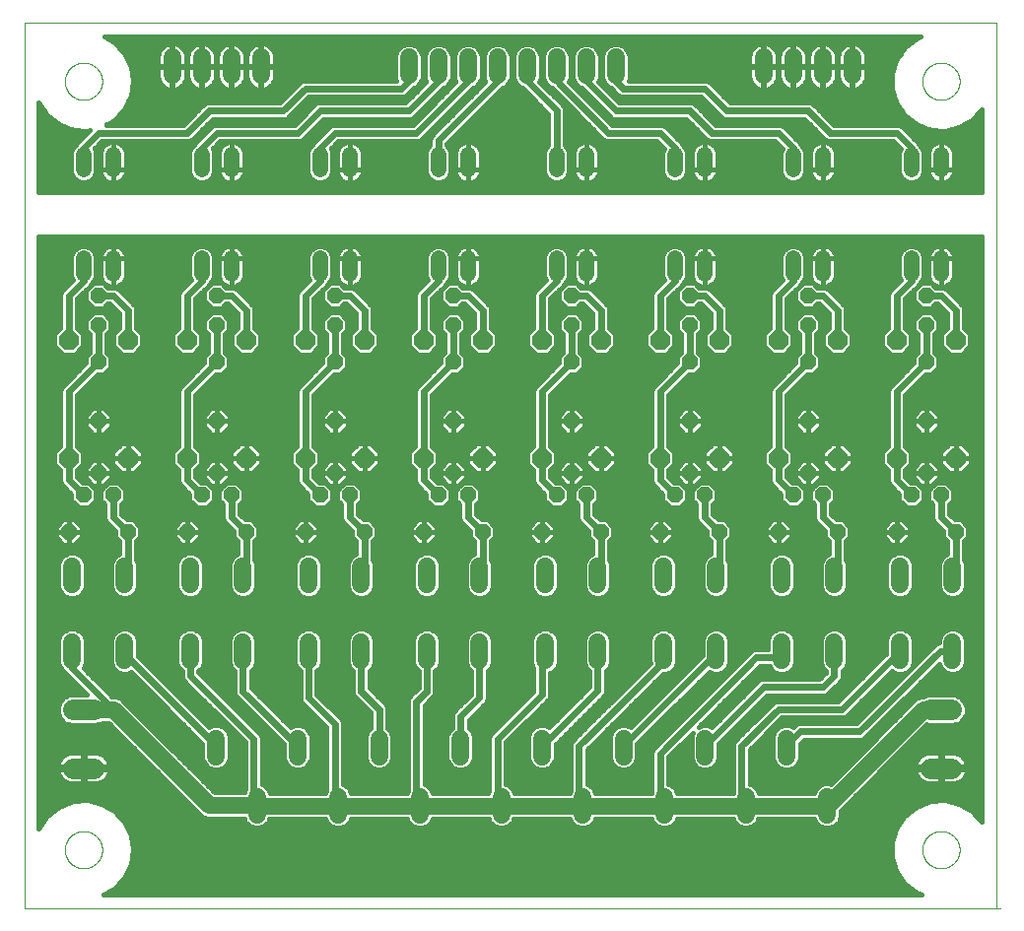
<source format=gbl>
G75*
%MOIN*%
%OFA0B0*%
%FSLAX25Y25*%
%IPPOS*%
%LPD*%
%AMOC8*
5,1,8,0,0,1.08239X$1,22.5*
%
%ADD10C,0.00000*%
%ADD11OC8,0.05200*%
%ADD12C,0.06000*%
%ADD13OC8,0.06600*%
%ADD14C,0.07050*%
%ADD15C,0.05937*%
%ADD16C,0.05200*%
%ADD17C,0.05600*%
%ADD18C,0.02400*%
%ADD19C,0.01600*%
D10*
X0016800Y0016800D02*
X0346800Y0016800D01*
X0345501Y0016800D02*
X0345501Y0316761D01*
X0016800Y0316761D01*
X0016800Y0016800D01*
X0030501Y0036800D02*
X0030503Y0036958D01*
X0030509Y0037116D01*
X0030519Y0037274D01*
X0030533Y0037432D01*
X0030551Y0037589D01*
X0030572Y0037746D01*
X0030598Y0037902D01*
X0030628Y0038058D01*
X0030661Y0038213D01*
X0030699Y0038366D01*
X0030740Y0038519D01*
X0030785Y0038671D01*
X0030834Y0038822D01*
X0030887Y0038971D01*
X0030943Y0039119D01*
X0031003Y0039265D01*
X0031067Y0039410D01*
X0031135Y0039553D01*
X0031206Y0039695D01*
X0031280Y0039835D01*
X0031358Y0039972D01*
X0031440Y0040108D01*
X0031524Y0040242D01*
X0031613Y0040373D01*
X0031704Y0040502D01*
X0031799Y0040629D01*
X0031896Y0040754D01*
X0031997Y0040876D01*
X0032101Y0040995D01*
X0032208Y0041112D01*
X0032318Y0041226D01*
X0032431Y0041337D01*
X0032546Y0041446D01*
X0032664Y0041551D01*
X0032785Y0041653D01*
X0032908Y0041753D01*
X0033034Y0041849D01*
X0033162Y0041942D01*
X0033292Y0042032D01*
X0033425Y0042118D01*
X0033560Y0042202D01*
X0033696Y0042281D01*
X0033835Y0042358D01*
X0033976Y0042430D01*
X0034118Y0042500D01*
X0034262Y0042565D01*
X0034408Y0042627D01*
X0034555Y0042685D01*
X0034704Y0042740D01*
X0034854Y0042791D01*
X0035005Y0042838D01*
X0035157Y0042881D01*
X0035310Y0042920D01*
X0035465Y0042956D01*
X0035620Y0042987D01*
X0035776Y0043015D01*
X0035932Y0043039D01*
X0036089Y0043059D01*
X0036247Y0043075D01*
X0036404Y0043087D01*
X0036563Y0043095D01*
X0036721Y0043099D01*
X0036879Y0043099D01*
X0037037Y0043095D01*
X0037196Y0043087D01*
X0037353Y0043075D01*
X0037511Y0043059D01*
X0037668Y0043039D01*
X0037824Y0043015D01*
X0037980Y0042987D01*
X0038135Y0042956D01*
X0038290Y0042920D01*
X0038443Y0042881D01*
X0038595Y0042838D01*
X0038746Y0042791D01*
X0038896Y0042740D01*
X0039045Y0042685D01*
X0039192Y0042627D01*
X0039338Y0042565D01*
X0039482Y0042500D01*
X0039624Y0042430D01*
X0039765Y0042358D01*
X0039904Y0042281D01*
X0040040Y0042202D01*
X0040175Y0042118D01*
X0040308Y0042032D01*
X0040438Y0041942D01*
X0040566Y0041849D01*
X0040692Y0041753D01*
X0040815Y0041653D01*
X0040936Y0041551D01*
X0041054Y0041446D01*
X0041169Y0041337D01*
X0041282Y0041226D01*
X0041392Y0041112D01*
X0041499Y0040995D01*
X0041603Y0040876D01*
X0041704Y0040754D01*
X0041801Y0040629D01*
X0041896Y0040502D01*
X0041987Y0040373D01*
X0042076Y0040242D01*
X0042160Y0040108D01*
X0042242Y0039972D01*
X0042320Y0039835D01*
X0042394Y0039695D01*
X0042465Y0039553D01*
X0042533Y0039410D01*
X0042597Y0039265D01*
X0042657Y0039119D01*
X0042713Y0038971D01*
X0042766Y0038822D01*
X0042815Y0038671D01*
X0042860Y0038519D01*
X0042901Y0038366D01*
X0042939Y0038213D01*
X0042972Y0038058D01*
X0043002Y0037902D01*
X0043028Y0037746D01*
X0043049Y0037589D01*
X0043067Y0037432D01*
X0043081Y0037274D01*
X0043091Y0037116D01*
X0043097Y0036958D01*
X0043099Y0036800D01*
X0043097Y0036642D01*
X0043091Y0036484D01*
X0043081Y0036326D01*
X0043067Y0036168D01*
X0043049Y0036011D01*
X0043028Y0035854D01*
X0043002Y0035698D01*
X0042972Y0035542D01*
X0042939Y0035387D01*
X0042901Y0035234D01*
X0042860Y0035081D01*
X0042815Y0034929D01*
X0042766Y0034778D01*
X0042713Y0034629D01*
X0042657Y0034481D01*
X0042597Y0034335D01*
X0042533Y0034190D01*
X0042465Y0034047D01*
X0042394Y0033905D01*
X0042320Y0033765D01*
X0042242Y0033628D01*
X0042160Y0033492D01*
X0042076Y0033358D01*
X0041987Y0033227D01*
X0041896Y0033098D01*
X0041801Y0032971D01*
X0041704Y0032846D01*
X0041603Y0032724D01*
X0041499Y0032605D01*
X0041392Y0032488D01*
X0041282Y0032374D01*
X0041169Y0032263D01*
X0041054Y0032154D01*
X0040936Y0032049D01*
X0040815Y0031947D01*
X0040692Y0031847D01*
X0040566Y0031751D01*
X0040438Y0031658D01*
X0040308Y0031568D01*
X0040175Y0031482D01*
X0040040Y0031398D01*
X0039904Y0031319D01*
X0039765Y0031242D01*
X0039624Y0031170D01*
X0039482Y0031100D01*
X0039338Y0031035D01*
X0039192Y0030973D01*
X0039045Y0030915D01*
X0038896Y0030860D01*
X0038746Y0030809D01*
X0038595Y0030762D01*
X0038443Y0030719D01*
X0038290Y0030680D01*
X0038135Y0030644D01*
X0037980Y0030613D01*
X0037824Y0030585D01*
X0037668Y0030561D01*
X0037511Y0030541D01*
X0037353Y0030525D01*
X0037196Y0030513D01*
X0037037Y0030505D01*
X0036879Y0030501D01*
X0036721Y0030501D01*
X0036563Y0030505D01*
X0036404Y0030513D01*
X0036247Y0030525D01*
X0036089Y0030541D01*
X0035932Y0030561D01*
X0035776Y0030585D01*
X0035620Y0030613D01*
X0035465Y0030644D01*
X0035310Y0030680D01*
X0035157Y0030719D01*
X0035005Y0030762D01*
X0034854Y0030809D01*
X0034704Y0030860D01*
X0034555Y0030915D01*
X0034408Y0030973D01*
X0034262Y0031035D01*
X0034118Y0031100D01*
X0033976Y0031170D01*
X0033835Y0031242D01*
X0033696Y0031319D01*
X0033560Y0031398D01*
X0033425Y0031482D01*
X0033292Y0031568D01*
X0033162Y0031658D01*
X0033034Y0031751D01*
X0032908Y0031847D01*
X0032785Y0031947D01*
X0032664Y0032049D01*
X0032546Y0032154D01*
X0032431Y0032263D01*
X0032318Y0032374D01*
X0032208Y0032488D01*
X0032101Y0032605D01*
X0031997Y0032724D01*
X0031896Y0032846D01*
X0031799Y0032971D01*
X0031704Y0033098D01*
X0031613Y0033227D01*
X0031524Y0033358D01*
X0031440Y0033492D01*
X0031358Y0033628D01*
X0031280Y0033765D01*
X0031206Y0033905D01*
X0031135Y0034047D01*
X0031067Y0034190D01*
X0031003Y0034335D01*
X0030943Y0034481D01*
X0030887Y0034629D01*
X0030834Y0034778D01*
X0030785Y0034929D01*
X0030740Y0035081D01*
X0030699Y0035234D01*
X0030661Y0035387D01*
X0030628Y0035542D01*
X0030598Y0035698D01*
X0030572Y0035854D01*
X0030551Y0036011D01*
X0030533Y0036168D01*
X0030519Y0036326D01*
X0030509Y0036484D01*
X0030503Y0036642D01*
X0030501Y0036800D01*
X0030501Y0296800D02*
X0030503Y0296958D01*
X0030509Y0297116D01*
X0030519Y0297274D01*
X0030533Y0297432D01*
X0030551Y0297589D01*
X0030572Y0297746D01*
X0030598Y0297902D01*
X0030628Y0298058D01*
X0030661Y0298213D01*
X0030699Y0298366D01*
X0030740Y0298519D01*
X0030785Y0298671D01*
X0030834Y0298822D01*
X0030887Y0298971D01*
X0030943Y0299119D01*
X0031003Y0299265D01*
X0031067Y0299410D01*
X0031135Y0299553D01*
X0031206Y0299695D01*
X0031280Y0299835D01*
X0031358Y0299972D01*
X0031440Y0300108D01*
X0031524Y0300242D01*
X0031613Y0300373D01*
X0031704Y0300502D01*
X0031799Y0300629D01*
X0031896Y0300754D01*
X0031997Y0300876D01*
X0032101Y0300995D01*
X0032208Y0301112D01*
X0032318Y0301226D01*
X0032431Y0301337D01*
X0032546Y0301446D01*
X0032664Y0301551D01*
X0032785Y0301653D01*
X0032908Y0301753D01*
X0033034Y0301849D01*
X0033162Y0301942D01*
X0033292Y0302032D01*
X0033425Y0302118D01*
X0033560Y0302202D01*
X0033696Y0302281D01*
X0033835Y0302358D01*
X0033976Y0302430D01*
X0034118Y0302500D01*
X0034262Y0302565D01*
X0034408Y0302627D01*
X0034555Y0302685D01*
X0034704Y0302740D01*
X0034854Y0302791D01*
X0035005Y0302838D01*
X0035157Y0302881D01*
X0035310Y0302920D01*
X0035465Y0302956D01*
X0035620Y0302987D01*
X0035776Y0303015D01*
X0035932Y0303039D01*
X0036089Y0303059D01*
X0036247Y0303075D01*
X0036404Y0303087D01*
X0036563Y0303095D01*
X0036721Y0303099D01*
X0036879Y0303099D01*
X0037037Y0303095D01*
X0037196Y0303087D01*
X0037353Y0303075D01*
X0037511Y0303059D01*
X0037668Y0303039D01*
X0037824Y0303015D01*
X0037980Y0302987D01*
X0038135Y0302956D01*
X0038290Y0302920D01*
X0038443Y0302881D01*
X0038595Y0302838D01*
X0038746Y0302791D01*
X0038896Y0302740D01*
X0039045Y0302685D01*
X0039192Y0302627D01*
X0039338Y0302565D01*
X0039482Y0302500D01*
X0039624Y0302430D01*
X0039765Y0302358D01*
X0039904Y0302281D01*
X0040040Y0302202D01*
X0040175Y0302118D01*
X0040308Y0302032D01*
X0040438Y0301942D01*
X0040566Y0301849D01*
X0040692Y0301753D01*
X0040815Y0301653D01*
X0040936Y0301551D01*
X0041054Y0301446D01*
X0041169Y0301337D01*
X0041282Y0301226D01*
X0041392Y0301112D01*
X0041499Y0300995D01*
X0041603Y0300876D01*
X0041704Y0300754D01*
X0041801Y0300629D01*
X0041896Y0300502D01*
X0041987Y0300373D01*
X0042076Y0300242D01*
X0042160Y0300108D01*
X0042242Y0299972D01*
X0042320Y0299835D01*
X0042394Y0299695D01*
X0042465Y0299553D01*
X0042533Y0299410D01*
X0042597Y0299265D01*
X0042657Y0299119D01*
X0042713Y0298971D01*
X0042766Y0298822D01*
X0042815Y0298671D01*
X0042860Y0298519D01*
X0042901Y0298366D01*
X0042939Y0298213D01*
X0042972Y0298058D01*
X0043002Y0297902D01*
X0043028Y0297746D01*
X0043049Y0297589D01*
X0043067Y0297432D01*
X0043081Y0297274D01*
X0043091Y0297116D01*
X0043097Y0296958D01*
X0043099Y0296800D01*
X0043097Y0296642D01*
X0043091Y0296484D01*
X0043081Y0296326D01*
X0043067Y0296168D01*
X0043049Y0296011D01*
X0043028Y0295854D01*
X0043002Y0295698D01*
X0042972Y0295542D01*
X0042939Y0295387D01*
X0042901Y0295234D01*
X0042860Y0295081D01*
X0042815Y0294929D01*
X0042766Y0294778D01*
X0042713Y0294629D01*
X0042657Y0294481D01*
X0042597Y0294335D01*
X0042533Y0294190D01*
X0042465Y0294047D01*
X0042394Y0293905D01*
X0042320Y0293765D01*
X0042242Y0293628D01*
X0042160Y0293492D01*
X0042076Y0293358D01*
X0041987Y0293227D01*
X0041896Y0293098D01*
X0041801Y0292971D01*
X0041704Y0292846D01*
X0041603Y0292724D01*
X0041499Y0292605D01*
X0041392Y0292488D01*
X0041282Y0292374D01*
X0041169Y0292263D01*
X0041054Y0292154D01*
X0040936Y0292049D01*
X0040815Y0291947D01*
X0040692Y0291847D01*
X0040566Y0291751D01*
X0040438Y0291658D01*
X0040308Y0291568D01*
X0040175Y0291482D01*
X0040040Y0291398D01*
X0039904Y0291319D01*
X0039765Y0291242D01*
X0039624Y0291170D01*
X0039482Y0291100D01*
X0039338Y0291035D01*
X0039192Y0290973D01*
X0039045Y0290915D01*
X0038896Y0290860D01*
X0038746Y0290809D01*
X0038595Y0290762D01*
X0038443Y0290719D01*
X0038290Y0290680D01*
X0038135Y0290644D01*
X0037980Y0290613D01*
X0037824Y0290585D01*
X0037668Y0290561D01*
X0037511Y0290541D01*
X0037353Y0290525D01*
X0037196Y0290513D01*
X0037037Y0290505D01*
X0036879Y0290501D01*
X0036721Y0290501D01*
X0036563Y0290505D01*
X0036404Y0290513D01*
X0036247Y0290525D01*
X0036089Y0290541D01*
X0035932Y0290561D01*
X0035776Y0290585D01*
X0035620Y0290613D01*
X0035465Y0290644D01*
X0035310Y0290680D01*
X0035157Y0290719D01*
X0035005Y0290762D01*
X0034854Y0290809D01*
X0034704Y0290860D01*
X0034555Y0290915D01*
X0034408Y0290973D01*
X0034262Y0291035D01*
X0034118Y0291100D01*
X0033976Y0291170D01*
X0033835Y0291242D01*
X0033696Y0291319D01*
X0033560Y0291398D01*
X0033425Y0291482D01*
X0033292Y0291568D01*
X0033162Y0291658D01*
X0033034Y0291751D01*
X0032908Y0291847D01*
X0032785Y0291947D01*
X0032664Y0292049D01*
X0032546Y0292154D01*
X0032431Y0292263D01*
X0032318Y0292374D01*
X0032208Y0292488D01*
X0032101Y0292605D01*
X0031997Y0292724D01*
X0031896Y0292846D01*
X0031799Y0292971D01*
X0031704Y0293098D01*
X0031613Y0293227D01*
X0031524Y0293358D01*
X0031440Y0293492D01*
X0031358Y0293628D01*
X0031280Y0293765D01*
X0031206Y0293905D01*
X0031135Y0294047D01*
X0031067Y0294190D01*
X0031003Y0294335D01*
X0030943Y0294481D01*
X0030887Y0294629D01*
X0030834Y0294778D01*
X0030785Y0294929D01*
X0030740Y0295081D01*
X0030699Y0295234D01*
X0030661Y0295387D01*
X0030628Y0295542D01*
X0030598Y0295698D01*
X0030572Y0295854D01*
X0030551Y0296011D01*
X0030533Y0296168D01*
X0030519Y0296326D01*
X0030509Y0296484D01*
X0030503Y0296642D01*
X0030501Y0296800D01*
X0320501Y0296800D02*
X0320503Y0296958D01*
X0320509Y0297116D01*
X0320519Y0297274D01*
X0320533Y0297432D01*
X0320551Y0297589D01*
X0320572Y0297746D01*
X0320598Y0297902D01*
X0320628Y0298058D01*
X0320661Y0298213D01*
X0320699Y0298366D01*
X0320740Y0298519D01*
X0320785Y0298671D01*
X0320834Y0298822D01*
X0320887Y0298971D01*
X0320943Y0299119D01*
X0321003Y0299265D01*
X0321067Y0299410D01*
X0321135Y0299553D01*
X0321206Y0299695D01*
X0321280Y0299835D01*
X0321358Y0299972D01*
X0321440Y0300108D01*
X0321524Y0300242D01*
X0321613Y0300373D01*
X0321704Y0300502D01*
X0321799Y0300629D01*
X0321896Y0300754D01*
X0321997Y0300876D01*
X0322101Y0300995D01*
X0322208Y0301112D01*
X0322318Y0301226D01*
X0322431Y0301337D01*
X0322546Y0301446D01*
X0322664Y0301551D01*
X0322785Y0301653D01*
X0322908Y0301753D01*
X0323034Y0301849D01*
X0323162Y0301942D01*
X0323292Y0302032D01*
X0323425Y0302118D01*
X0323560Y0302202D01*
X0323696Y0302281D01*
X0323835Y0302358D01*
X0323976Y0302430D01*
X0324118Y0302500D01*
X0324262Y0302565D01*
X0324408Y0302627D01*
X0324555Y0302685D01*
X0324704Y0302740D01*
X0324854Y0302791D01*
X0325005Y0302838D01*
X0325157Y0302881D01*
X0325310Y0302920D01*
X0325465Y0302956D01*
X0325620Y0302987D01*
X0325776Y0303015D01*
X0325932Y0303039D01*
X0326089Y0303059D01*
X0326247Y0303075D01*
X0326404Y0303087D01*
X0326563Y0303095D01*
X0326721Y0303099D01*
X0326879Y0303099D01*
X0327037Y0303095D01*
X0327196Y0303087D01*
X0327353Y0303075D01*
X0327511Y0303059D01*
X0327668Y0303039D01*
X0327824Y0303015D01*
X0327980Y0302987D01*
X0328135Y0302956D01*
X0328290Y0302920D01*
X0328443Y0302881D01*
X0328595Y0302838D01*
X0328746Y0302791D01*
X0328896Y0302740D01*
X0329045Y0302685D01*
X0329192Y0302627D01*
X0329338Y0302565D01*
X0329482Y0302500D01*
X0329624Y0302430D01*
X0329765Y0302358D01*
X0329904Y0302281D01*
X0330040Y0302202D01*
X0330175Y0302118D01*
X0330308Y0302032D01*
X0330438Y0301942D01*
X0330566Y0301849D01*
X0330692Y0301753D01*
X0330815Y0301653D01*
X0330936Y0301551D01*
X0331054Y0301446D01*
X0331169Y0301337D01*
X0331282Y0301226D01*
X0331392Y0301112D01*
X0331499Y0300995D01*
X0331603Y0300876D01*
X0331704Y0300754D01*
X0331801Y0300629D01*
X0331896Y0300502D01*
X0331987Y0300373D01*
X0332076Y0300242D01*
X0332160Y0300108D01*
X0332242Y0299972D01*
X0332320Y0299835D01*
X0332394Y0299695D01*
X0332465Y0299553D01*
X0332533Y0299410D01*
X0332597Y0299265D01*
X0332657Y0299119D01*
X0332713Y0298971D01*
X0332766Y0298822D01*
X0332815Y0298671D01*
X0332860Y0298519D01*
X0332901Y0298366D01*
X0332939Y0298213D01*
X0332972Y0298058D01*
X0333002Y0297902D01*
X0333028Y0297746D01*
X0333049Y0297589D01*
X0333067Y0297432D01*
X0333081Y0297274D01*
X0333091Y0297116D01*
X0333097Y0296958D01*
X0333099Y0296800D01*
X0333097Y0296642D01*
X0333091Y0296484D01*
X0333081Y0296326D01*
X0333067Y0296168D01*
X0333049Y0296011D01*
X0333028Y0295854D01*
X0333002Y0295698D01*
X0332972Y0295542D01*
X0332939Y0295387D01*
X0332901Y0295234D01*
X0332860Y0295081D01*
X0332815Y0294929D01*
X0332766Y0294778D01*
X0332713Y0294629D01*
X0332657Y0294481D01*
X0332597Y0294335D01*
X0332533Y0294190D01*
X0332465Y0294047D01*
X0332394Y0293905D01*
X0332320Y0293765D01*
X0332242Y0293628D01*
X0332160Y0293492D01*
X0332076Y0293358D01*
X0331987Y0293227D01*
X0331896Y0293098D01*
X0331801Y0292971D01*
X0331704Y0292846D01*
X0331603Y0292724D01*
X0331499Y0292605D01*
X0331392Y0292488D01*
X0331282Y0292374D01*
X0331169Y0292263D01*
X0331054Y0292154D01*
X0330936Y0292049D01*
X0330815Y0291947D01*
X0330692Y0291847D01*
X0330566Y0291751D01*
X0330438Y0291658D01*
X0330308Y0291568D01*
X0330175Y0291482D01*
X0330040Y0291398D01*
X0329904Y0291319D01*
X0329765Y0291242D01*
X0329624Y0291170D01*
X0329482Y0291100D01*
X0329338Y0291035D01*
X0329192Y0290973D01*
X0329045Y0290915D01*
X0328896Y0290860D01*
X0328746Y0290809D01*
X0328595Y0290762D01*
X0328443Y0290719D01*
X0328290Y0290680D01*
X0328135Y0290644D01*
X0327980Y0290613D01*
X0327824Y0290585D01*
X0327668Y0290561D01*
X0327511Y0290541D01*
X0327353Y0290525D01*
X0327196Y0290513D01*
X0327037Y0290505D01*
X0326879Y0290501D01*
X0326721Y0290501D01*
X0326563Y0290505D01*
X0326404Y0290513D01*
X0326247Y0290525D01*
X0326089Y0290541D01*
X0325932Y0290561D01*
X0325776Y0290585D01*
X0325620Y0290613D01*
X0325465Y0290644D01*
X0325310Y0290680D01*
X0325157Y0290719D01*
X0325005Y0290762D01*
X0324854Y0290809D01*
X0324704Y0290860D01*
X0324555Y0290915D01*
X0324408Y0290973D01*
X0324262Y0291035D01*
X0324118Y0291100D01*
X0323976Y0291170D01*
X0323835Y0291242D01*
X0323696Y0291319D01*
X0323560Y0291398D01*
X0323425Y0291482D01*
X0323292Y0291568D01*
X0323162Y0291658D01*
X0323034Y0291751D01*
X0322908Y0291847D01*
X0322785Y0291947D01*
X0322664Y0292049D01*
X0322546Y0292154D01*
X0322431Y0292263D01*
X0322318Y0292374D01*
X0322208Y0292488D01*
X0322101Y0292605D01*
X0321997Y0292724D01*
X0321896Y0292846D01*
X0321799Y0292971D01*
X0321704Y0293098D01*
X0321613Y0293227D01*
X0321524Y0293358D01*
X0321440Y0293492D01*
X0321358Y0293628D01*
X0321280Y0293765D01*
X0321206Y0293905D01*
X0321135Y0294047D01*
X0321067Y0294190D01*
X0321003Y0294335D01*
X0320943Y0294481D01*
X0320887Y0294629D01*
X0320834Y0294778D01*
X0320785Y0294929D01*
X0320740Y0295081D01*
X0320699Y0295234D01*
X0320661Y0295387D01*
X0320628Y0295542D01*
X0320598Y0295698D01*
X0320572Y0295854D01*
X0320551Y0296011D01*
X0320533Y0296168D01*
X0320519Y0296326D01*
X0320509Y0296484D01*
X0320503Y0296642D01*
X0320501Y0296800D01*
X0320501Y0036800D02*
X0320503Y0036958D01*
X0320509Y0037116D01*
X0320519Y0037274D01*
X0320533Y0037432D01*
X0320551Y0037589D01*
X0320572Y0037746D01*
X0320598Y0037902D01*
X0320628Y0038058D01*
X0320661Y0038213D01*
X0320699Y0038366D01*
X0320740Y0038519D01*
X0320785Y0038671D01*
X0320834Y0038822D01*
X0320887Y0038971D01*
X0320943Y0039119D01*
X0321003Y0039265D01*
X0321067Y0039410D01*
X0321135Y0039553D01*
X0321206Y0039695D01*
X0321280Y0039835D01*
X0321358Y0039972D01*
X0321440Y0040108D01*
X0321524Y0040242D01*
X0321613Y0040373D01*
X0321704Y0040502D01*
X0321799Y0040629D01*
X0321896Y0040754D01*
X0321997Y0040876D01*
X0322101Y0040995D01*
X0322208Y0041112D01*
X0322318Y0041226D01*
X0322431Y0041337D01*
X0322546Y0041446D01*
X0322664Y0041551D01*
X0322785Y0041653D01*
X0322908Y0041753D01*
X0323034Y0041849D01*
X0323162Y0041942D01*
X0323292Y0042032D01*
X0323425Y0042118D01*
X0323560Y0042202D01*
X0323696Y0042281D01*
X0323835Y0042358D01*
X0323976Y0042430D01*
X0324118Y0042500D01*
X0324262Y0042565D01*
X0324408Y0042627D01*
X0324555Y0042685D01*
X0324704Y0042740D01*
X0324854Y0042791D01*
X0325005Y0042838D01*
X0325157Y0042881D01*
X0325310Y0042920D01*
X0325465Y0042956D01*
X0325620Y0042987D01*
X0325776Y0043015D01*
X0325932Y0043039D01*
X0326089Y0043059D01*
X0326247Y0043075D01*
X0326404Y0043087D01*
X0326563Y0043095D01*
X0326721Y0043099D01*
X0326879Y0043099D01*
X0327037Y0043095D01*
X0327196Y0043087D01*
X0327353Y0043075D01*
X0327511Y0043059D01*
X0327668Y0043039D01*
X0327824Y0043015D01*
X0327980Y0042987D01*
X0328135Y0042956D01*
X0328290Y0042920D01*
X0328443Y0042881D01*
X0328595Y0042838D01*
X0328746Y0042791D01*
X0328896Y0042740D01*
X0329045Y0042685D01*
X0329192Y0042627D01*
X0329338Y0042565D01*
X0329482Y0042500D01*
X0329624Y0042430D01*
X0329765Y0042358D01*
X0329904Y0042281D01*
X0330040Y0042202D01*
X0330175Y0042118D01*
X0330308Y0042032D01*
X0330438Y0041942D01*
X0330566Y0041849D01*
X0330692Y0041753D01*
X0330815Y0041653D01*
X0330936Y0041551D01*
X0331054Y0041446D01*
X0331169Y0041337D01*
X0331282Y0041226D01*
X0331392Y0041112D01*
X0331499Y0040995D01*
X0331603Y0040876D01*
X0331704Y0040754D01*
X0331801Y0040629D01*
X0331896Y0040502D01*
X0331987Y0040373D01*
X0332076Y0040242D01*
X0332160Y0040108D01*
X0332242Y0039972D01*
X0332320Y0039835D01*
X0332394Y0039695D01*
X0332465Y0039553D01*
X0332533Y0039410D01*
X0332597Y0039265D01*
X0332657Y0039119D01*
X0332713Y0038971D01*
X0332766Y0038822D01*
X0332815Y0038671D01*
X0332860Y0038519D01*
X0332901Y0038366D01*
X0332939Y0038213D01*
X0332972Y0038058D01*
X0333002Y0037902D01*
X0333028Y0037746D01*
X0333049Y0037589D01*
X0333067Y0037432D01*
X0333081Y0037274D01*
X0333091Y0037116D01*
X0333097Y0036958D01*
X0333099Y0036800D01*
X0333097Y0036642D01*
X0333091Y0036484D01*
X0333081Y0036326D01*
X0333067Y0036168D01*
X0333049Y0036011D01*
X0333028Y0035854D01*
X0333002Y0035698D01*
X0332972Y0035542D01*
X0332939Y0035387D01*
X0332901Y0035234D01*
X0332860Y0035081D01*
X0332815Y0034929D01*
X0332766Y0034778D01*
X0332713Y0034629D01*
X0332657Y0034481D01*
X0332597Y0034335D01*
X0332533Y0034190D01*
X0332465Y0034047D01*
X0332394Y0033905D01*
X0332320Y0033765D01*
X0332242Y0033628D01*
X0332160Y0033492D01*
X0332076Y0033358D01*
X0331987Y0033227D01*
X0331896Y0033098D01*
X0331801Y0032971D01*
X0331704Y0032846D01*
X0331603Y0032724D01*
X0331499Y0032605D01*
X0331392Y0032488D01*
X0331282Y0032374D01*
X0331169Y0032263D01*
X0331054Y0032154D01*
X0330936Y0032049D01*
X0330815Y0031947D01*
X0330692Y0031847D01*
X0330566Y0031751D01*
X0330438Y0031658D01*
X0330308Y0031568D01*
X0330175Y0031482D01*
X0330040Y0031398D01*
X0329904Y0031319D01*
X0329765Y0031242D01*
X0329624Y0031170D01*
X0329482Y0031100D01*
X0329338Y0031035D01*
X0329192Y0030973D01*
X0329045Y0030915D01*
X0328896Y0030860D01*
X0328746Y0030809D01*
X0328595Y0030762D01*
X0328443Y0030719D01*
X0328290Y0030680D01*
X0328135Y0030644D01*
X0327980Y0030613D01*
X0327824Y0030585D01*
X0327668Y0030561D01*
X0327511Y0030541D01*
X0327353Y0030525D01*
X0327196Y0030513D01*
X0327037Y0030505D01*
X0326879Y0030501D01*
X0326721Y0030501D01*
X0326563Y0030505D01*
X0326404Y0030513D01*
X0326247Y0030525D01*
X0326089Y0030541D01*
X0325932Y0030561D01*
X0325776Y0030585D01*
X0325620Y0030613D01*
X0325465Y0030644D01*
X0325310Y0030680D01*
X0325157Y0030719D01*
X0325005Y0030762D01*
X0324854Y0030809D01*
X0324704Y0030860D01*
X0324555Y0030915D01*
X0324408Y0030973D01*
X0324262Y0031035D01*
X0324118Y0031100D01*
X0323976Y0031170D01*
X0323835Y0031242D01*
X0323696Y0031319D01*
X0323560Y0031398D01*
X0323425Y0031482D01*
X0323292Y0031568D01*
X0323162Y0031658D01*
X0323034Y0031751D01*
X0322908Y0031847D01*
X0322785Y0031947D01*
X0322664Y0032049D01*
X0322546Y0032154D01*
X0322431Y0032263D01*
X0322318Y0032374D01*
X0322208Y0032488D01*
X0322101Y0032605D01*
X0321997Y0032724D01*
X0321896Y0032846D01*
X0321799Y0032971D01*
X0321704Y0033098D01*
X0321613Y0033227D01*
X0321524Y0033358D01*
X0321440Y0033492D01*
X0321358Y0033628D01*
X0321280Y0033765D01*
X0321206Y0033905D01*
X0321135Y0034047D01*
X0321067Y0034190D01*
X0321003Y0034335D01*
X0320943Y0034481D01*
X0320887Y0034629D01*
X0320834Y0034778D01*
X0320785Y0034929D01*
X0320740Y0035081D01*
X0320699Y0035234D01*
X0320661Y0035387D01*
X0320628Y0035542D01*
X0320598Y0035698D01*
X0320572Y0035854D01*
X0320551Y0036011D01*
X0320533Y0036168D01*
X0320519Y0036326D01*
X0320509Y0036484D01*
X0320503Y0036642D01*
X0320501Y0036800D01*
D11*
X0311800Y0144300D03*
X0316800Y0156800D03*
X0326800Y0156800D03*
X0321800Y0164300D03*
X0321800Y0181800D03*
X0321800Y0201800D03*
X0321800Y0214300D03*
X0321800Y0224300D03*
X0281800Y0224300D03*
X0281800Y0214300D03*
X0281800Y0201800D03*
X0281800Y0181800D03*
X0281800Y0164300D03*
X0276800Y0156800D03*
X0286800Y0156800D03*
X0291800Y0144300D03*
X0271800Y0144300D03*
X0251800Y0144300D03*
X0246800Y0156800D03*
X0236800Y0156800D03*
X0241800Y0164300D03*
X0241800Y0181800D03*
X0241800Y0201800D03*
X0241800Y0214300D03*
X0241800Y0224300D03*
X0201800Y0224300D03*
X0201800Y0214300D03*
X0201800Y0201800D03*
X0201800Y0181800D03*
X0201800Y0164300D03*
X0196800Y0156800D03*
X0206800Y0156800D03*
X0211800Y0144300D03*
X0231800Y0144300D03*
X0191800Y0144300D03*
X0171800Y0144300D03*
X0166800Y0156800D03*
X0156800Y0156800D03*
X0161800Y0164300D03*
X0161800Y0181800D03*
X0161800Y0201800D03*
X0161800Y0214300D03*
X0161800Y0224300D03*
X0121800Y0224300D03*
X0121800Y0214300D03*
X0121800Y0201800D03*
X0121800Y0181800D03*
X0121800Y0164300D03*
X0116800Y0156800D03*
X0126800Y0156800D03*
X0131800Y0144300D03*
X0151800Y0144300D03*
X0111800Y0144300D03*
X0091800Y0144300D03*
X0086800Y0156800D03*
X0076800Y0156800D03*
X0081800Y0164300D03*
X0081800Y0181800D03*
X0081800Y0201800D03*
X0081800Y0214300D03*
X0081800Y0224300D03*
X0041800Y0224300D03*
X0041800Y0214300D03*
X0041800Y0201800D03*
X0041800Y0181800D03*
X0041800Y0164300D03*
X0036800Y0156800D03*
X0046800Y0156800D03*
X0051800Y0144300D03*
X0071800Y0144300D03*
X0031800Y0144300D03*
X0331800Y0144300D03*
D12*
X0330700Y0132600D02*
X0330700Y0126600D01*
X0312900Y0126600D02*
X0312900Y0132600D01*
X0290700Y0132600D02*
X0290700Y0126600D01*
X0272900Y0126600D02*
X0272900Y0132600D01*
X0250700Y0132600D02*
X0250700Y0126600D01*
X0232900Y0126600D02*
X0232900Y0132600D01*
X0210700Y0132600D02*
X0210700Y0126600D01*
X0192900Y0126600D02*
X0192900Y0132600D01*
X0170700Y0132600D02*
X0170700Y0126600D01*
X0152900Y0126600D02*
X0152900Y0132600D01*
X0130700Y0132600D02*
X0130700Y0126600D01*
X0112900Y0126600D02*
X0112900Y0132600D01*
X0090700Y0132600D02*
X0090700Y0126600D01*
X0072900Y0126600D02*
X0072900Y0132600D01*
X0050700Y0132600D02*
X0050700Y0126600D01*
X0032900Y0126600D02*
X0032900Y0132600D01*
X0032900Y0107000D02*
X0032900Y0101000D01*
X0050700Y0101000D02*
X0050700Y0107000D01*
X0072900Y0107000D02*
X0072900Y0101000D01*
X0090700Y0101000D02*
X0090700Y0107000D01*
X0112900Y0107000D02*
X0112900Y0101000D01*
X0130700Y0101000D02*
X0130700Y0107000D01*
X0152900Y0107000D02*
X0152900Y0101000D01*
X0170700Y0101000D02*
X0170700Y0107000D01*
X0192900Y0107000D02*
X0192900Y0101000D01*
X0210700Y0101000D02*
X0210700Y0107000D01*
X0232900Y0107000D02*
X0232900Y0101000D01*
X0250700Y0101000D02*
X0250700Y0107000D01*
X0272900Y0107000D02*
X0272900Y0101000D01*
X0290700Y0101000D02*
X0290700Y0107000D01*
X0312900Y0107000D02*
X0312900Y0101000D01*
X0330700Y0101000D02*
X0330700Y0107000D01*
X0296800Y0298800D02*
X0296800Y0304800D01*
X0286800Y0304800D02*
X0286800Y0298800D01*
X0276800Y0298800D02*
X0276800Y0304800D01*
X0266800Y0304800D02*
X0266800Y0298800D01*
X0216800Y0298800D02*
X0216800Y0304800D01*
X0206800Y0304800D02*
X0206800Y0298800D01*
X0196800Y0298800D02*
X0196800Y0304800D01*
X0186800Y0304800D02*
X0186800Y0298800D01*
X0176800Y0298800D02*
X0176800Y0304800D01*
X0166800Y0304800D02*
X0166800Y0298800D01*
X0156800Y0298800D02*
X0156800Y0304800D01*
X0146800Y0304800D02*
X0146800Y0298800D01*
X0096800Y0298800D02*
X0096800Y0304800D01*
X0086800Y0304800D02*
X0086800Y0298800D01*
X0076800Y0298800D02*
X0076800Y0304800D01*
X0066800Y0304800D02*
X0066800Y0298800D01*
D13*
X0071800Y0209300D03*
X0051800Y0209300D03*
X0031800Y0209300D03*
X0031800Y0169300D03*
X0051800Y0169300D03*
X0071800Y0169300D03*
X0091800Y0169300D03*
X0111800Y0169300D03*
X0131800Y0169300D03*
X0151800Y0169300D03*
X0171800Y0169300D03*
X0191800Y0169300D03*
X0211800Y0169300D03*
X0231800Y0169300D03*
X0251800Y0169300D03*
X0271800Y0169300D03*
X0291800Y0169300D03*
X0311800Y0169300D03*
X0331800Y0169300D03*
X0331800Y0209300D03*
X0311800Y0209300D03*
X0291800Y0209300D03*
X0271800Y0209300D03*
X0251800Y0209300D03*
X0231800Y0209300D03*
X0211800Y0209300D03*
X0191800Y0209300D03*
X0171800Y0209300D03*
X0151800Y0209300D03*
X0131800Y0209300D03*
X0111800Y0209300D03*
X0091800Y0209300D03*
D14*
X0040325Y0084143D02*
X0033275Y0084143D01*
X0033275Y0064457D02*
X0040325Y0064457D01*
X0323275Y0064457D02*
X0330325Y0064457D01*
X0330325Y0084143D02*
X0323275Y0084143D01*
D15*
X0288296Y0054650D02*
X0288296Y0048713D01*
X0274517Y0068398D02*
X0274517Y0074335D01*
X0260737Y0054650D02*
X0260737Y0048713D01*
X0246957Y0068398D02*
X0246957Y0074335D01*
X0233178Y0054650D02*
X0233178Y0048713D01*
X0219398Y0068398D02*
X0219398Y0074335D01*
X0205619Y0054650D02*
X0205619Y0048713D01*
X0191839Y0068398D02*
X0191839Y0074335D01*
X0178060Y0054650D02*
X0178060Y0048713D01*
X0164280Y0068398D02*
X0164280Y0074335D01*
X0150501Y0054650D02*
X0150501Y0048713D01*
X0136721Y0068398D02*
X0136721Y0074335D01*
X0122942Y0054650D02*
X0122942Y0048713D01*
X0109162Y0068398D02*
X0109162Y0074335D01*
X0095383Y0054650D02*
X0095383Y0048713D01*
X0081603Y0068398D02*
X0081603Y0074335D01*
D16*
X0076800Y0231600D02*
X0076800Y0236800D01*
X0086800Y0236800D02*
X0086800Y0231600D01*
X0116800Y0231600D02*
X0116800Y0236800D01*
X0126800Y0236800D02*
X0126800Y0231600D01*
X0156800Y0231600D02*
X0156800Y0236800D01*
X0166800Y0236800D02*
X0166800Y0231600D01*
X0196800Y0231600D02*
X0196800Y0236800D01*
X0206800Y0236800D02*
X0206800Y0231600D01*
X0236800Y0231600D02*
X0236800Y0236800D01*
X0246800Y0236800D02*
X0246800Y0231600D01*
X0276800Y0231600D02*
X0276800Y0236800D01*
X0286800Y0236800D02*
X0286800Y0231600D01*
X0316800Y0231600D02*
X0316800Y0236800D01*
X0326800Y0236800D02*
X0326800Y0231600D01*
X0326800Y0266800D02*
X0326800Y0272000D01*
X0316800Y0272000D02*
X0316800Y0266800D01*
X0286800Y0266800D02*
X0286800Y0272000D01*
X0276800Y0272000D02*
X0276800Y0266800D01*
X0246800Y0266800D02*
X0246800Y0272000D01*
X0236800Y0272000D02*
X0236800Y0266800D01*
X0206800Y0266800D02*
X0206800Y0272000D01*
X0196800Y0272000D02*
X0196800Y0266800D01*
X0166800Y0266800D02*
X0166800Y0272000D01*
X0156800Y0272000D02*
X0156800Y0266800D01*
X0126800Y0266800D02*
X0126800Y0272000D01*
X0116800Y0272000D02*
X0116800Y0266800D01*
X0086800Y0266800D02*
X0086800Y0272000D01*
X0076800Y0272000D02*
X0076800Y0266800D01*
X0046800Y0266800D02*
X0046800Y0272000D01*
X0036800Y0272000D02*
X0036800Y0266800D01*
X0036800Y0236800D02*
X0036800Y0231600D01*
X0046800Y0231600D02*
X0046800Y0236800D01*
D17*
X0046957Y0084143D02*
X0036800Y0084143D01*
X0046957Y0084143D02*
X0048050Y0083050D01*
X0079300Y0051800D01*
X0095265Y0051800D01*
X0095383Y0051682D01*
X0122942Y0051682D01*
X0150501Y0051682D01*
X0178060Y0051682D01*
X0205619Y0051682D01*
X0233178Y0051682D01*
X0260737Y0051682D01*
X0288296Y0051682D01*
X0320757Y0084143D01*
X0326800Y0084143D01*
D18*
X0326500Y0104000D02*
X0330700Y0104000D01*
X0326500Y0104000D02*
X0299300Y0076800D01*
X0279300Y0076800D01*
X0274300Y0071800D01*
X0274300Y0071583D01*
X0274517Y0071367D01*
X0271800Y0084300D02*
X0293200Y0084300D01*
X0312900Y0104000D01*
X0290700Y0104000D02*
X0290700Y0095700D01*
X0286800Y0091800D01*
X0266800Y0091800D01*
X0246800Y0071800D01*
X0246800Y0071524D01*
X0246957Y0071367D01*
X0259300Y0071800D02*
X0259300Y0053119D01*
X0260737Y0051682D01*
X0259300Y0071800D02*
X0271800Y0084300D01*
X0270700Y0101800D02*
X0264300Y0101800D01*
X0231800Y0069300D01*
X0231800Y0053060D01*
X0233178Y0051682D01*
X0219398Y0071367D02*
X0219300Y0071465D01*
X0219300Y0071800D01*
X0250700Y0103200D01*
X0250700Y0104000D01*
X0232900Y0104000D02*
X0232900Y0100400D01*
X0204300Y0071800D01*
X0204300Y0053001D01*
X0205619Y0051682D01*
X0191839Y0071367D02*
X0191800Y0071406D01*
X0191800Y0071800D01*
X0210700Y0090700D01*
X0210700Y0104000D01*
X0192900Y0104000D02*
X0191800Y0102900D01*
X0191800Y0089300D01*
X0176800Y0074300D01*
X0176800Y0052922D01*
X0178060Y0051682D01*
X0164280Y0071367D02*
X0164300Y0071387D01*
X0164300Y0081800D01*
X0170700Y0088200D01*
X0170700Y0104000D01*
X0152900Y0104000D02*
X0152900Y0090400D01*
X0149300Y0086800D01*
X0149300Y0052883D01*
X0150501Y0051682D01*
X0136721Y0071367D02*
X0136800Y0071446D01*
X0136800Y0084300D01*
X0130700Y0090400D01*
X0130700Y0104000D01*
X0112900Y0104000D02*
X0112900Y0088200D01*
X0121800Y0079300D01*
X0121800Y0052824D01*
X0122942Y0051682D01*
X0109162Y0071367D02*
X0109300Y0071505D01*
X0109300Y0071800D01*
X0090700Y0090400D01*
X0090700Y0104000D01*
X0072900Y0104000D02*
X0072900Y0095700D01*
X0094300Y0074300D01*
X0094300Y0052765D01*
X0095383Y0051682D01*
X0081603Y0071367D02*
X0081800Y0071564D01*
X0081800Y0071800D01*
X0050700Y0102900D01*
X0050700Y0104000D01*
X0032900Y0104000D02*
X0032900Y0098200D01*
X0048050Y0083050D01*
X0050700Y0129600D02*
X0051800Y0130700D01*
X0051800Y0144300D01*
X0046800Y0149300D01*
X0046800Y0156800D01*
X0036800Y0156800D02*
X0031800Y0161800D01*
X0031800Y0169300D01*
X0031800Y0191800D01*
X0041800Y0201800D01*
X0041800Y0214300D01*
X0041800Y0224300D02*
X0046800Y0224300D01*
X0051800Y0219300D01*
X0051800Y0209300D01*
X0071800Y0209300D02*
X0071800Y0224300D01*
X0076800Y0229300D01*
X0076800Y0236800D01*
X0081800Y0224300D02*
X0086800Y0224300D01*
X0091800Y0219300D01*
X0091800Y0209300D01*
X0081800Y0214300D02*
X0081800Y0201800D01*
X0071800Y0191800D01*
X0071800Y0169300D01*
X0071800Y0161800D01*
X0076800Y0156800D01*
X0086800Y0156800D02*
X0086800Y0149300D01*
X0091800Y0144300D01*
X0091800Y0130700D01*
X0090700Y0129600D01*
X0116800Y0156800D02*
X0111800Y0161800D01*
X0111800Y0169300D01*
X0111800Y0191800D01*
X0121800Y0201800D01*
X0121800Y0214300D01*
X0121800Y0224300D02*
X0126800Y0224300D01*
X0131800Y0219300D01*
X0131800Y0209300D01*
X0151800Y0209300D02*
X0151800Y0224300D01*
X0156800Y0229300D01*
X0156800Y0236800D01*
X0161800Y0224300D02*
X0166800Y0224300D01*
X0171800Y0219300D01*
X0171800Y0209300D01*
X0161800Y0214300D02*
X0161800Y0201800D01*
X0151800Y0191800D01*
X0151800Y0169300D01*
X0151800Y0161800D01*
X0156800Y0156800D01*
X0166800Y0156800D02*
X0166800Y0149300D01*
X0171800Y0144300D01*
X0171800Y0130700D01*
X0170700Y0129600D01*
X0196800Y0156800D02*
X0191800Y0161800D01*
X0191800Y0169300D01*
X0191800Y0191800D01*
X0201800Y0201800D01*
X0201800Y0214300D01*
X0201800Y0224300D02*
X0206800Y0224300D01*
X0211800Y0219300D01*
X0211800Y0209300D01*
X0231800Y0209300D02*
X0231800Y0224300D01*
X0236800Y0229300D01*
X0236800Y0236800D01*
X0241800Y0224300D02*
X0246800Y0224300D01*
X0251800Y0219300D01*
X0251800Y0209300D01*
X0241800Y0214300D02*
X0241800Y0201800D01*
X0231800Y0191800D01*
X0231800Y0169300D01*
X0231800Y0161800D01*
X0236800Y0156800D01*
X0246800Y0156800D02*
X0246800Y0149300D01*
X0251800Y0144300D01*
X0251800Y0130700D01*
X0250700Y0129600D01*
X0272900Y0104000D02*
X0270700Y0101800D01*
X0290700Y0129600D02*
X0291800Y0130700D01*
X0291800Y0144300D01*
X0286800Y0149300D01*
X0286800Y0156800D01*
X0276800Y0156800D02*
X0271800Y0161800D01*
X0271800Y0169300D01*
X0271800Y0191800D01*
X0281800Y0201800D01*
X0281800Y0214300D01*
X0281800Y0224300D02*
X0286800Y0224300D01*
X0291800Y0219300D01*
X0291800Y0209300D01*
X0311800Y0209300D02*
X0311800Y0224300D01*
X0316800Y0229300D01*
X0316800Y0236800D01*
X0321800Y0224300D02*
X0326800Y0224300D01*
X0331800Y0219300D01*
X0331800Y0209300D01*
X0321800Y0214300D02*
X0321800Y0201800D01*
X0311800Y0191800D01*
X0311800Y0169300D01*
X0311800Y0161800D01*
X0316800Y0156800D01*
X0326800Y0156800D02*
X0326800Y0149300D01*
X0331800Y0144300D01*
X0331800Y0130700D01*
X0330700Y0129600D01*
X0271800Y0209300D02*
X0271800Y0224300D01*
X0276800Y0229300D01*
X0276800Y0236800D01*
X0276800Y0266800D02*
X0276800Y0274300D01*
X0271800Y0279300D01*
X0249300Y0279300D01*
X0241800Y0286800D01*
X0216800Y0286800D01*
X0206800Y0296800D01*
X0206800Y0301800D01*
X0196800Y0301800D02*
X0196800Y0296800D01*
X0214300Y0279300D01*
X0231800Y0279300D01*
X0236800Y0274300D01*
X0236800Y0266800D01*
X0254300Y0286800D02*
X0281800Y0286800D01*
X0289300Y0279300D01*
X0311800Y0279300D01*
X0316800Y0274300D01*
X0316800Y0266800D01*
X0254300Y0286800D02*
X0246800Y0294300D01*
X0219300Y0294300D01*
X0216800Y0296800D01*
X0216800Y0301800D01*
X0196800Y0286800D02*
X0196800Y0266800D01*
X0196800Y0286800D02*
X0186800Y0296800D01*
X0186800Y0301800D01*
X0176800Y0301800D02*
X0176800Y0296800D01*
X0156800Y0276800D01*
X0156800Y0266800D01*
X0149300Y0279300D02*
X0121800Y0279300D01*
X0116800Y0274300D01*
X0116800Y0266800D01*
X0109300Y0279300D02*
X0081800Y0279300D01*
X0076800Y0274300D01*
X0076800Y0266800D01*
X0071800Y0279300D02*
X0041800Y0279300D01*
X0036800Y0274300D01*
X0036800Y0266800D01*
X0036800Y0236800D02*
X0036800Y0229300D01*
X0031800Y0224300D01*
X0031800Y0209300D01*
X0071800Y0279300D02*
X0079300Y0286800D01*
X0104300Y0286800D01*
X0111800Y0294300D01*
X0144300Y0294300D01*
X0146800Y0296800D01*
X0146800Y0301800D01*
X0156800Y0301800D02*
X0156800Y0296800D01*
X0146800Y0286800D01*
X0116800Y0286800D01*
X0109300Y0279300D01*
X0149300Y0279300D02*
X0166800Y0296800D01*
X0166800Y0301800D01*
X0196800Y0236800D02*
X0196800Y0229300D01*
X0191800Y0224300D01*
X0191800Y0209300D01*
X0206800Y0156800D02*
X0206800Y0149300D01*
X0211800Y0144300D01*
X0211800Y0130700D01*
X0210700Y0129600D01*
X0131800Y0130700D02*
X0130700Y0129600D01*
X0131800Y0130700D02*
X0131800Y0144300D01*
X0126800Y0149300D01*
X0126800Y0156800D01*
X0111800Y0209300D02*
X0111800Y0224300D01*
X0116800Y0229300D01*
X0116800Y0236800D01*
D19*
X0114979Y0240592D02*
X0089050Y0240592D01*
X0089106Y0240563D02*
X0088489Y0240878D01*
X0087830Y0241092D01*
X0087146Y0241200D01*
X0086800Y0241200D01*
X0086800Y0236800D01*
X0086800Y0236800D01*
X0091200Y0236800D01*
X0091200Y0237146D01*
X0091092Y0237830D01*
X0090878Y0238489D01*
X0090563Y0239106D01*
X0090156Y0239666D01*
X0089666Y0240156D01*
X0089106Y0240563D01*
X0090621Y0238993D02*
X0113162Y0238993D01*
X0113239Y0239179D02*
X0112600Y0237635D01*
X0112600Y0230765D01*
X0113099Y0229559D01*
X0110214Y0226674D01*
X0109426Y0225886D01*
X0109000Y0224857D01*
X0109000Y0213430D01*
X0106900Y0211330D01*
X0106900Y0207270D01*
X0109770Y0204400D01*
X0113830Y0204400D01*
X0116700Y0207270D01*
X0116700Y0211330D01*
X0114600Y0213430D01*
X0114600Y0223140D01*
X0119174Y0227714D01*
X0119400Y0228260D01*
X0120361Y0229221D01*
X0121000Y0230765D01*
X0121000Y0237635D01*
X0120361Y0239179D01*
X0119179Y0240361D01*
X0117635Y0241000D01*
X0115965Y0241000D01*
X0114421Y0240361D01*
X0113239Y0239179D01*
X0112600Y0237395D02*
X0091161Y0237395D01*
X0091200Y0236800D02*
X0086800Y0236800D01*
X0086800Y0236800D01*
X0086800Y0236800D01*
X0082400Y0236800D01*
X0082400Y0237146D01*
X0082508Y0237830D01*
X0082722Y0238489D01*
X0083037Y0239106D01*
X0083444Y0239666D01*
X0083934Y0240156D01*
X0084494Y0240563D01*
X0085111Y0240878D01*
X0085770Y0241092D01*
X0086454Y0241200D01*
X0086800Y0241200D01*
X0086800Y0236800D01*
X0086800Y0227200D01*
X0087146Y0227200D01*
X0087830Y0227308D01*
X0088489Y0227522D01*
X0089106Y0227837D01*
X0089666Y0228244D01*
X0090156Y0228734D01*
X0090563Y0229294D01*
X0090878Y0229911D01*
X0091092Y0230570D01*
X0091200Y0231254D01*
X0091200Y0236800D01*
X0091200Y0235796D02*
X0112600Y0235796D01*
X0112600Y0234198D02*
X0091200Y0234198D01*
X0091200Y0232599D02*
X0112600Y0232599D01*
X0112600Y0231001D02*
X0091160Y0231001D01*
X0090618Y0229402D02*
X0112942Y0229402D01*
X0111344Y0227803D02*
X0089041Y0227803D01*
X0088386Y0226674D02*
X0087357Y0227100D01*
X0084940Y0227100D01*
X0083540Y0228500D01*
X0080060Y0228500D01*
X0077600Y0226040D01*
X0077600Y0222560D01*
X0080060Y0220100D01*
X0083540Y0220100D01*
X0084940Y0221500D01*
X0085640Y0221500D01*
X0089000Y0218140D01*
X0089000Y0213430D01*
X0086900Y0211330D01*
X0086900Y0207270D01*
X0089770Y0204400D01*
X0093830Y0204400D01*
X0096700Y0207270D01*
X0096700Y0211330D01*
X0094600Y0213430D01*
X0094600Y0219857D01*
X0094174Y0220886D01*
X0093386Y0221674D01*
X0088386Y0226674D01*
X0088855Y0226205D02*
X0109745Y0226205D01*
X0109000Y0224606D02*
X0090453Y0224606D01*
X0092052Y0223008D02*
X0109000Y0223008D01*
X0109000Y0221409D02*
X0093650Y0221409D01*
X0093386Y0221674D02*
X0093386Y0221674D01*
X0094600Y0219811D02*
X0109000Y0219811D01*
X0109000Y0218212D02*
X0094600Y0218212D01*
X0094600Y0216614D02*
X0109000Y0216614D01*
X0109000Y0215015D02*
X0094600Y0215015D01*
X0094613Y0213417D02*
X0108987Y0213417D01*
X0107389Y0211818D02*
X0096211Y0211818D01*
X0096700Y0210220D02*
X0106900Y0210220D01*
X0106900Y0208621D02*
X0096700Y0208621D01*
X0096452Y0207023D02*
X0107148Y0207023D01*
X0108746Y0205424D02*
X0094854Y0205424D01*
X0088746Y0205424D02*
X0084600Y0205424D01*
X0084600Y0204940D02*
X0084600Y0211160D01*
X0086000Y0212560D01*
X0086000Y0216040D01*
X0083540Y0218500D01*
X0080060Y0218500D01*
X0077600Y0216040D01*
X0077600Y0212560D01*
X0079000Y0211160D01*
X0079000Y0204940D01*
X0077600Y0203540D01*
X0077600Y0201560D01*
X0069426Y0193386D01*
X0069000Y0192357D01*
X0069000Y0173430D01*
X0066900Y0171330D01*
X0066900Y0167270D01*
X0069000Y0165170D01*
X0069000Y0161243D01*
X0069426Y0160214D01*
X0072600Y0157040D01*
X0072600Y0155060D01*
X0075060Y0152600D01*
X0078540Y0152600D01*
X0081000Y0155060D01*
X0081000Y0158540D01*
X0078540Y0161000D01*
X0076560Y0161000D01*
X0074600Y0162960D01*
X0074600Y0165170D01*
X0076700Y0167270D01*
X0076700Y0171330D01*
X0074600Y0173430D01*
X0074600Y0190640D01*
X0081560Y0197600D01*
X0083540Y0197600D01*
X0086000Y0200060D01*
X0086000Y0203540D01*
X0084600Y0204940D01*
X0085714Y0203826D02*
X0117886Y0203826D01*
X0117600Y0203540D02*
X0119000Y0204940D01*
X0119000Y0211160D01*
X0117600Y0212560D01*
X0117600Y0216040D01*
X0120060Y0218500D01*
X0123540Y0218500D01*
X0126000Y0216040D01*
X0126000Y0212560D01*
X0124600Y0211160D01*
X0124600Y0204940D01*
X0126000Y0203540D01*
X0126000Y0200060D01*
X0123540Y0197600D01*
X0121560Y0197600D01*
X0114600Y0190640D01*
X0114600Y0173430D01*
X0116700Y0171330D01*
X0116700Y0167270D01*
X0114600Y0165170D01*
X0114600Y0162960D01*
X0116560Y0161000D01*
X0118540Y0161000D01*
X0121000Y0158540D01*
X0121000Y0155060D01*
X0118540Y0152600D01*
X0115060Y0152600D01*
X0112600Y0155060D01*
X0112600Y0157040D01*
X0109426Y0160214D01*
X0109000Y0161243D01*
X0109000Y0165170D01*
X0106900Y0167270D01*
X0106900Y0171330D01*
X0109000Y0173430D01*
X0109000Y0192357D01*
X0109426Y0193386D01*
X0117600Y0201560D01*
X0117600Y0203540D01*
X0117600Y0202227D02*
X0086000Y0202227D01*
X0086000Y0200629D02*
X0116669Y0200629D01*
X0115070Y0199030D02*
X0084970Y0199030D01*
X0081392Y0197432D02*
X0113472Y0197432D01*
X0111873Y0195833D02*
X0079793Y0195833D01*
X0078195Y0194235D02*
X0110275Y0194235D01*
X0109116Y0192636D02*
X0076596Y0192636D01*
X0074998Y0191038D02*
X0109000Y0191038D01*
X0109000Y0189439D02*
X0074600Y0189439D01*
X0074600Y0187841D02*
X0109000Y0187841D01*
X0109000Y0186242D02*
X0074600Y0186242D01*
X0074600Y0184644D02*
X0078421Y0184644D01*
X0077400Y0183623D02*
X0079977Y0186200D01*
X0081800Y0186200D01*
X0081800Y0181800D01*
X0081800Y0181800D01*
X0086200Y0181800D01*
X0086200Y0183623D01*
X0083623Y0186200D01*
X0081800Y0186200D01*
X0081800Y0181800D01*
X0081800Y0181800D01*
X0081800Y0181800D01*
X0077400Y0181800D01*
X0077400Y0183623D01*
X0077400Y0183045D02*
X0074600Y0183045D01*
X0074600Y0181447D02*
X0077400Y0181447D01*
X0077400Y0181800D02*
X0077400Y0179977D01*
X0079977Y0177400D01*
X0081800Y0177400D01*
X0083623Y0177400D01*
X0086200Y0179977D01*
X0086200Y0181800D01*
X0081800Y0181800D01*
X0081800Y0177400D01*
X0081800Y0181800D01*
X0081800Y0181800D01*
X0077400Y0181800D01*
X0077529Y0179848D02*
X0074600Y0179848D01*
X0074600Y0178250D02*
X0079128Y0178250D01*
X0081800Y0178250D02*
X0081800Y0178250D01*
X0081800Y0179848D02*
X0081800Y0179848D01*
X0081800Y0181447D02*
X0081800Y0181447D01*
X0081800Y0183045D02*
X0081800Y0183045D01*
X0081800Y0184644D02*
X0081800Y0184644D01*
X0085179Y0184644D02*
X0109000Y0184644D01*
X0109000Y0183045D02*
X0086200Y0183045D01*
X0086200Y0181447D02*
X0109000Y0181447D01*
X0109000Y0179848D02*
X0086071Y0179848D01*
X0084472Y0178250D02*
X0109000Y0178250D01*
X0109000Y0176651D02*
X0074600Y0176651D01*
X0074600Y0175053D02*
X0109000Y0175053D01*
X0109000Y0173454D02*
X0094858Y0173454D01*
X0093912Y0174400D02*
X0096900Y0171412D01*
X0096900Y0169300D01*
X0091800Y0169300D01*
X0091800Y0169300D01*
X0091800Y0174400D01*
X0093912Y0174400D01*
X0091800Y0174400D02*
X0089688Y0174400D01*
X0086700Y0171412D01*
X0086700Y0169300D01*
X0091800Y0169300D01*
X0091800Y0169300D01*
X0091800Y0169300D01*
X0091800Y0174400D01*
X0091800Y0173454D02*
X0091800Y0173454D01*
X0091800Y0171856D02*
X0091800Y0171856D01*
X0091800Y0170257D02*
X0091800Y0170257D01*
X0091800Y0169300D02*
X0086700Y0169300D01*
X0086700Y0167188D01*
X0089688Y0164200D01*
X0091800Y0164200D01*
X0093912Y0164200D01*
X0096900Y0167188D01*
X0096900Y0169300D01*
X0091800Y0169300D01*
X0091800Y0164200D01*
X0091800Y0169300D01*
X0091800Y0169300D01*
X0091800Y0168659D02*
X0091800Y0168659D01*
X0091800Y0167060D02*
X0091800Y0167060D01*
X0091800Y0165462D02*
X0091800Y0165462D01*
X0095174Y0165462D02*
X0108709Y0165462D01*
X0109000Y0163863D02*
X0086200Y0163863D01*
X0086200Y0164300D02*
X0081800Y0164300D01*
X0086200Y0164300D01*
X0086200Y0166123D01*
X0083623Y0168700D01*
X0081800Y0168700D01*
X0081800Y0164300D01*
X0081800Y0164300D01*
X0081800Y0164300D01*
X0081800Y0164300D01*
X0077400Y0164300D01*
X0077400Y0166123D01*
X0079977Y0168700D01*
X0081800Y0168700D01*
X0081800Y0164300D01*
X0081800Y0159900D01*
X0083623Y0159900D01*
X0086200Y0162477D01*
X0086200Y0164300D01*
X0086200Y0165462D02*
X0088426Y0165462D01*
X0086827Y0167060D02*
X0085262Y0167060D01*
X0086700Y0168659D02*
X0083664Y0168659D01*
X0081800Y0168659D02*
X0081800Y0168659D01*
X0081800Y0167060D02*
X0081800Y0167060D01*
X0081800Y0165462D02*
X0081800Y0165462D01*
X0081800Y0164300D02*
X0077400Y0164300D01*
X0077400Y0162477D01*
X0079977Y0159900D01*
X0081800Y0159900D01*
X0081800Y0164300D01*
X0081800Y0164300D01*
X0081800Y0163863D02*
X0081800Y0163863D01*
X0081800Y0162265D02*
X0081800Y0162265D01*
X0081800Y0160666D02*
X0081800Y0160666D01*
X0080472Y0159068D02*
X0083128Y0159068D01*
X0082600Y0158540D02*
X0082600Y0155060D01*
X0084000Y0153660D01*
X0084000Y0148743D01*
X0084426Y0147714D01*
X0087600Y0144540D01*
X0087600Y0142560D01*
X0089000Y0141160D01*
X0089000Y0136875D01*
X0088094Y0136500D01*
X0086800Y0135206D01*
X0086100Y0133515D01*
X0086100Y0125685D01*
X0086800Y0123994D01*
X0088094Y0122700D01*
X0089785Y0122000D01*
X0091615Y0122000D01*
X0093306Y0122700D01*
X0094600Y0123994D01*
X0095300Y0125685D01*
X0095300Y0133515D01*
X0094600Y0135205D01*
X0094600Y0141160D01*
X0096000Y0142560D01*
X0096000Y0146040D01*
X0093540Y0148500D01*
X0091560Y0148500D01*
X0089600Y0150460D01*
X0089600Y0153660D01*
X0091000Y0155060D01*
X0091000Y0158540D01*
X0088540Y0161000D01*
X0085060Y0161000D01*
X0082600Y0158540D01*
X0082600Y0157469D02*
X0081000Y0157469D01*
X0081000Y0155870D02*
X0082600Y0155870D01*
X0083388Y0154272D02*
X0080212Y0154272D01*
X0078613Y0152673D02*
X0084000Y0152673D01*
X0084000Y0151075D02*
X0049600Y0151075D01*
X0049600Y0150460D02*
X0049600Y0153660D01*
X0051000Y0155060D01*
X0051000Y0158540D01*
X0048540Y0161000D01*
X0045060Y0161000D01*
X0042600Y0158540D01*
X0042600Y0155060D01*
X0044000Y0153660D01*
X0044000Y0148743D01*
X0044426Y0147714D01*
X0047600Y0144540D01*
X0047600Y0142560D01*
X0049000Y0141160D01*
X0049000Y0136875D01*
X0048094Y0136500D01*
X0046800Y0135206D01*
X0046100Y0133515D01*
X0046100Y0125685D01*
X0046800Y0123994D01*
X0048094Y0122700D01*
X0049785Y0122000D01*
X0051615Y0122000D01*
X0053306Y0122700D01*
X0054600Y0123994D01*
X0055300Y0125685D01*
X0055300Y0133515D01*
X0054600Y0135205D01*
X0054600Y0141160D01*
X0056000Y0142560D01*
X0056000Y0146040D01*
X0053540Y0148500D01*
X0051560Y0148500D01*
X0049600Y0150460D01*
X0050583Y0149476D02*
X0084000Y0149476D01*
X0084358Y0147878D02*
X0074445Y0147878D01*
X0073623Y0148700D02*
X0071800Y0148700D01*
X0071800Y0144300D01*
X0076200Y0144300D01*
X0076200Y0146123D01*
X0073623Y0148700D01*
X0071800Y0148700D02*
X0069977Y0148700D01*
X0067400Y0146123D01*
X0067400Y0144300D01*
X0071800Y0144300D01*
X0071800Y0144300D01*
X0071800Y0144300D01*
X0076200Y0144300D01*
X0076200Y0142477D01*
X0073623Y0139900D01*
X0071800Y0139900D01*
X0071800Y0144300D01*
X0071800Y0144300D01*
X0071800Y0144300D01*
X0071800Y0148700D01*
X0071800Y0147878D02*
X0071800Y0147878D01*
X0071800Y0146279D02*
X0071800Y0146279D01*
X0071800Y0144681D02*
X0071800Y0144681D01*
X0071800Y0144300D02*
X0067400Y0144300D01*
X0067400Y0142477D01*
X0069977Y0139900D01*
X0071800Y0139900D01*
X0071800Y0144300D01*
X0071800Y0143082D02*
X0071800Y0143082D01*
X0071800Y0141484D02*
X0071800Y0141484D01*
X0075206Y0141484D02*
X0088676Y0141484D01*
X0089000Y0139885D02*
X0054600Y0139885D01*
X0054600Y0138287D02*
X0089000Y0138287D01*
X0088550Y0136688D02*
X0075050Y0136688D01*
X0075506Y0136500D02*
X0073815Y0137200D01*
X0071985Y0137200D01*
X0070294Y0136500D01*
X0069000Y0135206D01*
X0068300Y0133515D01*
X0068300Y0125685D01*
X0069000Y0123994D01*
X0070294Y0122700D01*
X0071985Y0122000D01*
X0073815Y0122000D01*
X0075506Y0122700D01*
X0076800Y0123994D01*
X0077500Y0125685D01*
X0077500Y0133515D01*
X0076800Y0135206D01*
X0075506Y0136500D01*
X0076848Y0135090D02*
X0086752Y0135090D01*
X0086100Y0133491D02*
X0077500Y0133491D01*
X0077500Y0131893D02*
X0086100Y0131893D01*
X0086100Y0130294D02*
X0077500Y0130294D01*
X0077500Y0128696D02*
X0086100Y0128696D01*
X0086100Y0127097D02*
X0077500Y0127097D01*
X0077423Y0125499D02*
X0086177Y0125499D01*
X0086894Y0123900D02*
X0076706Y0123900D01*
X0074543Y0122302D02*
X0089057Y0122302D01*
X0092343Y0122302D02*
X0111257Y0122302D01*
X0111985Y0122000D02*
X0113815Y0122000D01*
X0115506Y0122700D01*
X0116800Y0123994D01*
X0117500Y0125685D01*
X0117500Y0133515D01*
X0116800Y0135206D01*
X0115506Y0136500D01*
X0113815Y0137200D01*
X0111985Y0137200D01*
X0110294Y0136500D01*
X0109000Y0135206D01*
X0108300Y0133515D01*
X0108300Y0125685D01*
X0109000Y0123994D01*
X0110294Y0122700D01*
X0111985Y0122000D01*
X0114543Y0122302D02*
X0129057Y0122302D01*
X0129785Y0122000D02*
X0131615Y0122000D01*
X0133306Y0122700D01*
X0134600Y0123994D01*
X0135300Y0125685D01*
X0135300Y0133515D01*
X0134600Y0135205D01*
X0134600Y0141160D01*
X0136000Y0142560D01*
X0136000Y0146040D01*
X0133540Y0148500D01*
X0131560Y0148500D01*
X0129600Y0150460D01*
X0129600Y0153660D01*
X0131000Y0155060D01*
X0131000Y0158540D01*
X0128540Y0161000D01*
X0125060Y0161000D01*
X0122600Y0158540D01*
X0122600Y0155060D01*
X0124000Y0153660D01*
X0124000Y0148743D01*
X0124426Y0147714D01*
X0127600Y0144540D01*
X0127600Y0142560D01*
X0129000Y0141160D01*
X0129000Y0136875D01*
X0128094Y0136500D01*
X0126800Y0135206D01*
X0126100Y0133515D01*
X0126100Y0125685D01*
X0126800Y0123994D01*
X0128094Y0122700D01*
X0129785Y0122000D01*
X0132343Y0122302D02*
X0151257Y0122302D01*
X0151985Y0122000D02*
X0153815Y0122000D01*
X0155506Y0122700D01*
X0156800Y0123994D01*
X0157500Y0125685D01*
X0157500Y0133515D01*
X0156800Y0135206D01*
X0155506Y0136500D01*
X0153815Y0137200D01*
X0151985Y0137200D01*
X0150294Y0136500D01*
X0149000Y0135206D01*
X0148300Y0133515D01*
X0148300Y0125685D01*
X0149000Y0123994D01*
X0150294Y0122700D01*
X0151985Y0122000D01*
X0154543Y0122302D02*
X0169057Y0122302D01*
X0169785Y0122000D02*
X0171615Y0122000D01*
X0173306Y0122700D01*
X0174600Y0123994D01*
X0175300Y0125685D01*
X0175300Y0133515D01*
X0174600Y0135205D01*
X0174600Y0141160D01*
X0176000Y0142560D01*
X0176000Y0146040D01*
X0173540Y0148500D01*
X0171560Y0148500D01*
X0169600Y0150460D01*
X0169600Y0153660D01*
X0171000Y0155060D01*
X0171000Y0158540D01*
X0168540Y0161000D01*
X0165060Y0161000D01*
X0162600Y0158540D01*
X0162600Y0155060D01*
X0164000Y0153660D01*
X0164000Y0148743D01*
X0164426Y0147714D01*
X0167600Y0144540D01*
X0167600Y0142560D01*
X0169000Y0141160D01*
X0169000Y0136875D01*
X0168094Y0136500D01*
X0166800Y0135206D01*
X0166100Y0133515D01*
X0166100Y0125685D01*
X0166800Y0123994D01*
X0168094Y0122700D01*
X0169785Y0122000D01*
X0172343Y0122302D02*
X0191257Y0122302D01*
X0191985Y0122000D02*
X0193815Y0122000D01*
X0195506Y0122700D01*
X0196800Y0123994D01*
X0197500Y0125685D01*
X0197500Y0133515D01*
X0196800Y0135206D01*
X0195506Y0136500D01*
X0193815Y0137200D01*
X0191985Y0137200D01*
X0190294Y0136500D01*
X0189000Y0135206D01*
X0188300Y0133515D01*
X0188300Y0125685D01*
X0189000Y0123994D01*
X0190294Y0122700D01*
X0191985Y0122000D01*
X0194543Y0122302D02*
X0209057Y0122302D01*
X0209785Y0122000D02*
X0211615Y0122000D01*
X0213306Y0122700D01*
X0214600Y0123994D01*
X0215300Y0125685D01*
X0215300Y0133515D01*
X0214600Y0135205D01*
X0214600Y0141160D01*
X0216000Y0142560D01*
X0216000Y0146040D01*
X0213540Y0148500D01*
X0211560Y0148500D01*
X0209600Y0150460D01*
X0209600Y0153660D01*
X0211000Y0155060D01*
X0211000Y0158540D01*
X0208540Y0161000D01*
X0205060Y0161000D01*
X0202600Y0158540D01*
X0202600Y0155060D01*
X0204000Y0153660D01*
X0204000Y0148743D01*
X0204426Y0147714D01*
X0207600Y0144540D01*
X0207600Y0142560D01*
X0209000Y0141160D01*
X0209000Y0136875D01*
X0208094Y0136500D01*
X0206800Y0135206D01*
X0206100Y0133515D01*
X0206100Y0125685D01*
X0206800Y0123994D01*
X0208094Y0122700D01*
X0209785Y0122000D01*
X0212343Y0122302D02*
X0231257Y0122302D01*
X0231985Y0122000D02*
X0233815Y0122000D01*
X0235506Y0122700D01*
X0236800Y0123994D01*
X0237500Y0125685D01*
X0237500Y0133515D01*
X0236800Y0135206D01*
X0235506Y0136500D01*
X0233815Y0137200D01*
X0231985Y0137200D01*
X0230294Y0136500D01*
X0229000Y0135206D01*
X0228300Y0133515D01*
X0228300Y0125685D01*
X0229000Y0123994D01*
X0230294Y0122700D01*
X0231985Y0122000D01*
X0234543Y0122302D02*
X0249057Y0122302D01*
X0249785Y0122000D02*
X0251615Y0122000D01*
X0253306Y0122700D01*
X0254600Y0123994D01*
X0255300Y0125685D01*
X0255300Y0133515D01*
X0254600Y0135205D01*
X0254600Y0141160D01*
X0256000Y0142560D01*
X0256000Y0146040D01*
X0253540Y0148500D01*
X0251560Y0148500D01*
X0249600Y0150460D01*
X0249600Y0153660D01*
X0251000Y0155060D01*
X0251000Y0158540D01*
X0248540Y0161000D01*
X0245060Y0161000D01*
X0242600Y0158540D01*
X0242600Y0155060D01*
X0244000Y0153660D01*
X0244000Y0148743D01*
X0244426Y0147714D01*
X0247600Y0144540D01*
X0247600Y0142560D01*
X0249000Y0141160D01*
X0249000Y0136875D01*
X0248094Y0136500D01*
X0246800Y0135206D01*
X0246100Y0133515D01*
X0246100Y0125685D01*
X0246800Y0123994D01*
X0248094Y0122700D01*
X0249785Y0122000D01*
X0252343Y0122302D02*
X0271257Y0122302D01*
X0271985Y0122000D02*
X0273815Y0122000D01*
X0275506Y0122700D01*
X0276800Y0123994D01*
X0277500Y0125685D01*
X0277500Y0133515D01*
X0276800Y0135206D01*
X0275506Y0136500D01*
X0273815Y0137200D01*
X0271985Y0137200D01*
X0270294Y0136500D01*
X0269000Y0135206D01*
X0268300Y0133515D01*
X0268300Y0125685D01*
X0269000Y0123994D01*
X0270294Y0122700D01*
X0271985Y0122000D01*
X0274543Y0122302D02*
X0289057Y0122302D01*
X0289785Y0122000D02*
X0291615Y0122000D01*
X0293306Y0122700D01*
X0294600Y0123994D01*
X0295300Y0125685D01*
X0295300Y0133515D01*
X0294600Y0135205D01*
X0294600Y0141160D01*
X0296000Y0142560D01*
X0296000Y0146040D01*
X0293540Y0148500D01*
X0291560Y0148500D01*
X0289600Y0150460D01*
X0289600Y0153660D01*
X0291000Y0155060D01*
X0291000Y0158540D01*
X0288540Y0161000D01*
X0285060Y0161000D01*
X0282600Y0158540D01*
X0282600Y0155060D01*
X0284000Y0153660D01*
X0284000Y0148743D01*
X0284426Y0147714D01*
X0287600Y0144540D01*
X0287600Y0142560D01*
X0289000Y0141160D01*
X0289000Y0136875D01*
X0288094Y0136500D01*
X0286800Y0135206D01*
X0286100Y0133515D01*
X0286100Y0125685D01*
X0286800Y0123994D01*
X0288094Y0122700D01*
X0289785Y0122000D01*
X0292343Y0122302D02*
X0311257Y0122302D01*
X0311985Y0122000D02*
X0313815Y0122000D01*
X0315506Y0122700D01*
X0316800Y0123994D01*
X0317500Y0125685D01*
X0317500Y0133515D01*
X0316800Y0135206D01*
X0315506Y0136500D01*
X0313815Y0137200D01*
X0311985Y0137200D01*
X0310294Y0136500D01*
X0309000Y0135206D01*
X0308300Y0133515D01*
X0308300Y0125685D01*
X0309000Y0123994D01*
X0310294Y0122700D01*
X0311985Y0122000D01*
X0314543Y0122302D02*
X0329057Y0122302D01*
X0329785Y0122000D02*
X0331615Y0122000D01*
X0333306Y0122700D01*
X0334600Y0123994D01*
X0335300Y0125685D01*
X0335300Y0133515D01*
X0334600Y0135205D01*
X0334600Y0141160D01*
X0336000Y0142560D01*
X0336000Y0146040D01*
X0333540Y0148500D01*
X0331560Y0148500D01*
X0329600Y0150460D01*
X0329600Y0153660D01*
X0331000Y0155060D01*
X0331000Y0158540D01*
X0328540Y0161000D01*
X0325060Y0161000D01*
X0322600Y0158540D01*
X0322600Y0155060D01*
X0324000Y0153660D01*
X0324000Y0148743D01*
X0324426Y0147714D01*
X0327600Y0144540D01*
X0327600Y0142560D01*
X0329000Y0141160D01*
X0329000Y0136875D01*
X0328094Y0136500D01*
X0326800Y0135206D01*
X0326100Y0133515D01*
X0326100Y0125685D01*
X0326800Y0123994D01*
X0328094Y0122700D01*
X0329785Y0122000D01*
X0332343Y0122302D02*
X0340701Y0122302D01*
X0340701Y0123900D02*
X0334506Y0123900D01*
X0335223Y0125499D02*
X0340701Y0125499D01*
X0340701Y0127097D02*
X0335300Y0127097D01*
X0335300Y0128696D02*
X0340701Y0128696D01*
X0340701Y0130294D02*
X0335300Y0130294D01*
X0335300Y0131893D02*
X0340701Y0131893D01*
X0340701Y0133491D02*
X0335300Y0133491D01*
X0334648Y0135090D02*
X0340701Y0135090D01*
X0340701Y0136688D02*
X0334600Y0136688D01*
X0334600Y0138287D02*
X0340701Y0138287D01*
X0340701Y0139885D02*
X0334600Y0139885D01*
X0334924Y0141484D02*
X0340701Y0141484D01*
X0340701Y0143082D02*
X0336000Y0143082D01*
X0336000Y0144681D02*
X0340701Y0144681D01*
X0340701Y0146279D02*
X0335760Y0146279D01*
X0334162Y0147878D02*
X0340701Y0147878D01*
X0340701Y0149476D02*
X0330583Y0149476D01*
X0329600Y0151075D02*
X0340701Y0151075D01*
X0340701Y0152673D02*
X0329600Y0152673D01*
X0330212Y0154272D02*
X0340701Y0154272D01*
X0340701Y0155870D02*
X0331000Y0155870D01*
X0331000Y0157469D02*
X0340701Y0157469D01*
X0340701Y0159068D02*
X0330472Y0159068D01*
X0328874Y0160666D02*
X0340701Y0160666D01*
X0340701Y0162265D02*
X0325987Y0162265D01*
X0326200Y0162477D02*
X0326200Y0164300D01*
X0326200Y0166123D01*
X0323623Y0168700D01*
X0321800Y0168700D01*
X0321800Y0164300D01*
X0326200Y0164300D01*
X0321800Y0164300D01*
X0321800Y0164300D01*
X0321800Y0164300D01*
X0321800Y0164300D01*
X0317400Y0164300D01*
X0317400Y0166123D01*
X0319977Y0168700D01*
X0321800Y0168700D01*
X0321800Y0164300D01*
X0321800Y0159900D01*
X0323623Y0159900D01*
X0326200Y0162477D01*
X0326200Y0163863D02*
X0340701Y0163863D01*
X0340701Y0165462D02*
X0335174Y0165462D01*
X0333912Y0164200D02*
X0336900Y0167188D01*
X0336900Y0169300D01*
X0336900Y0171412D01*
X0333912Y0174400D01*
X0331800Y0174400D01*
X0331800Y0169300D01*
X0331800Y0169300D01*
X0336900Y0169300D01*
X0331800Y0169300D01*
X0331800Y0169300D01*
X0331800Y0169300D01*
X0326700Y0169300D01*
X0326700Y0171412D01*
X0329688Y0174400D01*
X0331800Y0174400D01*
X0331800Y0169300D01*
X0331800Y0164200D01*
X0333912Y0164200D01*
X0331800Y0164200D02*
X0331800Y0169300D01*
X0331800Y0169300D01*
X0326700Y0169300D01*
X0326700Y0167188D01*
X0329688Y0164200D01*
X0331800Y0164200D01*
X0331800Y0165462D02*
X0331800Y0165462D01*
X0331800Y0167060D02*
X0331800Y0167060D01*
X0331800Y0168659D02*
X0331800Y0168659D01*
X0331800Y0170257D02*
X0331800Y0170257D01*
X0331800Y0171856D02*
X0331800Y0171856D01*
X0331800Y0173454D02*
X0331800Y0173454D01*
X0334858Y0173454D02*
X0340701Y0173454D01*
X0340701Y0171856D02*
X0336457Y0171856D01*
X0336900Y0170257D02*
X0340701Y0170257D01*
X0340701Y0168659D02*
X0336900Y0168659D01*
X0336773Y0167060D02*
X0340701Y0167060D01*
X0340701Y0175053D02*
X0314600Y0175053D01*
X0314600Y0176651D02*
X0340701Y0176651D01*
X0340701Y0178250D02*
X0324472Y0178250D01*
X0323623Y0177400D02*
X0326200Y0179977D01*
X0326200Y0181800D01*
X0326200Y0183623D01*
X0323623Y0186200D01*
X0321800Y0186200D01*
X0321800Y0181800D01*
X0321800Y0181800D01*
X0326200Y0181800D01*
X0321800Y0181800D01*
X0321800Y0181800D01*
X0321800Y0181800D01*
X0317400Y0181800D01*
X0317400Y0183623D01*
X0319977Y0186200D01*
X0321800Y0186200D01*
X0321800Y0181800D01*
X0321800Y0177400D01*
X0323623Y0177400D01*
X0321800Y0177400D02*
X0321800Y0181800D01*
X0321800Y0181800D01*
X0317400Y0181800D01*
X0317400Y0179977D01*
X0319977Y0177400D01*
X0321800Y0177400D01*
X0321800Y0178250D02*
X0321800Y0178250D01*
X0321800Y0179848D02*
X0321800Y0179848D01*
X0321800Y0181447D02*
X0321800Y0181447D01*
X0321800Y0183045D02*
X0321800Y0183045D01*
X0321800Y0184644D02*
X0321800Y0184644D01*
X0325179Y0184644D02*
X0340701Y0184644D01*
X0340701Y0186242D02*
X0314600Y0186242D01*
X0314600Y0184644D02*
X0318421Y0184644D01*
X0317400Y0183045D02*
X0314600Y0183045D01*
X0314600Y0181447D02*
X0317400Y0181447D01*
X0317529Y0179848D02*
X0314600Y0179848D01*
X0314600Y0178250D02*
X0319128Y0178250D01*
X0314600Y0173454D02*
X0328742Y0173454D01*
X0327143Y0171856D02*
X0316174Y0171856D01*
X0316700Y0171330D02*
X0314600Y0173430D01*
X0314600Y0190640D01*
X0321560Y0197600D01*
X0323540Y0197600D01*
X0326000Y0200060D01*
X0326000Y0203540D01*
X0324600Y0204940D01*
X0324600Y0211160D01*
X0326000Y0212560D01*
X0326000Y0216040D01*
X0323540Y0218500D01*
X0320060Y0218500D01*
X0317600Y0216040D01*
X0317600Y0212560D01*
X0319000Y0211160D01*
X0319000Y0204940D01*
X0317600Y0203540D01*
X0317600Y0201560D01*
X0309426Y0193386D01*
X0309000Y0192357D01*
X0309000Y0173430D01*
X0306900Y0171330D01*
X0306900Y0167270D01*
X0309000Y0165170D01*
X0309000Y0161243D01*
X0309426Y0160214D01*
X0312600Y0157040D01*
X0312600Y0155060D01*
X0315060Y0152600D01*
X0318540Y0152600D01*
X0321000Y0155060D01*
X0321000Y0158540D01*
X0318540Y0161000D01*
X0316560Y0161000D01*
X0314600Y0162960D01*
X0314600Y0165170D01*
X0316700Y0167270D01*
X0316700Y0171330D01*
X0316700Y0170257D02*
X0326700Y0170257D01*
X0326700Y0168659D02*
X0323664Y0168659D01*
X0321800Y0168659D02*
X0321800Y0168659D01*
X0321800Y0167060D02*
X0321800Y0167060D01*
X0321800Y0165462D02*
X0321800Y0165462D01*
X0321800Y0164300D02*
X0317400Y0164300D01*
X0317400Y0162477D01*
X0319977Y0159900D01*
X0321800Y0159900D01*
X0321800Y0164300D01*
X0321800Y0164300D01*
X0321800Y0163863D02*
X0321800Y0163863D01*
X0321800Y0162265D02*
X0321800Y0162265D01*
X0321800Y0160666D02*
X0321800Y0160666D01*
X0320472Y0159068D02*
X0323128Y0159068D01*
X0322600Y0157469D02*
X0321000Y0157469D01*
X0321000Y0155870D02*
X0322600Y0155870D01*
X0323388Y0154272D02*
X0320212Y0154272D01*
X0318613Y0152673D02*
X0324000Y0152673D01*
X0324000Y0151075D02*
X0289600Y0151075D01*
X0289600Y0152673D02*
X0314987Y0152673D01*
X0313388Y0154272D02*
X0290212Y0154272D01*
X0291000Y0155870D02*
X0312600Y0155870D01*
X0312171Y0157469D02*
X0291000Y0157469D01*
X0290472Y0159068D02*
X0310573Y0159068D01*
X0309239Y0160666D02*
X0288874Y0160666D01*
X0286200Y0162477D02*
X0286200Y0164300D01*
X0286200Y0166123D01*
X0283623Y0168700D01*
X0281800Y0168700D01*
X0281800Y0164300D01*
X0286200Y0164300D01*
X0281800Y0164300D01*
X0281800Y0164300D01*
X0281800Y0164300D01*
X0281800Y0164300D01*
X0277400Y0164300D01*
X0277400Y0166123D01*
X0279977Y0168700D01*
X0281800Y0168700D01*
X0281800Y0164300D01*
X0281800Y0159900D01*
X0283623Y0159900D01*
X0286200Y0162477D01*
X0285987Y0162265D02*
X0309000Y0162265D01*
X0309000Y0163863D02*
X0286200Y0163863D01*
X0286200Y0165462D02*
X0288426Y0165462D01*
X0289688Y0164200D02*
X0286700Y0167188D01*
X0286700Y0169300D01*
X0291800Y0169300D01*
X0291800Y0169300D01*
X0291800Y0174400D01*
X0293912Y0174400D01*
X0296900Y0171412D01*
X0296900Y0169300D01*
X0291800Y0169300D01*
X0291800Y0169300D01*
X0291800Y0169300D01*
X0291800Y0174400D01*
X0289688Y0174400D01*
X0286700Y0171412D01*
X0286700Y0169300D01*
X0291800Y0169300D01*
X0296900Y0169300D01*
X0296900Y0167188D01*
X0293912Y0164200D01*
X0291800Y0164200D01*
X0291800Y0169300D01*
X0291800Y0169300D01*
X0291800Y0164200D01*
X0289688Y0164200D01*
X0291800Y0165462D02*
X0291800Y0165462D01*
X0291800Y0167060D02*
X0291800Y0167060D01*
X0291800Y0168659D02*
X0291800Y0168659D01*
X0291800Y0170257D02*
X0291800Y0170257D01*
X0291800Y0171856D02*
X0291800Y0171856D01*
X0291800Y0173454D02*
X0291800Y0173454D01*
X0294858Y0173454D02*
X0309000Y0173454D01*
X0309000Y0175053D02*
X0274600Y0175053D01*
X0274600Y0176651D02*
X0309000Y0176651D01*
X0309000Y0178250D02*
X0284472Y0178250D01*
X0283623Y0177400D02*
X0286200Y0179977D01*
X0286200Y0181800D01*
X0286200Y0183623D01*
X0283623Y0186200D01*
X0281800Y0186200D01*
X0281800Y0181800D01*
X0281800Y0181800D01*
X0286200Y0181800D01*
X0281800Y0181800D01*
X0281800Y0181800D01*
X0281800Y0181800D01*
X0277400Y0181800D01*
X0277400Y0183623D01*
X0279977Y0186200D01*
X0281800Y0186200D01*
X0281800Y0181800D01*
X0281800Y0177400D01*
X0283623Y0177400D01*
X0281800Y0177400D02*
X0281800Y0181800D01*
X0281800Y0181800D01*
X0277400Y0181800D01*
X0277400Y0179977D01*
X0279977Y0177400D01*
X0281800Y0177400D01*
X0281800Y0178250D02*
X0281800Y0178250D01*
X0281800Y0179848D02*
X0281800Y0179848D01*
X0281800Y0181447D02*
X0281800Y0181447D01*
X0281800Y0183045D02*
X0281800Y0183045D01*
X0281800Y0184644D02*
X0281800Y0184644D01*
X0285179Y0184644D02*
X0309000Y0184644D01*
X0309000Y0186242D02*
X0274600Y0186242D01*
X0274600Y0184644D02*
X0278421Y0184644D01*
X0277400Y0183045D02*
X0274600Y0183045D01*
X0274600Y0181447D02*
X0277400Y0181447D01*
X0277529Y0179848D02*
X0274600Y0179848D01*
X0274600Y0178250D02*
X0279128Y0178250D01*
X0274600Y0173454D02*
X0288742Y0173454D01*
X0287143Y0171856D02*
X0276174Y0171856D01*
X0276700Y0171330D02*
X0274600Y0173430D01*
X0274600Y0190640D01*
X0281560Y0197600D01*
X0283540Y0197600D01*
X0286000Y0200060D01*
X0286000Y0203540D01*
X0284600Y0204940D01*
X0284600Y0211160D01*
X0286000Y0212560D01*
X0286000Y0216040D01*
X0283540Y0218500D01*
X0280060Y0218500D01*
X0277600Y0216040D01*
X0277600Y0212560D01*
X0279000Y0211160D01*
X0279000Y0204940D01*
X0277600Y0203540D01*
X0277600Y0201560D01*
X0269426Y0193386D01*
X0269000Y0192357D01*
X0269000Y0173430D01*
X0266900Y0171330D01*
X0266900Y0167270D01*
X0269000Y0165170D01*
X0269000Y0161243D01*
X0269426Y0160214D01*
X0272600Y0157040D01*
X0272600Y0155060D01*
X0275060Y0152600D01*
X0278540Y0152600D01*
X0281000Y0155060D01*
X0281000Y0158540D01*
X0278540Y0161000D01*
X0276560Y0161000D01*
X0274600Y0162960D01*
X0274600Y0165170D01*
X0276700Y0167270D01*
X0276700Y0171330D01*
X0276700Y0170257D02*
X0286700Y0170257D01*
X0286700Y0168659D02*
X0283664Y0168659D01*
X0281800Y0168659D02*
X0281800Y0168659D01*
X0281800Y0167060D02*
X0281800Y0167060D01*
X0281800Y0165462D02*
X0281800Y0165462D01*
X0281800Y0164300D02*
X0277400Y0164300D01*
X0277400Y0162477D01*
X0279977Y0159900D01*
X0281800Y0159900D01*
X0281800Y0164300D01*
X0281800Y0164300D01*
X0281800Y0163863D02*
X0281800Y0163863D01*
X0281800Y0162265D02*
X0281800Y0162265D01*
X0281800Y0160666D02*
X0281800Y0160666D01*
X0280472Y0159068D02*
X0283128Y0159068D01*
X0282600Y0157469D02*
X0281000Y0157469D01*
X0281000Y0155870D02*
X0282600Y0155870D01*
X0283388Y0154272D02*
X0280212Y0154272D01*
X0278613Y0152673D02*
X0284000Y0152673D01*
X0284000Y0151075D02*
X0249600Y0151075D01*
X0249600Y0152673D02*
X0274987Y0152673D01*
X0273388Y0154272D02*
X0250212Y0154272D01*
X0251000Y0155870D02*
X0272600Y0155870D01*
X0272171Y0157469D02*
X0251000Y0157469D01*
X0250472Y0159068D02*
X0270573Y0159068D01*
X0269239Y0160666D02*
X0248874Y0160666D01*
X0246200Y0162477D02*
X0246200Y0164300D01*
X0246200Y0166123D01*
X0243623Y0168700D01*
X0241800Y0168700D01*
X0241800Y0164300D01*
X0246200Y0164300D01*
X0241800Y0164300D01*
X0241800Y0164300D01*
X0241800Y0164300D01*
X0241800Y0164300D01*
X0237400Y0164300D01*
X0237400Y0166123D01*
X0239977Y0168700D01*
X0241800Y0168700D01*
X0241800Y0164300D01*
X0241800Y0159900D01*
X0243623Y0159900D01*
X0246200Y0162477D01*
X0245987Y0162265D02*
X0269000Y0162265D01*
X0269000Y0163863D02*
X0246200Y0163863D01*
X0246200Y0165462D02*
X0248426Y0165462D01*
X0249688Y0164200D02*
X0246700Y0167188D01*
X0246700Y0169300D01*
X0251800Y0169300D01*
X0251800Y0169300D01*
X0251800Y0174400D01*
X0253912Y0174400D01*
X0256900Y0171412D01*
X0256900Y0169300D01*
X0251800Y0169300D01*
X0251800Y0169300D01*
X0251800Y0169300D01*
X0251800Y0174400D01*
X0249688Y0174400D01*
X0246700Y0171412D01*
X0246700Y0169300D01*
X0251800Y0169300D01*
X0256900Y0169300D01*
X0256900Y0167188D01*
X0253912Y0164200D01*
X0251800Y0164200D01*
X0251800Y0169300D01*
X0251800Y0169300D01*
X0251800Y0164200D01*
X0249688Y0164200D01*
X0251800Y0165462D02*
X0251800Y0165462D01*
X0251800Y0167060D02*
X0251800Y0167060D01*
X0251800Y0168659D02*
X0251800Y0168659D01*
X0251800Y0170257D02*
X0251800Y0170257D01*
X0251800Y0171856D02*
X0251800Y0171856D01*
X0251800Y0173454D02*
X0251800Y0173454D01*
X0254858Y0173454D02*
X0269000Y0173454D01*
X0269000Y0175053D02*
X0234600Y0175053D01*
X0234600Y0176651D02*
X0269000Y0176651D01*
X0269000Y0178250D02*
X0244472Y0178250D01*
X0243623Y0177400D02*
X0246200Y0179977D01*
X0246200Y0181800D01*
X0246200Y0183623D01*
X0243623Y0186200D01*
X0241800Y0186200D01*
X0241800Y0181800D01*
X0241800Y0181800D01*
X0246200Y0181800D01*
X0241800Y0181800D01*
X0241800Y0181800D01*
X0241800Y0181800D01*
X0237400Y0181800D01*
X0237400Y0183623D01*
X0239977Y0186200D01*
X0241800Y0186200D01*
X0241800Y0181800D01*
X0241800Y0177400D01*
X0243623Y0177400D01*
X0241800Y0177400D02*
X0241800Y0181800D01*
X0241800Y0181800D01*
X0237400Y0181800D01*
X0237400Y0179977D01*
X0239977Y0177400D01*
X0241800Y0177400D01*
X0241800Y0178250D02*
X0241800Y0178250D01*
X0241800Y0179848D02*
X0241800Y0179848D01*
X0241800Y0181447D02*
X0241800Y0181447D01*
X0241800Y0183045D02*
X0241800Y0183045D01*
X0241800Y0184644D02*
X0241800Y0184644D01*
X0245179Y0184644D02*
X0269000Y0184644D01*
X0269000Y0186242D02*
X0234600Y0186242D01*
X0234600Y0184644D02*
X0238421Y0184644D01*
X0237400Y0183045D02*
X0234600Y0183045D01*
X0234600Y0181447D02*
X0237400Y0181447D01*
X0237529Y0179848D02*
X0234600Y0179848D01*
X0234600Y0178250D02*
X0239128Y0178250D01*
X0234600Y0173454D02*
X0248742Y0173454D01*
X0247143Y0171856D02*
X0236174Y0171856D01*
X0236700Y0171330D02*
X0234600Y0173430D01*
X0234600Y0190640D01*
X0241560Y0197600D01*
X0243540Y0197600D01*
X0246000Y0200060D01*
X0246000Y0203540D01*
X0244600Y0204940D01*
X0244600Y0211160D01*
X0246000Y0212560D01*
X0246000Y0216040D01*
X0243540Y0218500D01*
X0240060Y0218500D01*
X0237600Y0216040D01*
X0237600Y0212560D01*
X0239000Y0211160D01*
X0239000Y0204940D01*
X0237600Y0203540D01*
X0237600Y0201560D01*
X0229426Y0193386D01*
X0229000Y0192357D01*
X0229000Y0173430D01*
X0226900Y0171330D01*
X0226900Y0167270D01*
X0229000Y0165170D01*
X0229000Y0161243D01*
X0229426Y0160214D01*
X0232600Y0157040D01*
X0232600Y0155060D01*
X0235060Y0152600D01*
X0238540Y0152600D01*
X0241000Y0155060D01*
X0241000Y0158540D01*
X0238540Y0161000D01*
X0236560Y0161000D01*
X0234600Y0162960D01*
X0234600Y0165170D01*
X0236700Y0167270D01*
X0236700Y0171330D01*
X0236700Y0170257D02*
X0246700Y0170257D01*
X0246700Y0168659D02*
X0243664Y0168659D01*
X0241800Y0168659D02*
X0241800Y0168659D01*
X0241800Y0167060D02*
X0241800Y0167060D01*
X0241800Y0165462D02*
X0241800Y0165462D01*
X0241800Y0164300D02*
X0237400Y0164300D01*
X0237400Y0162477D01*
X0239977Y0159900D01*
X0241800Y0159900D01*
X0241800Y0164300D01*
X0241800Y0164300D01*
X0241800Y0163863D02*
X0241800Y0163863D01*
X0241800Y0162265D02*
X0241800Y0162265D01*
X0241800Y0160666D02*
X0241800Y0160666D01*
X0240472Y0159068D02*
X0243128Y0159068D01*
X0242600Y0157469D02*
X0241000Y0157469D01*
X0241000Y0155870D02*
X0242600Y0155870D01*
X0243388Y0154272D02*
X0240212Y0154272D01*
X0238613Y0152673D02*
X0244000Y0152673D01*
X0244000Y0151075D02*
X0209600Y0151075D01*
X0209600Y0152673D02*
X0234987Y0152673D01*
X0233388Y0154272D02*
X0210212Y0154272D01*
X0211000Y0155870D02*
X0232600Y0155870D01*
X0232171Y0157469D02*
X0211000Y0157469D01*
X0210472Y0159068D02*
X0230573Y0159068D01*
X0229239Y0160666D02*
X0208874Y0160666D01*
X0206200Y0162477D02*
X0206200Y0164300D01*
X0206200Y0166123D01*
X0203623Y0168700D01*
X0201800Y0168700D01*
X0201800Y0164300D01*
X0206200Y0164300D01*
X0201800Y0164300D01*
X0201800Y0164300D01*
X0201800Y0164300D01*
X0201800Y0164300D01*
X0197400Y0164300D01*
X0197400Y0166123D01*
X0199977Y0168700D01*
X0201800Y0168700D01*
X0201800Y0164300D01*
X0201800Y0159900D01*
X0203623Y0159900D01*
X0206200Y0162477D01*
X0205987Y0162265D02*
X0229000Y0162265D01*
X0229000Y0163863D02*
X0206200Y0163863D01*
X0206200Y0165462D02*
X0208426Y0165462D01*
X0209688Y0164200D02*
X0206700Y0167188D01*
X0206700Y0169300D01*
X0211800Y0169300D01*
X0211800Y0169300D01*
X0211800Y0174400D01*
X0213912Y0174400D01*
X0216900Y0171412D01*
X0216900Y0169300D01*
X0211800Y0169300D01*
X0211800Y0169300D01*
X0211800Y0169300D01*
X0211800Y0174400D01*
X0209688Y0174400D01*
X0206700Y0171412D01*
X0206700Y0169300D01*
X0211800Y0169300D01*
X0216900Y0169300D01*
X0216900Y0167188D01*
X0213912Y0164200D01*
X0211800Y0164200D01*
X0211800Y0169300D01*
X0211800Y0169300D01*
X0211800Y0164200D01*
X0209688Y0164200D01*
X0211800Y0165462D02*
X0211800Y0165462D01*
X0211800Y0167060D02*
X0211800Y0167060D01*
X0211800Y0168659D02*
X0211800Y0168659D01*
X0211800Y0170257D02*
X0211800Y0170257D01*
X0211800Y0171856D02*
X0211800Y0171856D01*
X0211800Y0173454D02*
X0211800Y0173454D01*
X0214858Y0173454D02*
X0229000Y0173454D01*
X0229000Y0175053D02*
X0194600Y0175053D01*
X0194600Y0176651D02*
X0229000Y0176651D01*
X0229000Y0178250D02*
X0204472Y0178250D01*
X0203623Y0177400D02*
X0206200Y0179977D01*
X0206200Y0181800D01*
X0206200Y0183623D01*
X0203623Y0186200D01*
X0201800Y0186200D01*
X0201800Y0181800D01*
X0201800Y0181800D01*
X0206200Y0181800D01*
X0201800Y0181800D01*
X0201800Y0181800D01*
X0201800Y0181800D01*
X0197400Y0181800D01*
X0197400Y0183623D01*
X0199977Y0186200D01*
X0201800Y0186200D01*
X0201800Y0181800D01*
X0201800Y0177400D01*
X0203623Y0177400D01*
X0201800Y0177400D02*
X0201800Y0181800D01*
X0201800Y0181800D01*
X0197400Y0181800D01*
X0197400Y0179977D01*
X0199977Y0177400D01*
X0201800Y0177400D01*
X0201800Y0178250D02*
X0201800Y0178250D01*
X0201800Y0179848D02*
X0201800Y0179848D01*
X0201800Y0181447D02*
X0201800Y0181447D01*
X0201800Y0183045D02*
X0201800Y0183045D01*
X0201800Y0184644D02*
X0201800Y0184644D01*
X0205179Y0184644D02*
X0229000Y0184644D01*
X0229000Y0186242D02*
X0194600Y0186242D01*
X0194600Y0184644D02*
X0198421Y0184644D01*
X0197400Y0183045D02*
X0194600Y0183045D01*
X0194600Y0181447D02*
X0197400Y0181447D01*
X0197529Y0179848D02*
X0194600Y0179848D01*
X0194600Y0178250D02*
X0199128Y0178250D01*
X0194600Y0173454D02*
X0208742Y0173454D01*
X0207143Y0171856D02*
X0196174Y0171856D01*
X0196700Y0171330D02*
X0194600Y0173430D01*
X0194600Y0190640D01*
X0201560Y0197600D01*
X0203540Y0197600D01*
X0206000Y0200060D01*
X0206000Y0203540D01*
X0204600Y0204940D01*
X0204600Y0211160D01*
X0206000Y0212560D01*
X0206000Y0216040D01*
X0203540Y0218500D01*
X0200060Y0218500D01*
X0197600Y0216040D01*
X0197600Y0212560D01*
X0199000Y0211160D01*
X0199000Y0204940D01*
X0197600Y0203540D01*
X0197600Y0201560D01*
X0189426Y0193386D01*
X0189000Y0192357D01*
X0189000Y0173430D01*
X0186900Y0171330D01*
X0186900Y0167270D01*
X0189000Y0165170D01*
X0189000Y0161243D01*
X0189426Y0160214D01*
X0192600Y0157040D01*
X0192600Y0155060D01*
X0195060Y0152600D01*
X0198540Y0152600D01*
X0201000Y0155060D01*
X0201000Y0158540D01*
X0198540Y0161000D01*
X0196560Y0161000D01*
X0194600Y0162960D01*
X0194600Y0165170D01*
X0196700Y0167270D01*
X0196700Y0171330D01*
X0196700Y0170257D02*
X0206700Y0170257D01*
X0206700Y0168659D02*
X0203664Y0168659D01*
X0201800Y0168659D02*
X0201800Y0168659D01*
X0201800Y0167060D02*
X0201800Y0167060D01*
X0201800Y0165462D02*
X0201800Y0165462D01*
X0201800Y0164300D02*
X0197400Y0164300D01*
X0197400Y0162477D01*
X0199977Y0159900D01*
X0201800Y0159900D01*
X0201800Y0164300D01*
X0201800Y0164300D01*
X0201800Y0163863D02*
X0201800Y0163863D01*
X0201800Y0162265D02*
X0201800Y0162265D01*
X0201800Y0160666D02*
X0201800Y0160666D01*
X0200472Y0159068D02*
X0203128Y0159068D01*
X0202600Y0157469D02*
X0201000Y0157469D01*
X0201000Y0155870D02*
X0202600Y0155870D01*
X0203388Y0154272D02*
X0200212Y0154272D01*
X0198613Y0152673D02*
X0204000Y0152673D01*
X0204000Y0151075D02*
X0169600Y0151075D01*
X0169600Y0152673D02*
X0194987Y0152673D01*
X0193388Y0154272D02*
X0170212Y0154272D01*
X0171000Y0155870D02*
X0192600Y0155870D01*
X0192171Y0157469D02*
X0171000Y0157469D01*
X0170472Y0159068D02*
X0190573Y0159068D01*
X0189239Y0160666D02*
X0168874Y0160666D01*
X0166200Y0162477D02*
X0166200Y0164300D01*
X0166200Y0166123D01*
X0163623Y0168700D01*
X0161800Y0168700D01*
X0161800Y0164300D01*
X0166200Y0164300D01*
X0161800Y0164300D01*
X0161800Y0164300D01*
X0161800Y0164300D01*
X0161800Y0164300D01*
X0157400Y0164300D01*
X0157400Y0166123D01*
X0159977Y0168700D01*
X0161800Y0168700D01*
X0161800Y0164300D01*
X0161800Y0159900D01*
X0163623Y0159900D01*
X0166200Y0162477D01*
X0165987Y0162265D02*
X0189000Y0162265D01*
X0189000Y0163863D02*
X0166200Y0163863D01*
X0166200Y0165462D02*
X0168426Y0165462D01*
X0169688Y0164200D02*
X0166700Y0167188D01*
X0166700Y0169300D01*
X0171800Y0169300D01*
X0171800Y0169300D01*
X0171800Y0174400D01*
X0173912Y0174400D01*
X0176900Y0171412D01*
X0176900Y0169300D01*
X0171800Y0169300D01*
X0171800Y0169300D01*
X0171800Y0169300D01*
X0171800Y0174400D01*
X0169688Y0174400D01*
X0166700Y0171412D01*
X0166700Y0169300D01*
X0171800Y0169300D01*
X0176900Y0169300D01*
X0176900Y0167188D01*
X0173912Y0164200D01*
X0171800Y0164200D01*
X0171800Y0169300D01*
X0171800Y0169300D01*
X0171800Y0164200D01*
X0169688Y0164200D01*
X0171800Y0165462D02*
X0171800Y0165462D01*
X0171800Y0167060D02*
X0171800Y0167060D01*
X0171800Y0168659D02*
X0171800Y0168659D01*
X0171800Y0170257D02*
X0171800Y0170257D01*
X0171800Y0171856D02*
X0171800Y0171856D01*
X0171800Y0173454D02*
X0171800Y0173454D01*
X0174858Y0173454D02*
X0189000Y0173454D01*
X0189000Y0175053D02*
X0154600Y0175053D01*
X0154600Y0176651D02*
X0189000Y0176651D01*
X0189000Y0178250D02*
X0164472Y0178250D01*
X0163623Y0177400D02*
X0166200Y0179977D01*
X0166200Y0181800D01*
X0166200Y0183623D01*
X0163623Y0186200D01*
X0161800Y0186200D01*
X0161800Y0181800D01*
X0161800Y0181800D01*
X0166200Y0181800D01*
X0161800Y0181800D01*
X0161800Y0181800D01*
X0161800Y0181800D01*
X0157400Y0181800D01*
X0157400Y0183623D01*
X0159977Y0186200D01*
X0161800Y0186200D01*
X0161800Y0181800D01*
X0161800Y0177400D01*
X0163623Y0177400D01*
X0161800Y0177400D02*
X0161800Y0181800D01*
X0161800Y0181800D01*
X0157400Y0181800D01*
X0157400Y0179977D01*
X0159977Y0177400D01*
X0161800Y0177400D01*
X0161800Y0178250D02*
X0161800Y0178250D01*
X0161800Y0179848D02*
X0161800Y0179848D01*
X0161800Y0181447D02*
X0161800Y0181447D01*
X0161800Y0183045D02*
X0161800Y0183045D01*
X0161800Y0184644D02*
X0161800Y0184644D01*
X0165179Y0184644D02*
X0189000Y0184644D01*
X0189000Y0186242D02*
X0154600Y0186242D01*
X0154600Y0184644D02*
X0158421Y0184644D01*
X0157400Y0183045D02*
X0154600Y0183045D01*
X0154600Y0181447D02*
X0157400Y0181447D01*
X0157529Y0179848D02*
X0154600Y0179848D01*
X0154600Y0178250D02*
X0159128Y0178250D01*
X0154600Y0173454D02*
X0168742Y0173454D01*
X0167143Y0171856D02*
X0156174Y0171856D01*
X0156700Y0171330D02*
X0154600Y0173430D01*
X0154600Y0190640D01*
X0161560Y0197600D01*
X0163540Y0197600D01*
X0166000Y0200060D01*
X0166000Y0203540D01*
X0164600Y0204940D01*
X0164600Y0211160D01*
X0166000Y0212560D01*
X0166000Y0216040D01*
X0163540Y0218500D01*
X0160060Y0218500D01*
X0157600Y0216040D01*
X0157600Y0212560D01*
X0159000Y0211160D01*
X0159000Y0204940D01*
X0157600Y0203540D01*
X0157600Y0201560D01*
X0149426Y0193386D01*
X0149000Y0192357D01*
X0149000Y0173430D01*
X0146900Y0171330D01*
X0146900Y0167270D01*
X0149000Y0165170D01*
X0149000Y0161243D01*
X0149426Y0160214D01*
X0152600Y0157040D01*
X0152600Y0155060D01*
X0155060Y0152600D01*
X0158540Y0152600D01*
X0161000Y0155060D01*
X0161000Y0158540D01*
X0158540Y0161000D01*
X0156560Y0161000D01*
X0154600Y0162960D01*
X0154600Y0165170D01*
X0156700Y0167270D01*
X0156700Y0171330D01*
X0156700Y0170257D02*
X0166700Y0170257D01*
X0166700Y0168659D02*
X0163664Y0168659D01*
X0161800Y0168659D02*
X0161800Y0168659D01*
X0161800Y0167060D02*
X0161800Y0167060D01*
X0161800Y0165462D02*
X0161800Y0165462D01*
X0161800Y0164300D02*
X0157400Y0164300D01*
X0157400Y0162477D01*
X0159977Y0159900D01*
X0161800Y0159900D01*
X0161800Y0164300D01*
X0161800Y0164300D01*
X0161800Y0163863D02*
X0161800Y0163863D01*
X0161800Y0162265D02*
X0161800Y0162265D01*
X0161800Y0160666D02*
X0161800Y0160666D01*
X0160472Y0159068D02*
X0163128Y0159068D01*
X0162600Y0157469D02*
X0161000Y0157469D01*
X0161000Y0155870D02*
X0162600Y0155870D01*
X0163388Y0154272D02*
X0160212Y0154272D01*
X0158613Y0152673D02*
X0164000Y0152673D01*
X0164000Y0151075D02*
X0129600Y0151075D01*
X0129600Y0152673D02*
X0154987Y0152673D01*
X0153388Y0154272D02*
X0130212Y0154272D01*
X0131000Y0155870D02*
X0152600Y0155870D01*
X0152171Y0157469D02*
X0131000Y0157469D01*
X0130472Y0159068D02*
X0150573Y0159068D01*
X0149239Y0160666D02*
X0128874Y0160666D01*
X0126200Y0162477D02*
X0126200Y0164300D01*
X0126200Y0166123D01*
X0123623Y0168700D01*
X0121800Y0168700D01*
X0121800Y0164300D01*
X0126200Y0164300D01*
X0121800Y0164300D01*
X0121800Y0164300D01*
X0121800Y0164300D01*
X0121800Y0164300D01*
X0117400Y0164300D01*
X0117400Y0166123D01*
X0119977Y0168700D01*
X0121800Y0168700D01*
X0121800Y0164300D01*
X0121800Y0159900D01*
X0123623Y0159900D01*
X0126200Y0162477D01*
X0125987Y0162265D02*
X0149000Y0162265D01*
X0149000Y0163863D02*
X0126200Y0163863D01*
X0126200Y0165462D02*
X0128426Y0165462D01*
X0129688Y0164200D02*
X0126700Y0167188D01*
X0126700Y0169300D01*
X0131800Y0169300D01*
X0131800Y0169300D01*
X0131800Y0174400D01*
X0133912Y0174400D01*
X0136900Y0171412D01*
X0136900Y0169300D01*
X0131800Y0169300D01*
X0131800Y0169300D01*
X0131800Y0169300D01*
X0131800Y0174400D01*
X0129688Y0174400D01*
X0126700Y0171412D01*
X0126700Y0169300D01*
X0131800Y0169300D01*
X0136900Y0169300D01*
X0136900Y0167188D01*
X0133912Y0164200D01*
X0131800Y0164200D01*
X0131800Y0169300D01*
X0131800Y0169300D01*
X0131800Y0164200D01*
X0129688Y0164200D01*
X0131800Y0165462D02*
X0131800Y0165462D01*
X0131800Y0167060D02*
X0131800Y0167060D01*
X0131800Y0168659D02*
X0131800Y0168659D01*
X0131800Y0170257D02*
X0131800Y0170257D01*
X0131800Y0171856D02*
X0131800Y0171856D01*
X0131800Y0173454D02*
X0131800Y0173454D01*
X0134858Y0173454D02*
X0149000Y0173454D01*
X0149000Y0175053D02*
X0114600Y0175053D01*
X0114600Y0176651D02*
X0149000Y0176651D01*
X0149000Y0178250D02*
X0124472Y0178250D01*
X0123623Y0177400D02*
X0126200Y0179977D01*
X0126200Y0181800D01*
X0126200Y0183623D01*
X0123623Y0186200D01*
X0121800Y0186200D01*
X0121800Y0181800D01*
X0121800Y0181800D01*
X0126200Y0181800D01*
X0121800Y0181800D01*
X0121800Y0181800D01*
X0121800Y0181800D01*
X0117400Y0181800D01*
X0117400Y0183623D01*
X0119977Y0186200D01*
X0121800Y0186200D01*
X0121800Y0181800D01*
X0121800Y0177400D01*
X0123623Y0177400D01*
X0121800Y0177400D02*
X0121800Y0181800D01*
X0121800Y0181800D01*
X0117400Y0181800D01*
X0117400Y0179977D01*
X0119977Y0177400D01*
X0121800Y0177400D01*
X0121800Y0178250D02*
X0121800Y0178250D01*
X0121800Y0179848D02*
X0121800Y0179848D01*
X0121800Y0181447D02*
X0121800Y0181447D01*
X0121800Y0183045D02*
X0121800Y0183045D01*
X0121800Y0184644D02*
X0121800Y0184644D01*
X0125179Y0184644D02*
X0149000Y0184644D01*
X0149000Y0186242D02*
X0114600Y0186242D01*
X0114600Y0184644D02*
X0118421Y0184644D01*
X0117400Y0183045D02*
X0114600Y0183045D01*
X0114600Y0181447D02*
X0117400Y0181447D01*
X0117529Y0179848D02*
X0114600Y0179848D01*
X0114600Y0178250D02*
X0119128Y0178250D01*
X0114600Y0173454D02*
X0128742Y0173454D01*
X0127143Y0171856D02*
X0116174Y0171856D01*
X0116700Y0170257D02*
X0126700Y0170257D01*
X0126700Y0168659D02*
X0123664Y0168659D01*
X0121800Y0168659D02*
X0121800Y0168659D01*
X0121800Y0167060D02*
X0121800Y0167060D01*
X0121800Y0165462D02*
X0121800Y0165462D01*
X0121800Y0164300D02*
X0117400Y0164300D01*
X0117400Y0162477D01*
X0119977Y0159900D01*
X0121800Y0159900D01*
X0121800Y0164300D01*
X0121800Y0164300D01*
X0121800Y0163863D02*
X0121800Y0163863D01*
X0121800Y0162265D02*
X0121800Y0162265D01*
X0121800Y0160666D02*
X0121800Y0160666D01*
X0120472Y0159068D02*
X0123128Y0159068D01*
X0122600Y0157469D02*
X0121000Y0157469D01*
X0121000Y0155870D02*
X0122600Y0155870D01*
X0123388Y0154272D02*
X0120212Y0154272D01*
X0118613Y0152673D02*
X0124000Y0152673D01*
X0124000Y0151075D02*
X0089600Y0151075D01*
X0089600Y0152673D02*
X0114987Y0152673D01*
X0113388Y0154272D02*
X0090212Y0154272D01*
X0091000Y0155870D02*
X0112600Y0155870D01*
X0112171Y0157469D02*
X0091000Y0157469D01*
X0090472Y0159068D02*
X0110573Y0159068D01*
X0109239Y0160666D02*
X0088874Y0160666D01*
X0085987Y0162265D02*
X0109000Y0162265D01*
X0107110Y0167060D02*
X0096773Y0167060D01*
X0096900Y0168659D02*
X0106900Y0168659D01*
X0106900Y0170257D02*
X0096900Y0170257D01*
X0096457Y0171856D02*
X0107426Y0171856D01*
X0114891Y0165462D02*
X0117400Y0165462D01*
X0117400Y0163863D02*
X0114600Y0163863D01*
X0115295Y0162265D02*
X0117613Y0162265D01*
X0118874Y0160666D02*
X0119211Y0160666D01*
X0124389Y0160666D02*
X0124726Y0160666D01*
X0125262Y0167060D02*
X0126827Y0167060D01*
X0119936Y0168659D02*
X0116700Y0168659D01*
X0116490Y0167060D02*
X0118338Y0167060D01*
X0126071Y0179848D02*
X0149000Y0179848D01*
X0149000Y0181447D02*
X0126200Y0181447D01*
X0126200Y0183045D02*
X0149000Y0183045D01*
X0149000Y0187841D02*
X0114600Y0187841D01*
X0114600Y0189439D02*
X0149000Y0189439D01*
X0149000Y0191038D02*
X0114998Y0191038D01*
X0116596Y0192636D02*
X0149116Y0192636D01*
X0150275Y0194235D02*
X0118195Y0194235D01*
X0119793Y0195833D02*
X0151873Y0195833D01*
X0153472Y0197432D02*
X0121392Y0197432D01*
X0124970Y0199030D02*
X0155070Y0199030D01*
X0156669Y0200629D02*
X0126000Y0200629D01*
X0126000Y0202227D02*
X0157600Y0202227D01*
X0157886Y0203826D02*
X0125714Y0203826D01*
X0124600Y0205424D02*
X0128746Y0205424D01*
X0129770Y0204400D02*
X0133830Y0204400D01*
X0136700Y0207270D01*
X0136700Y0211330D01*
X0134600Y0213430D01*
X0134600Y0219857D01*
X0134174Y0220886D01*
X0133386Y0221674D01*
X0128386Y0226674D01*
X0127357Y0227100D01*
X0124940Y0227100D01*
X0123540Y0228500D01*
X0120060Y0228500D01*
X0117600Y0226040D01*
X0117600Y0222560D01*
X0120060Y0220100D01*
X0123540Y0220100D01*
X0124940Y0221500D01*
X0125640Y0221500D01*
X0129000Y0218140D01*
X0129000Y0213430D01*
X0126900Y0211330D01*
X0126900Y0207270D01*
X0129770Y0204400D01*
X0127148Y0207023D02*
X0124600Y0207023D01*
X0124600Y0208621D02*
X0126900Y0208621D01*
X0126900Y0210220D02*
X0124600Y0210220D01*
X0125258Y0211818D02*
X0127389Y0211818D01*
X0126000Y0213417D02*
X0128987Y0213417D01*
X0129000Y0215015D02*
X0126000Y0215015D01*
X0125426Y0216614D02*
X0129000Y0216614D01*
X0128928Y0218212D02*
X0123827Y0218212D01*
X0124849Y0221409D02*
X0125731Y0221409D01*
X0127329Y0219811D02*
X0114600Y0219811D01*
X0114600Y0221409D02*
X0118751Y0221409D01*
X0117600Y0223008D02*
X0114600Y0223008D01*
X0116066Y0224606D02*
X0117600Y0224606D01*
X0117665Y0226205D02*
X0117765Y0226205D01*
X0119211Y0227803D02*
X0119364Y0227803D01*
X0120436Y0229402D02*
X0122982Y0229402D01*
X0123037Y0229294D02*
X0123444Y0228734D01*
X0123934Y0228244D01*
X0124494Y0227837D01*
X0125111Y0227522D01*
X0125770Y0227308D01*
X0126454Y0227200D01*
X0126800Y0227200D01*
X0127146Y0227200D01*
X0127830Y0227308D01*
X0128489Y0227522D01*
X0129106Y0227837D01*
X0129666Y0228244D01*
X0130156Y0228734D01*
X0130563Y0229294D01*
X0130878Y0229911D01*
X0131092Y0230570D01*
X0131200Y0231254D01*
X0131200Y0236800D01*
X0131200Y0237146D01*
X0131092Y0237830D01*
X0130878Y0238489D01*
X0130563Y0239106D01*
X0130156Y0239666D01*
X0129666Y0240156D01*
X0129106Y0240563D01*
X0128489Y0240878D01*
X0127830Y0241092D01*
X0127146Y0241200D01*
X0126800Y0241200D01*
X0126800Y0236800D01*
X0126800Y0236800D01*
X0131200Y0236800D01*
X0126800Y0236800D01*
X0126800Y0236800D01*
X0126800Y0236800D01*
X0122400Y0236800D01*
X0122400Y0237146D01*
X0122508Y0237830D01*
X0122722Y0238489D01*
X0123037Y0239106D01*
X0123444Y0239666D01*
X0123934Y0240156D01*
X0124494Y0240563D01*
X0125111Y0240878D01*
X0125770Y0241092D01*
X0126454Y0241200D01*
X0126800Y0241200D01*
X0126800Y0236800D01*
X0126800Y0227200D01*
X0126800Y0236800D01*
X0126800Y0236800D01*
X0122400Y0236800D01*
X0122400Y0231254D01*
X0122508Y0230570D01*
X0122722Y0229911D01*
X0123037Y0229294D01*
X0122440Y0231001D02*
X0121000Y0231001D01*
X0121000Y0232599D02*
X0122400Y0232599D01*
X0122400Y0234198D02*
X0121000Y0234198D01*
X0121000Y0235796D02*
X0122400Y0235796D01*
X0122439Y0237395D02*
X0121000Y0237395D01*
X0120438Y0238993D02*
X0122979Y0238993D01*
X0124550Y0240592D02*
X0118621Y0240592D01*
X0126800Y0240592D02*
X0126800Y0240592D01*
X0126800Y0238993D02*
X0126800Y0238993D01*
X0126800Y0237395D02*
X0126800Y0237395D01*
X0126800Y0235796D02*
X0126800Y0235796D01*
X0126800Y0234198D02*
X0126800Y0234198D01*
X0126800Y0232599D02*
X0126800Y0232599D01*
X0126800Y0231001D02*
X0126800Y0231001D01*
X0126800Y0229402D02*
X0126800Y0229402D01*
X0126800Y0227803D02*
X0126800Y0227803D01*
X0129041Y0227803D02*
X0151344Y0227803D01*
X0150214Y0226674D02*
X0149426Y0225886D01*
X0149000Y0224857D01*
X0149000Y0213430D01*
X0146900Y0211330D01*
X0146900Y0207270D01*
X0149770Y0204400D01*
X0153830Y0204400D01*
X0156700Y0207270D01*
X0156700Y0211330D01*
X0154600Y0213430D01*
X0154600Y0223140D01*
X0159174Y0227714D01*
X0159400Y0228260D01*
X0160361Y0229221D01*
X0161000Y0230765D01*
X0161000Y0237635D01*
X0160361Y0239179D01*
X0159179Y0240361D01*
X0157635Y0241000D01*
X0155965Y0241000D01*
X0154421Y0240361D01*
X0153239Y0239179D01*
X0152600Y0237635D01*
X0152600Y0230765D01*
X0153099Y0229559D01*
X0150214Y0226674D01*
X0149745Y0226205D02*
X0128855Y0226205D01*
X0130453Y0224606D02*
X0149000Y0224606D01*
X0149000Y0223008D02*
X0132052Y0223008D01*
X0133650Y0221409D02*
X0149000Y0221409D01*
X0149000Y0219811D02*
X0134600Y0219811D01*
X0134600Y0218212D02*
X0149000Y0218212D01*
X0149000Y0216614D02*
X0134600Y0216614D01*
X0134600Y0215015D02*
X0149000Y0215015D01*
X0148987Y0213417D02*
X0134613Y0213417D01*
X0136211Y0211818D02*
X0147389Y0211818D01*
X0146900Y0210220D02*
X0136700Y0210220D01*
X0136700Y0208621D02*
X0146900Y0208621D01*
X0147148Y0207023D02*
X0136452Y0207023D01*
X0134854Y0205424D02*
X0148746Y0205424D01*
X0154854Y0205424D02*
X0159000Y0205424D01*
X0159000Y0207023D02*
X0156452Y0207023D01*
X0156700Y0208621D02*
X0159000Y0208621D01*
X0159000Y0210220D02*
X0156700Y0210220D01*
X0156211Y0211818D02*
X0158342Y0211818D01*
X0157600Y0213417D02*
X0154613Y0213417D01*
X0154600Y0215015D02*
X0157600Y0215015D01*
X0158174Y0216614D02*
X0154600Y0216614D01*
X0154600Y0218212D02*
X0159773Y0218212D01*
X0160060Y0220100D02*
X0157600Y0222560D01*
X0157600Y0226040D01*
X0160060Y0228500D01*
X0163540Y0228500D01*
X0164940Y0227100D01*
X0167357Y0227100D01*
X0168386Y0226674D01*
X0173386Y0221674D01*
X0174174Y0220886D01*
X0174600Y0219857D01*
X0174600Y0213430D01*
X0176700Y0211330D01*
X0176700Y0207270D01*
X0173830Y0204400D01*
X0169770Y0204400D01*
X0166900Y0207270D01*
X0166900Y0211330D01*
X0169000Y0213430D01*
X0169000Y0218140D01*
X0165640Y0221500D01*
X0164940Y0221500D01*
X0163540Y0220100D01*
X0160060Y0220100D01*
X0158751Y0221409D02*
X0154600Y0221409D01*
X0154600Y0219811D02*
X0167329Y0219811D01*
X0165731Y0221409D02*
X0164849Y0221409D01*
X0163827Y0218212D02*
X0168928Y0218212D01*
X0169000Y0216614D02*
X0165426Y0216614D01*
X0166000Y0215015D02*
X0169000Y0215015D01*
X0168987Y0213417D02*
X0166000Y0213417D01*
X0165258Y0211818D02*
X0167389Y0211818D01*
X0166900Y0210220D02*
X0164600Y0210220D01*
X0164600Y0208621D02*
X0166900Y0208621D01*
X0167148Y0207023D02*
X0164600Y0207023D01*
X0164600Y0205424D02*
X0168746Y0205424D01*
X0165714Y0203826D02*
X0197886Y0203826D01*
X0197600Y0202227D02*
X0166000Y0202227D01*
X0166000Y0200629D02*
X0196669Y0200629D01*
X0195071Y0199030D02*
X0164970Y0199030D01*
X0161392Y0197432D02*
X0193472Y0197432D01*
X0191873Y0195833D02*
X0159793Y0195833D01*
X0158195Y0194235D02*
X0190275Y0194235D01*
X0189116Y0192636D02*
X0156596Y0192636D01*
X0154998Y0191038D02*
X0189000Y0191038D01*
X0189000Y0189439D02*
X0154600Y0189439D01*
X0154600Y0187841D02*
X0189000Y0187841D01*
X0189000Y0183045D02*
X0166200Y0183045D01*
X0166200Y0181447D02*
X0189000Y0181447D01*
X0189000Y0179848D02*
X0166071Y0179848D01*
X0159936Y0168659D02*
X0156700Y0168659D01*
X0156490Y0167060D02*
X0158338Y0167060D01*
X0157400Y0165462D02*
X0154891Y0165462D01*
X0154600Y0163863D02*
X0157400Y0163863D01*
X0157613Y0162265D02*
X0155295Y0162265D01*
X0158874Y0160666D02*
X0159211Y0160666D01*
X0164389Y0160666D02*
X0164726Y0160666D01*
X0165262Y0167060D02*
X0166827Y0167060D01*
X0175174Y0165462D02*
X0188709Y0165462D01*
X0187110Y0167060D02*
X0176773Y0167060D01*
X0176900Y0168659D02*
X0186900Y0168659D01*
X0186900Y0170257D02*
X0176900Y0170257D01*
X0176457Y0171856D02*
X0187426Y0171856D01*
X0194891Y0165462D02*
X0197400Y0165462D01*
X0197400Y0163863D02*
X0194600Y0163863D01*
X0195295Y0162265D02*
X0197613Y0162265D01*
X0198874Y0160666D02*
X0199211Y0160666D01*
X0204389Y0160666D02*
X0204726Y0160666D01*
X0205262Y0167060D02*
X0206827Y0167060D01*
X0199936Y0168659D02*
X0196700Y0168659D01*
X0196490Y0167060D02*
X0198338Y0167060D01*
X0206071Y0179848D02*
X0229000Y0179848D01*
X0229000Y0181447D02*
X0206200Y0181447D01*
X0206200Y0183045D02*
X0229000Y0183045D01*
X0229000Y0187841D02*
X0194600Y0187841D01*
X0194600Y0189439D02*
X0229000Y0189439D01*
X0229000Y0191038D02*
X0194998Y0191038D01*
X0196596Y0192636D02*
X0229116Y0192636D01*
X0230275Y0194235D02*
X0198195Y0194235D01*
X0199793Y0195833D02*
X0231873Y0195833D01*
X0233472Y0197432D02*
X0201392Y0197432D01*
X0204970Y0199030D02*
X0235070Y0199030D01*
X0236669Y0200629D02*
X0206000Y0200629D01*
X0206000Y0202227D02*
X0237600Y0202227D01*
X0237886Y0203826D02*
X0205714Y0203826D01*
X0204600Y0205424D02*
X0208746Y0205424D01*
X0209770Y0204400D02*
X0213830Y0204400D01*
X0216700Y0207270D01*
X0216700Y0211330D01*
X0214600Y0213430D01*
X0214600Y0219857D01*
X0214174Y0220886D01*
X0213386Y0221674D01*
X0208386Y0226674D01*
X0207357Y0227100D01*
X0204940Y0227100D01*
X0203540Y0228500D01*
X0200060Y0228500D01*
X0197600Y0226040D01*
X0197600Y0222560D01*
X0200060Y0220100D01*
X0203540Y0220100D01*
X0204940Y0221500D01*
X0205640Y0221500D01*
X0209000Y0218140D01*
X0209000Y0213430D01*
X0206900Y0211330D01*
X0206900Y0207270D01*
X0209770Y0204400D01*
X0207148Y0207023D02*
X0204600Y0207023D01*
X0204600Y0208621D02*
X0206900Y0208621D01*
X0206900Y0210220D02*
X0204600Y0210220D01*
X0205258Y0211818D02*
X0207389Y0211818D01*
X0206000Y0213417D02*
X0208987Y0213417D01*
X0209000Y0215015D02*
X0206000Y0215015D01*
X0205426Y0216614D02*
X0209000Y0216614D01*
X0208928Y0218212D02*
X0203827Y0218212D01*
X0204849Y0221409D02*
X0205731Y0221409D01*
X0207329Y0219811D02*
X0194600Y0219811D01*
X0194600Y0221409D02*
X0198751Y0221409D01*
X0197600Y0223008D02*
X0194600Y0223008D01*
X0194600Y0223140D02*
X0199174Y0227714D01*
X0199400Y0228260D01*
X0200361Y0229221D01*
X0201000Y0230765D01*
X0201000Y0237635D01*
X0200361Y0239179D01*
X0199179Y0240361D01*
X0197635Y0241000D01*
X0195965Y0241000D01*
X0194421Y0240361D01*
X0193239Y0239179D01*
X0192600Y0237635D01*
X0192600Y0230765D01*
X0193099Y0229559D01*
X0190214Y0226674D01*
X0189426Y0225886D01*
X0189000Y0224857D01*
X0189000Y0213430D01*
X0186900Y0211330D01*
X0186900Y0207270D01*
X0189770Y0204400D01*
X0193830Y0204400D01*
X0196700Y0207270D01*
X0196700Y0211330D01*
X0194600Y0213430D01*
X0194600Y0223140D01*
X0196066Y0224606D02*
X0197600Y0224606D01*
X0197665Y0226205D02*
X0197765Y0226205D01*
X0199211Y0227803D02*
X0199364Y0227803D01*
X0200436Y0229402D02*
X0202982Y0229402D01*
X0203037Y0229294D02*
X0203444Y0228734D01*
X0203934Y0228244D01*
X0204494Y0227837D01*
X0205111Y0227522D01*
X0205770Y0227308D01*
X0206454Y0227200D01*
X0206800Y0227200D01*
X0207146Y0227200D01*
X0207830Y0227308D01*
X0208489Y0227522D01*
X0209106Y0227837D01*
X0209666Y0228244D01*
X0210156Y0228734D01*
X0210563Y0229294D01*
X0210878Y0229911D01*
X0211092Y0230570D01*
X0211200Y0231254D01*
X0211200Y0236800D01*
X0211200Y0237146D01*
X0211092Y0237830D01*
X0210878Y0238489D01*
X0210563Y0239106D01*
X0210156Y0239666D01*
X0209666Y0240156D01*
X0209106Y0240563D01*
X0208489Y0240878D01*
X0207830Y0241092D01*
X0207146Y0241200D01*
X0206800Y0241200D01*
X0206800Y0236800D01*
X0206800Y0236800D01*
X0211200Y0236800D01*
X0206800Y0236800D01*
X0206800Y0236800D01*
X0206800Y0236800D01*
X0202400Y0236800D01*
X0202400Y0237146D01*
X0202508Y0237830D01*
X0202722Y0238489D01*
X0203037Y0239106D01*
X0203444Y0239666D01*
X0203934Y0240156D01*
X0204494Y0240563D01*
X0205111Y0240878D01*
X0205770Y0241092D01*
X0206454Y0241200D01*
X0206800Y0241200D01*
X0206800Y0236800D01*
X0206800Y0227200D01*
X0206800Y0236800D01*
X0206800Y0236800D01*
X0202400Y0236800D01*
X0202400Y0231254D01*
X0202508Y0230570D01*
X0202722Y0229911D01*
X0203037Y0229294D01*
X0202440Y0231001D02*
X0201000Y0231001D01*
X0201000Y0232599D02*
X0202400Y0232599D01*
X0202400Y0234198D02*
X0201000Y0234198D01*
X0201000Y0235796D02*
X0202400Y0235796D01*
X0202439Y0237395D02*
X0201000Y0237395D01*
X0200438Y0238993D02*
X0202979Y0238993D01*
X0204550Y0240592D02*
X0198621Y0240592D01*
X0194979Y0240592D02*
X0169050Y0240592D01*
X0169106Y0240563D02*
X0168489Y0240878D01*
X0167830Y0241092D01*
X0167146Y0241200D01*
X0166800Y0241200D01*
X0166800Y0236800D01*
X0166800Y0236800D01*
X0171200Y0236800D01*
X0171200Y0237146D01*
X0171092Y0237830D01*
X0170878Y0238489D01*
X0170563Y0239106D01*
X0170156Y0239666D01*
X0169666Y0240156D01*
X0169106Y0240563D01*
X0170621Y0238993D02*
X0193162Y0238993D01*
X0192600Y0237395D02*
X0171161Y0237395D01*
X0171200Y0236800D02*
X0166800Y0236800D01*
X0166800Y0236800D01*
X0166800Y0236800D01*
X0162400Y0236800D01*
X0162400Y0237146D01*
X0162508Y0237830D01*
X0162722Y0238489D01*
X0163037Y0239106D01*
X0163444Y0239666D01*
X0163934Y0240156D01*
X0164494Y0240563D01*
X0165111Y0240878D01*
X0165770Y0241092D01*
X0166454Y0241200D01*
X0166800Y0241200D01*
X0166800Y0236800D01*
X0166800Y0227200D01*
X0167146Y0227200D01*
X0167830Y0227308D01*
X0168489Y0227522D01*
X0169106Y0227837D01*
X0169666Y0228244D01*
X0170156Y0228734D01*
X0170563Y0229294D01*
X0170878Y0229911D01*
X0171092Y0230570D01*
X0171200Y0231254D01*
X0171200Y0236800D01*
X0171200Y0235796D02*
X0192600Y0235796D01*
X0192600Y0234198D02*
X0171200Y0234198D01*
X0171200Y0232599D02*
X0192600Y0232599D01*
X0192600Y0231001D02*
X0171160Y0231001D01*
X0170618Y0229402D02*
X0192942Y0229402D01*
X0191344Y0227803D02*
X0169041Y0227803D01*
X0168855Y0226205D02*
X0189745Y0226205D01*
X0189000Y0224606D02*
X0170453Y0224606D01*
X0172052Y0223008D02*
X0189000Y0223008D01*
X0189000Y0221409D02*
X0173650Y0221409D01*
X0174600Y0219811D02*
X0189000Y0219811D01*
X0189000Y0218212D02*
X0174600Y0218212D01*
X0174600Y0216614D02*
X0189000Y0216614D01*
X0189000Y0215015D02*
X0174600Y0215015D01*
X0174613Y0213417D02*
X0188987Y0213417D01*
X0187389Y0211818D02*
X0176211Y0211818D01*
X0176700Y0210220D02*
X0186900Y0210220D01*
X0186900Y0208621D02*
X0176700Y0208621D01*
X0176452Y0207023D02*
X0187148Y0207023D01*
X0188746Y0205424D02*
X0174854Y0205424D01*
X0194854Y0205424D02*
X0199000Y0205424D01*
X0199000Y0207023D02*
X0196452Y0207023D01*
X0196700Y0208621D02*
X0199000Y0208621D01*
X0199000Y0210220D02*
X0196700Y0210220D01*
X0196211Y0211818D02*
X0198342Y0211818D01*
X0197600Y0213417D02*
X0194613Y0213417D01*
X0194600Y0215015D02*
X0197600Y0215015D01*
X0198174Y0216614D02*
X0194600Y0216614D01*
X0194600Y0218212D02*
X0199773Y0218212D01*
X0204236Y0227803D02*
X0204559Y0227803D01*
X0206800Y0227803D02*
X0206800Y0227803D01*
X0206800Y0229402D02*
X0206800Y0229402D01*
X0206800Y0231001D02*
X0206800Y0231001D01*
X0206800Y0232599D02*
X0206800Y0232599D01*
X0206800Y0234198D02*
X0206800Y0234198D01*
X0206800Y0235796D02*
X0206800Y0235796D01*
X0206800Y0237395D02*
X0206800Y0237395D01*
X0206800Y0238993D02*
X0206800Y0238993D01*
X0206800Y0240592D02*
X0206800Y0240592D01*
X0209050Y0240592D02*
X0234979Y0240592D01*
X0234421Y0240361D02*
X0233239Y0239179D01*
X0232600Y0237635D01*
X0232600Y0230765D01*
X0233099Y0229559D01*
X0230214Y0226674D01*
X0229426Y0225886D01*
X0229000Y0224857D01*
X0229000Y0213430D01*
X0226900Y0211330D01*
X0226900Y0207270D01*
X0229770Y0204400D01*
X0233830Y0204400D01*
X0236700Y0207270D01*
X0236700Y0211330D01*
X0234600Y0213430D01*
X0234600Y0223140D01*
X0239174Y0227714D01*
X0239400Y0228260D01*
X0240361Y0229221D01*
X0241000Y0230765D01*
X0241000Y0237635D01*
X0240361Y0239179D01*
X0239179Y0240361D01*
X0237635Y0241000D01*
X0235965Y0241000D01*
X0234421Y0240361D01*
X0233162Y0238993D02*
X0210621Y0238993D01*
X0211161Y0237395D02*
X0232600Y0237395D01*
X0232600Y0235796D02*
X0211200Y0235796D01*
X0211200Y0234198D02*
X0232600Y0234198D01*
X0232600Y0232599D02*
X0211200Y0232599D01*
X0211160Y0231001D02*
X0232600Y0231001D01*
X0232942Y0229402D02*
X0210618Y0229402D01*
X0209041Y0227803D02*
X0231344Y0227803D01*
X0229745Y0226205D02*
X0208855Y0226205D01*
X0210453Y0224606D02*
X0229000Y0224606D01*
X0229000Y0223008D02*
X0212052Y0223008D01*
X0213650Y0221409D02*
X0229000Y0221409D01*
X0229000Y0219811D02*
X0214600Y0219811D01*
X0214600Y0218212D02*
X0229000Y0218212D01*
X0229000Y0216614D02*
X0214600Y0216614D01*
X0214600Y0215015D02*
X0229000Y0215015D01*
X0228987Y0213417D02*
X0214613Y0213417D01*
X0216211Y0211818D02*
X0227389Y0211818D01*
X0226900Y0210220D02*
X0216700Y0210220D01*
X0216700Y0208621D02*
X0226900Y0208621D01*
X0227148Y0207023D02*
X0216452Y0207023D01*
X0214854Y0205424D02*
X0228746Y0205424D01*
X0234854Y0205424D02*
X0239000Y0205424D01*
X0239000Y0207023D02*
X0236452Y0207023D01*
X0236700Y0208621D02*
X0239000Y0208621D01*
X0239000Y0210220D02*
X0236700Y0210220D01*
X0236211Y0211818D02*
X0238342Y0211818D01*
X0237600Y0213417D02*
X0234613Y0213417D01*
X0234600Y0215015D02*
X0237600Y0215015D01*
X0238174Y0216614D02*
X0234600Y0216614D01*
X0234600Y0218212D02*
X0239773Y0218212D01*
X0240060Y0220100D02*
X0237600Y0222560D01*
X0237600Y0226040D01*
X0240060Y0228500D01*
X0243540Y0228500D01*
X0244940Y0227100D01*
X0247357Y0227100D01*
X0248386Y0226674D01*
X0253386Y0221674D01*
X0254174Y0220886D01*
X0254600Y0219857D01*
X0254600Y0213430D01*
X0256700Y0211330D01*
X0256700Y0207270D01*
X0253830Y0204400D01*
X0249770Y0204400D01*
X0246900Y0207270D01*
X0246900Y0211330D01*
X0249000Y0213430D01*
X0249000Y0218140D01*
X0245640Y0221500D01*
X0244940Y0221500D01*
X0243540Y0220100D01*
X0240060Y0220100D01*
X0238751Y0221409D02*
X0234600Y0221409D01*
X0234600Y0219811D02*
X0247329Y0219811D01*
X0245731Y0221409D02*
X0244849Y0221409D01*
X0243827Y0218212D02*
X0248928Y0218212D01*
X0249000Y0216614D02*
X0245426Y0216614D01*
X0246000Y0215015D02*
X0249000Y0215015D01*
X0248987Y0213417D02*
X0246000Y0213417D01*
X0245258Y0211818D02*
X0247389Y0211818D01*
X0246900Y0210220D02*
X0244600Y0210220D01*
X0244600Y0208621D02*
X0246900Y0208621D01*
X0247148Y0207023D02*
X0244600Y0207023D01*
X0244600Y0205424D02*
X0248746Y0205424D01*
X0245714Y0203826D02*
X0277886Y0203826D01*
X0277600Y0202227D02*
X0246000Y0202227D01*
X0246000Y0200629D02*
X0276669Y0200629D01*
X0275070Y0199030D02*
X0244970Y0199030D01*
X0241392Y0197432D02*
X0273472Y0197432D01*
X0271873Y0195833D02*
X0239793Y0195833D01*
X0238195Y0194235D02*
X0270275Y0194235D01*
X0269116Y0192636D02*
X0236596Y0192636D01*
X0234998Y0191038D02*
X0269000Y0191038D01*
X0269000Y0189439D02*
X0234600Y0189439D01*
X0234600Y0187841D02*
X0269000Y0187841D01*
X0269000Y0183045D02*
X0246200Y0183045D01*
X0246200Y0181447D02*
X0269000Y0181447D01*
X0269000Y0179848D02*
X0246071Y0179848D01*
X0239936Y0168659D02*
X0236700Y0168659D01*
X0236490Y0167060D02*
X0238338Y0167060D01*
X0237400Y0165462D02*
X0234891Y0165462D01*
X0234600Y0163863D02*
X0237400Y0163863D01*
X0237613Y0162265D02*
X0235295Y0162265D01*
X0238874Y0160666D02*
X0239211Y0160666D01*
X0244389Y0160666D02*
X0244726Y0160666D01*
X0245262Y0167060D02*
X0246827Y0167060D01*
X0255174Y0165462D02*
X0268709Y0165462D01*
X0267110Y0167060D02*
X0256773Y0167060D01*
X0256900Y0168659D02*
X0266900Y0168659D01*
X0266900Y0170257D02*
X0256900Y0170257D01*
X0256457Y0171856D02*
X0267426Y0171856D01*
X0274891Y0165462D02*
X0277400Y0165462D01*
X0277400Y0163863D02*
X0274600Y0163863D01*
X0275295Y0162265D02*
X0277613Y0162265D01*
X0278874Y0160666D02*
X0279211Y0160666D01*
X0284389Y0160666D02*
X0284726Y0160666D01*
X0285262Y0167060D02*
X0286827Y0167060D01*
X0279936Y0168659D02*
X0276700Y0168659D01*
X0276490Y0167060D02*
X0278338Y0167060D01*
X0286071Y0179848D02*
X0309000Y0179848D01*
X0309000Y0181447D02*
X0286200Y0181447D01*
X0286200Y0183045D02*
X0309000Y0183045D01*
X0309000Y0187841D02*
X0274600Y0187841D01*
X0274600Y0189439D02*
X0309000Y0189439D01*
X0309000Y0191038D02*
X0274998Y0191038D01*
X0276596Y0192636D02*
X0309116Y0192636D01*
X0310275Y0194235D02*
X0278195Y0194235D01*
X0279793Y0195833D02*
X0311873Y0195833D01*
X0313472Y0197432D02*
X0281392Y0197432D01*
X0284970Y0199030D02*
X0315070Y0199030D01*
X0316669Y0200629D02*
X0286000Y0200629D01*
X0286000Y0202227D02*
X0317600Y0202227D01*
X0317886Y0203826D02*
X0285714Y0203826D01*
X0284600Y0205424D02*
X0288746Y0205424D01*
X0289770Y0204400D02*
X0293830Y0204400D01*
X0296700Y0207270D01*
X0296700Y0211330D01*
X0294600Y0213430D01*
X0294600Y0219857D01*
X0294174Y0220886D01*
X0293386Y0221674D01*
X0288386Y0226674D01*
X0287357Y0227100D01*
X0284940Y0227100D01*
X0283540Y0228500D01*
X0280060Y0228500D01*
X0277600Y0226040D01*
X0277600Y0222560D01*
X0280060Y0220100D01*
X0283540Y0220100D01*
X0284940Y0221500D01*
X0285640Y0221500D01*
X0289000Y0218140D01*
X0289000Y0213430D01*
X0286900Y0211330D01*
X0286900Y0207270D01*
X0289770Y0204400D01*
X0287148Y0207023D02*
X0284600Y0207023D01*
X0284600Y0208621D02*
X0286900Y0208621D01*
X0286900Y0210220D02*
X0284600Y0210220D01*
X0285258Y0211818D02*
X0287389Y0211818D01*
X0286000Y0213417D02*
X0288987Y0213417D01*
X0289000Y0215015D02*
X0286000Y0215015D01*
X0285426Y0216614D02*
X0289000Y0216614D01*
X0288928Y0218212D02*
X0283827Y0218212D01*
X0284849Y0221409D02*
X0285731Y0221409D01*
X0287329Y0219811D02*
X0274600Y0219811D01*
X0274600Y0221409D02*
X0278751Y0221409D01*
X0277600Y0223008D02*
X0274600Y0223008D01*
X0274600Y0223140D02*
X0279174Y0227714D01*
X0279400Y0228260D01*
X0280361Y0229221D01*
X0281000Y0230765D01*
X0281000Y0237635D01*
X0280361Y0239179D01*
X0279179Y0240361D01*
X0277635Y0241000D01*
X0275965Y0241000D01*
X0274421Y0240361D01*
X0273239Y0239179D01*
X0272600Y0237635D01*
X0272600Y0230765D01*
X0273099Y0229559D01*
X0270214Y0226674D01*
X0269426Y0225886D01*
X0269000Y0224857D01*
X0269000Y0213430D01*
X0266900Y0211330D01*
X0266900Y0207270D01*
X0269770Y0204400D01*
X0273830Y0204400D01*
X0276700Y0207270D01*
X0276700Y0211330D01*
X0274600Y0213430D01*
X0274600Y0223140D01*
X0276066Y0224606D02*
X0277600Y0224606D01*
X0277665Y0226205D02*
X0277765Y0226205D01*
X0279211Y0227803D02*
X0279364Y0227803D01*
X0280436Y0229402D02*
X0282982Y0229402D01*
X0283037Y0229294D02*
X0283444Y0228734D01*
X0283934Y0228244D01*
X0284494Y0227837D01*
X0285111Y0227522D01*
X0285770Y0227308D01*
X0286454Y0227200D01*
X0286800Y0227200D01*
X0287146Y0227200D01*
X0287830Y0227308D01*
X0288489Y0227522D01*
X0289106Y0227837D01*
X0289666Y0228244D01*
X0290156Y0228734D01*
X0290563Y0229294D01*
X0290878Y0229911D01*
X0291092Y0230570D01*
X0291200Y0231254D01*
X0291200Y0236800D01*
X0291200Y0237146D01*
X0291092Y0237830D01*
X0290878Y0238489D01*
X0290563Y0239106D01*
X0290156Y0239666D01*
X0289666Y0240156D01*
X0289106Y0240563D01*
X0288489Y0240878D01*
X0287830Y0241092D01*
X0287146Y0241200D01*
X0286800Y0241200D01*
X0286800Y0236800D01*
X0286800Y0236800D01*
X0291200Y0236800D01*
X0286800Y0236800D01*
X0286800Y0236800D01*
X0286800Y0236800D01*
X0282400Y0236800D01*
X0282400Y0237146D01*
X0282508Y0237830D01*
X0282722Y0238489D01*
X0283037Y0239106D01*
X0283444Y0239666D01*
X0283934Y0240156D01*
X0284494Y0240563D01*
X0285111Y0240878D01*
X0285770Y0241092D01*
X0286454Y0241200D01*
X0286800Y0241200D01*
X0286800Y0236800D01*
X0286800Y0227200D01*
X0286800Y0236800D01*
X0286800Y0236800D01*
X0282400Y0236800D01*
X0282400Y0231254D01*
X0282508Y0230570D01*
X0282722Y0229911D01*
X0283037Y0229294D01*
X0282440Y0231001D02*
X0281000Y0231001D01*
X0281000Y0232599D02*
X0282400Y0232599D01*
X0282400Y0234198D02*
X0281000Y0234198D01*
X0281000Y0235796D02*
X0282400Y0235796D01*
X0282439Y0237395D02*
X0281000Y0237395D01*
X0280438Y0238993D02*
X0282979Y0238993D01*
X0284550Y0240592D02*
X0278621Y0240592D01*
X0274979Y0240592D02*
X0249050Y0240592D01*
X0249106Y0240563D02*
X0248489Y0240878D01*
X0247830Y0241092D01*
X0247146Y0241200D01*
X0246800Y0241200D01*
X0246800Y0236800D01*
X0246800Y0236800D01*
X0251200Y0236800D01*
X0251200Y0237146D01*
X0251092Y0237830D01*
X0250878Y0238489D01*
X0250563Y0239106D01*
X0250156Y0239666D01*
X0249666Y0240156D01*
X0249106Y0240563D01*
X0250621Y0238993D02*
X0273162Y0238993D01*
X0272600Y0237395D02*
X0251161Y0237395D01*
X0251200Y0236800D02*
X0246800Y0236800D01*
X0246800Y0236800D01*
X0246800Y0236800D01*
X0242400Y0236800D01*
X0242400Y0237146D01*
X0242508Y0237830D01*
X0242722Y0238489D01*
X0243037Y0239106D01*
X0243444Y0239666D01*
X0243934Y0240156D01*
X0244494Y0240563D01*
X0245111Y0240878D01*
X0245770Y0241092D01*
X0246454Y0241200D01*
X0246800Y0241200D01*
X0246800Y0236800D01*
X0246800Y0227200D01*
X0247146Y0227200D01*
X0247830Y0227308D01*
X0248489Y0227522D01*
X0249106Y0227837D01*
X0249666Y0228244D01*
X0250156Y0228734D01*
X0250563Y0229294D01*
X0250878Y0229911D01*
X0251092Y0230570D01*
X0251200Y0231254D01*
X0251200Y0236800D01*
X0251200Y0235796D02*
X0272600Y0235796D01*
X0272600Y0234198D02*
X0251200Y0234198D01*
X0251200Y0232599D02*
X0272600Y0232599D01*
X0272600Y0231001D02*
X0251160Y0231001D01*
X0250618Y0229402D02*
X0272942Y0229402D01*
X0271344Y0227803D02*
X0249041Y0227803D01*
X0248855Y0226205D02*
X0269745Y0226205D01*
X0269000Y0224606D02*
X0250453Y0224606D01*
X0252052Y0223008D02*
X0269000Y0223008D01*
X0269000Y0221409D02*
X0253650Y0221409D01*
X0254600Y0219811D02*
X0269000Y0219811D01*
X0269000Y0218212D02*
X0254600Y0218212D01*
X0254600Y0216614D02*
X0269000Y0216614D01*
X0269000Y0215015D02*
X0254600Y0215015D01*
X0254613Y0213417D02*
X0268987Y0213417D01*
X0267389Y0211818D02*
X0256211Y0211818D01*
X0256700Y0210220D02*
X0266900Y0210220D01*
X0266900Y0208621D02*
X0256700Y0208621D01*
X0256452Y0207023D02*
X0267148Y0207023D01*
X0268746Y0205424D02*
X0254854Y0205424D01*
X0274854Y0205424D02*
X0279000Y0205424D01*
X0279000Y0207023D02*
X0276452Y0207023D01*
X0276700Y0208621D02*
X0279000Y0208621D01*
X0279000Y0210220D02*
X0276700Y0210220D01*
X0276211Y0211818D02*
X0278342Y0211818D01*
X0277600Y0213417D02*
X0274613Y0213417D01*
X0274600Y0215015D02*
X0277600Y0215015D01*
X0278174Y0216614D02*
X0274600Y0216614D01*
X0274600Y0218212D02*
X0279773Y0218212D01*
X0284236Y0227803D02*
X0284559Y0227803D01*
X0286800Y0227803D02*
X0286800Y0227803D01*
X0286800Y0229402D02*
X0286800Y0229402D01*
X0286800Y0231001D02*
X0286800Y0231001D01*
X0286800Y0232599D02*
X0286800Y0232599D01*
X0286800Y0234198D02*
X0286800Y0234198D01*
X0286800Y0235796D02*
X0286800Y0235796D01*
X0286800Y0237395D02*
X0286800Y0237395D01*
X0286800Y0238993D02*
X0286800Y0238993D01*
X0286800Y0240592D02*
X0286800Y0240592D01*
X0289050Y0240592D02*
X0314979Y0240592D01*
X0314421Y0240361D02*
X0313239Y0239179D01*
X0312600Y0237635D01*
X0312600Y0230765D01*
X0313099Y0229559D01*
X0310214Y0226674D01*
X0309426Y0225886D01*
X0309000Y0224857D01*
X0309000Y0213430D01*
X0306900Y0211330D01*
X0306900Y0207270D01*
X0309770Y0204400D01*
X0313830Y0204400D01*
X0316700Y0207270D01*
X0316700Y0211330D01*
X0314600Y0213430D01*
X0314600Y0223140D01*
X0319174Y0227714D01*
X0319400Y0228260D01*
X0320361Y0229221D01*
X0321000Y0230765D01*
X0321000Y0237635D01*
X0320361Y0239179D01*
X0319179Y0240361D01*
X0317635Y0241000D01*
X0315965Y0241000D01*
X0314421Y0240361D01*
X0313162Y0238993D02*
X0290621Y0238993D01*
X0291161Y0237395D02*
X0312600Y0237395D01*
X0312600Y0235796D02*
X0291200Y0235796D01*
X0291200Y0234198D02*
X0312600Y0234198D01*
X0312600Y0232599D02*
X0291200Y0232599D01*
X0291160Y0231001D02*
X0312600Y0231001D01*
X0312942Y0229402D02*
X0290618Y0229402D01*
X0289041Y0227803D02*
X0311344Y0227803D01*
X0309745Y0226205D02*
X0288855Y0226205D01*
X0290453Y0224606D02*
X0309000Y0224606D01*
X0309000Y0223008D02*
X0292052Y0223008D01*
X0293650Y0221409D02*
X0309000Y0221409D01*
X0309000Y0219811D02*
X0294600Y0219811D01*
X0294600Y0218212D02*
X0309000Y0218212D01*
X0309000Y0216614D02*
X0294600Y0216614D01*
X0294600Y0215015D02*
X0309000Y0215015D01*
X0308987Y0213417D02*
X0294613Y0213417D01*
X0296211Y0211818D02*
X0307389Y0211818D01*
X0306900Y0210220D02*
X0296700Y0210220D01*
X0296700Y0208621D02*
X0306900Y0208621D01*
X0307148Y0207023D02*
X0296452Y0207023D01*
X0294854Y0205424D02*
X0308746Y0205424D01*
X0314854Y0205424D02*
X0319000Y0205424D01*
X0319000Y0207023D02*
X0316452Y0207023D01*
X0316700Y0208621D02*
X0319000Y0208621D01*
X0319000Y0210220D02*
X0316700Y0210220D01*
X0316211Y0211818D02*
X0318342Y0211818D01*
X0317600Y0213417D02*
X0314613Y0213417D01*
X0314600Y0215015D02*
X0317600Y0215015D01*
X0318174Y0216614D02*
X0314600Y0216614D01*
X0314600Y0218212D02*
X0319773Y0218212D01*
X0320060Y0220100D02*
X0317600Y0222560D01*
X0317600Y0226040D01*
X0320060Y0228500D01*
X0323540Y0228500D01*
X0324940Y0227100D01*
X0327357Y0227100D01*
X0328386Y0226674D01*
X0333386Y0221674D01*
X0334174Y0220886D01*
X0334600Y0219857D01*
X0334600Y0213430D01*
X0336700Y0211330D01*
X0336700Y0207270D01*
X0333830Y0204400D01*
X0329770Y0204400D01*
X0326900Y0207270D01*
X0326900Y0211330D01*
X0329000Y0213430D01*
X0329000Y0218140D01*
X0325640Y0221500D01*
X0324940Y0221500D01*
X0323540Y0220100D01*
X0320060Y0220100D01*
X0318751Y0221409D02*
X0314600Y0221409D01*
X0314600Y0219811D02*
X0327329Y0219811D01*
X0325731Y0221409D02*
X0324849Y0221409D01*
X0323827Y0218212D02*
X0328928Y0218212D01*
X0329000Y0216614D02*
X0325426Y0216614D01*
X0326000Y0215015D02*
X0329000Y0215015D01*
X0328987Y0213417D02*
X0326000Y0213417D01*
X0325258Y0211818D02*
X0327389Y0211818D01*
X0326900Y0210220D02*
X0324600Y0210220D01*
X0324600Y0208621D02*
X0326900Y0208621D01*
X0327148Y0207023D02*
X0324600Y0207023D01*
X0324600Y0205424D02*
X0328746Y0205424D01*
X0325714Y0203826D02*
X0340701Y0203826D01*
X0340701Y0205424D02*
X0334854Y0205424D01*
X0336452Y0207023D02*
X0340701Y0207023D01*
X0340701Y0208621D02*
X0336700Y0208621D01*
X0336700Y0210220D02*
X0340701Y0210220D01*
X0340701Y0211818D02*
X0336211Y0211818D01*
X0334613Y0213417D02*
X0340701Y0213417D01*
X0340701Y0215015D02*
X0334600Y0215015D01*
X0334600Y0216614D02*
X0340701Y0216614D01*
X0340701Y0218212D02*
X0334600Y0218212D01*
X0334600Y0219811D02*
X0340701Y0219811D01*
X0340701Y0221409D02*
X0333650Y0221409D01*
X0332052Y0223008D02*
X0340701Y0223008D01*
X0340701Y0224606D02*
X0330453Y0224606D01*
X0328855Y0226205D02*
X0340701Y0226205D01*
X0340701Y0227803D02*
X0329041Y0227803D01*
X0329106Y0227837D02*
X0329666Y0228244D01*
X0330156Y0228734D01*
X0330563Y0229294D01*
X0330878Y0229911D01*
X0331092Y0230570D01*
X0331200Y0231254D01*
X0331200Y0236800D01*
X0331200Y0237146D01*
X0331092Y0237830D01*
X0330878Y0238489D01*
X0330563Y0239106D01*
X0330156Y0239666D01*
X0329666Y0240156D01*
X0329106Y0240563D01*
X0328489Y0240878D01*
X0327830Y0241092D01*
X0327146Y0241200D01*
X0326800Y0241200D01*
X0326800Y0236800D01*
X0326800Y0236800D01*
X0331200Y0236800D01*
X0326800Y0236800D01*
X0326800Y0236800D01*
X0326800Y0236800D01*
X0322400Y0236800D01*
X0322400Y0237146D01*
X0322508Y0237830D01*
X0322722Y0238489D01*
X0323037Y0239106D01*
X0323444Y0239666D01*
X0323934Y0240156D01*
X0324494Y0240563D01*
X0325111Y0240878D01*
X0325770Y0241092D01*
X0326454Y0241200D01*
X0326800Y0241200D01*
X0326800Y0236800D01*
X0326800Y0227200D01*
X0327146Y0227200D01*
X0327830Y0227308D01*
X0328489Y0227522D01*
X0329106Y0227837D01*
X0330618Y0229402D02*
X0340701Y0229402D01*
X0340701Y0231001D02*
X0331160Y0231001D01*
X0331200Y0232599D02*
X0340701Y0232599D01*
X0340701Y0234198D02*
X0331200Y0234198D01*
X0331200Y0235796D02*
X0340701Y0235796D01*
X0340701Y0237395D02*
X0331161Y0237395D01*
X0330621Y0238993D02*
X0340701Y0238993D01*
X0340701Y0240592D02*
X0329050Y0240592D01*
X0326800Y0240592D02*
X0326800Y0240592D01*
X0326800Y0238993D02*
X0326800Y0238993D01*
X0326800Y0237395D02*
X0326800Y0237395D01*
X0326800Y0236800D02*
X0322400Y0236800D01*
X0322400Y0231254D01*
X0322508Y0230570D01*
X0322722Y0229911D01*
X0323037Y0229294D01*
X0323444Y0228734D01*
X0323934Y0228244D01*
X0324494Y0227837D01*
X0325111Y0227522D01*
X0325770Y0227308D01*
X0326454Y0227200D01*
X0326800Y0227200D01*
X0326800Y0236800D01*
X0326800Y0236800D01*
X0326800Y0235796D02*
X0326800Y0235796D01*
X0326800Y0234198D02*
X0326800Y0234198D01*
X0326800Y0232599D02*
X0326800Y0232599D01*
X0326800Y0231001D02*
X0326800Y0231001D01*
X0326800Y0229402D02*
X0326800Y0229402D01*
X0326800Y0227803D02*
X0326800Y0227803D01*
X0324559Y0227803D02*
X0324236Y0227803D01*
X0322982Y0229402D02*
X0320436Y0229402D01*
X0321000Y0231001D02*
X0322440Y0231001D01*
X0322400Y0232599D02*
X0321000Y0232599D01*
X0321000Y0234198D02*
X0322400Y0234198D01*
X0322400Y0235796D02*
X0321000Y0235796D01*
X0321000Y0237395D02*
X0322439Y0237395D01*
X0322979Y0238993D02*
X0320438Y0238993D01*
X0318621Y0240592D02*
X0324550Y0240592D01*
X0319364Y0227803D02*
X0319211Y0227803D01*
X0317765Y0226205D02*
X0317665Y0226205D01*
X0317600Y0224606D02*
X0316066Y0224606D01*
X0314600Y0223008D02*
X0317600Y0223008D01*
X0326000Y0202227D02*
X0340701Y0202227D01*
X0340701Y0200629D02*
X0326000Y0200629D01*
X0324970Y0199030D02*
X0340701Y0199030D01*
X0340701Y0197432D02*
X0321392Y0197432D01*
X0319793Y0195833D02*
X0340701Y0195833D01*
X0340701Y0194235D02*
X0318195Y0194235D01*
X0316596Y0192636D02*
X0340701Y0192636D01*
X0340701Y0191038D02*
X0314998Y0191038D01*
X0314600Y0189439D02*
X0340701Y0189439D01*
X0340701Y0187841D02*
X0314600Y0187841D01*
X0326200Y0183045D02*
X0340701Y0183045D01*
X0340701Y0181447D02*
X0326200Y0181447D01*
X0326071Y0179848D02*
X0340701Y0179848D01*
X0326827Y0167060D02*
X0325262Y0167060D01*
X0326200Y0165462D02*
X0328426Y0165462D01*
X0324726Y0160666D02*
X0324389Y0160666D01*
X0319211Y0160666D02*
X0318874Y0160666D01*
X0317613Y0162265D02*
X0315295Y0162265D01*
X0314600Y0163863D02*
X0317400Y0163863D01*
X0317400Y0165462D02*
X0314891Y0165462D01*
X0316490Y0167060D02*
X0318338Y0167060D01*
X0319936Y0168659D02*
X0316700Y0168659D01*
X0308709Y0165462D02*
X0295174Y0165462D01*
X0296773Y0167060D02*
X0307110Y0167060D01*
X0306900Y0168659D02*
X0296900Y0168659D01*
X0296900Y0170257D02*
X0306900Y0170257D01*
X0307426Y0171856D02*
X0296457Y0171856D01*
X0290583Y0149476D02*
X0324000Y0149476D01*
X0324358Y0147878D02*
X0314445Y0147878D01*
X0313623Y0148700D02*
X0311800Y0148700D01*
X0311800Y0144300D01*
X0316200Y0144300D01*
X0316200Y0146123D01*
X0313623Y0148700D01*
X0311800Y0148700D02*
X0309977Y0148700D01*
X0307400Y0146123D01*
X0307400Y0144300D01*
X0311800Y0144300D01*
X0311800Y0144300D01*
X0311800Y0144300D01*
X0316200Y0144300D01*
X0316200Y0142477D01*
X0313623Y0139900D01*
X0311800Y0139900D01*
X0311800Y0144300D01*
X0311800Y0144300D01*
X0311800Y0144300D01*
X0311800Y0148700D01*
X0311800Y0147878D02*
X0311800Y0147878D01*
X0311800Y0146279D02*
X0311800Y0146279D01*
X0311800Y0144681D02*
X0311800Y0144681D01*
X0311800Y0144300D02*
X0307400Y0144300D01*
X0307400Y0142477D01*
X0309977Y0139900D01*
X0311800Y0139900D01*
X0311800Y0144300D01*
X0311800Y0143082D02*
X0311800Y0143082D01*
X0311800Y0141484D02*
X0311800Y0141484D01*
X0315206Y0141484D02*
X0328676Y0141484D01*
X0329000Y0139885D02*
X0294600Y0139885D01*
X0294600Y0138287D02*
X0329000Y0138287D01*
X0328550Y0136688D02*
X0315050Y0136688D01*
X0316848Y0135090D02*
X0326752Y0135090D01*
X0326100Y0133491D02*
X0317500Y0133491D01*
X0317500Y0131893D02*
X0326100Y0131893D01*
X0326100Y0130294D02*
X0317500Y0130294D01*
X0317500Y0128696D02*
X0326100Y0128696D01*
X0326100Y0127097D02*
X0317500Y0127097D01*
X0317423Y0125499D02*
X0326177Y0125499D01*
X0326894Y0123900D02*
X0316706Y0123900D01*
X0309094Y0123900D02*
X0294506Y0123900D01*
X0295223Y0125499D02*
X0308377Y0125499D01*
X0308300Y0127097D02*
X0295300Y0127097D01*
X0295300Y0128696D02*
X0308300Y0128696D01*
X0308300Y0130294D02*
X0295300Y0130294D01*
X0295300Y0131893D02*
X0308300Y0131893D01*
X0308300Y0133491D02*
X0295300Y0133491D01*
X0294648Y0135090D02*
X0308952Y0135090D01*
X0310750Y0136688D02*
X0294600Y0136688D01*
X0294924Y0141484D02*
X0308394Y0141484D01*
X0307400Y0143082D02*
X0296000Y0143082D01*
X0296000Y0144681D02*
X0307400Y0144681D01*
X0307557Y0146279D02*
X0295760Y0146279D01*
X0294162Y0147878D02*
X0309155Y0147878D01*
X0316043Y0146279D02*
X0325861Y0146279D01*
X0327459Y0144681D02*
X0316200Y0144681D01*
X0316200Y0143082D02*
X0327600Y0143082D01*
X0340701Y0120703D02*
X0021600Y0120703D01*
X0021600Y0119105D02*
X0340701Y0119105D01*
X0340701Y0117506D02*
X0021600Y0117506D01*
X0021600Y0115908D02*
X0340701Y0115908D01*
X0340701Y0114309D02*
X0021600Y0114309D01*
X0021600Y0112711D02*
X0340701Y0112711D01*
X0340701Y0111112D02*
X0332793Y0111112D01*
X0333306Y0110900D02*
X0331615Y0111600D01*
X0329785Y0111600D01*
X0328094Y0110900D01*
X0326800Y0109606D01*
X0326100Y0107915D01*
X0326100Y0106800D01*
X0325943Y0106800D01*
X0324914Y0106374D01*
X0324126Y0105586D01*
X0298140Y0079600D01*
X0278743Y0079600D01*
X0277714Y0079174D01*
X0276853Y0078313D01*
X0275425Y0078904D01*
X0273608Y0078904D01*
X0271929Y0078208D01*
X0270644Y0076923D01*
X0269948Y0075244D01*
X0269948Y0067490D01*
X0270644Y0065811D01*
X0271929Y0064525D01*
X0273608Y0063830D01*
X0275425Y0063830D01*
X0277104Y0064525D01*
X0278390Y0065811D01*
X0279085Y0067490D01*
X0279085Y0072625D01*
X0280460Y0074000D01*
X0299857Y0074000D01*
X0300886Y0074426D01*
X0301674Y0075214D01*
X0326230Y0099770D01*
X0326800Y0098394D01*
X0328094Y0097100D01*
X0329785Y0096400D01*
X0331615Y0096400D01*
X0333306Y0097100D01*
X0334600Y0098394D01*
X0335300Y0100085D01*
X0335300Y0107915D01*
X0334600Y0109606D01*
X0333306Y0110900D01*
X0334638Y0109514D02*
X0340701Y0109514D01*
X0340701Y0107915D02*
X0335300Y0107915D01*
X0335300Y0106317D02*
X0340701Y0106317D01*
X0340701Y0104718D02*
X0335300Y0104718D01*
X0335300Y0103120D02*
X0340701Y0103120D01*
X0340701Y0101521D02*
X0335300Y0101521D01*
X0335233Y0099923D02*
X0340701Y0099923D01*
X0340701Y0098324D02*
X0334529Y0098324D01*
X0332401Y0096726D02*
X0340701Y0096726D01*
X0340701Y0095127D02*
X0321587Y0095127D01*
X0323185Y0096726D02*
X0328999Y0096726D01*
X0326871Y0098324D02*
X0324784Y0098324D01*
X0320061Y0101521D02*
X0317500Y0101521D01*
X0317500Y0100085D02*
X0317500Y0107915D01*
X0316800Y0109606D01*
X0315506Y0110900D01*
X0313815Y0111600D01*
X0311985Y0111600D01*
X0310294Y0110900D01*
X0309000Y0109606D01*
X0308300Y0107915D01*
X0308300Y0103360D01*
X0292040Y0087100D01*
X0271243Y0087100D01*
X0270214Y0086674D01*
X0269426Y0085886D01*
X0257714Y0074174D01*
X0256926Y0073386D01*
X0256500Y0072357D01*
X0256500Y0056359D01*
X0256385Y0056082D01*
X0237530Y0056082D01*
X0237051Y0057238D01*
X0235766Y0058523D01*
X0234600Y0059006D01*
X0234600Y0068140D01*
X0242873Y0076414D01*
X0242389Y0075244D01*
X0242389Y0067490D01*
X0243084Y0065811D01*
X0244370Y0064525D01*
X0246049Y0063830D01*
X0247866Y0063830D01*
X0249545Y0064525D01*
X0250830Y0065811D01*
X0251526Y0067490D01*
X0251526Y0072566D01*
X0267960Y0089000D01*
X0287357Y0089000D01*
X0288386Y0089426D01*
X0289174Y0090214D01*
X0293074Y0094114D01*
X0293500Y0095143D01*
X0293500Y0097295D01*
X0294600Y0098394D01*
X0295300Y0100085D01*
X0295300Y0107915D01*
X0294600Y0109606D01*
X0293306Y0110900D01*
X0291615Y0111600D01*
X0289785Y0111600D01*
X0288094Y0110900D01*
X0286800Y0109606D01*
X0286100Y0107915D01*
X0286100Y0100085D01*
X0286800Y0098394D01*
X0287900Y0097295D01*
X0287900Y0096860D01*
X0285640Y0094600D01*
X0266243Y0094600D01*
X0265214Y0094174D01*
X0249336Y0078295D01*
X0247866Y0078904D01*
X0246049Y0078904D01*
X0244879Y0078420D01*
X0265460Y0099000D01*
X0268749Y0099000D01*
X0269000Y0098394D01*
X0270294Y0097100D01*
X0271985Y0096400D01*
X0273815Y0096400D01*
X0275506Y0097100D01*
X0276800Y0098394D01*
X0277500Y0100085D01*
X0277500Y0107915D01*
X0276800Y0109606D01*
X0275506Y0110900D01*
X0273815Y0111600D01*
X0271985Y0111600D01*
X0270294Y0110900D01*
X0269000Y0109606D01*
X0268300Y0107915D01*
X0268300Y0104600D01*
X0263743Y0104600D01*
X0262714Y0104174D01*
X0261926Y0103386D01*
X0230214Y0071674D01*
X0229426Y0070886D01*
X0229000Y0069857D01*
X0229000Y0056502D01*
X0228826Y0056082D01*
X0209971Y0056082D01*
X0209492Y0057238D01*
X0208207Y0058523D01*
X0207100Y0058982D01*
X0207100Y0070640D01*
X0232860Y0096400D01*
X0233815Y0096400D01*
X0235506Y0097100D01*
X0236800Y0098394D01*
X0237500Y0100085D01*
X0237500Y0107915D01*
X0236800Y0109606D01*
X0235506Y0110900D01*
X0233815Y0111600D01*
X0231985Y0111600D01*
X0230294Y0110900D01*
X0229000Y0109606D01*
X0228300Y0107915D01*
X0228300Y0100085D01*
X0228395Y0099855D01*
X0202714Y0074174D01*
X0201926Y0073386D01*
X0201500Y0072357D01*
X0201500Y0056645D01*
X0201267Y0056082D01*
X0182412Y0056082D01*
X0181933Y0057238D01*
X0180648Y0058523D01*
X0179600Y0058957D01*
X0179600Y0073140D01*
X0193386Y0086926D01*
X0194174Y0087714D01*
X0194600Y0088743D01*
X0194600Y0096725D01*
X0195506Y0097100D01*
X0196800Y0098394D01*
X0197500Y0100085D01*
X0197500Y0107915D01*
X0196800Y0109606D01*
X0195506Y0110900D01*
X0193815Y0111600D01*
X0191985Y0111600D01*
X0190294Y0110900D01*
X0189000Y0109606D01*
X0188300Y0107915D01*
X0188300Y0100085D01*
X0189000Y0098395D01*
X0189000Y0090460D01*
X0174426Y0075886D01*
X0174000Y0074857D01*
X0174000Y0056787D01*
X0173708Y0056082D01*
X0154853Y0056082D01*
X0154374Y0057238D01*
X0153089Y0058523D01*
X0152100Y0058933D01*
X0152100Y0085640D01*
X0155274Y0088814D01*
X0155700Y0089843D01*
X0155700Y0097295D01*
X0156800Y0098394D01*
X0157500Y0100085D01*
X0157500Y0107915D01*
X0156800Y0109606D01*
X0155506Y0110900D01*
X0153815Y0111600D01*
X0151985Y0111600D01*
X0150294Y0110900D01*
X0149000Y0109606D01*
X0148300Y0107915D01*
X0148300Y0100085D01*
X0149000Y0098394D01*
X0150100Y0097295D01*
X0150100Y0091560D01*
X0147714Y0089174D01*
X0146926Y0088386D01*
X0146500Y0087357D01*
X0146500Y0056930D01*
X0146149Y0056082D01*
X0127294Y0056082D01*
X0126815Y0057238D01*
X0125530Y0058523D01*
X0124600Y0058908D01*
X0124600Y0079857D01*
X0124174Y0080886D01*
X0123386Y0081674D01*
X0115700Y0089360D01*
X0115700Y0097295D01*
X0116800Y0098394D01*
X0117500Y0100085D01*
X0117500Y0107915D01*
X0116800Y0109606D01*
X0115506Y0110900D01*
X0113815Y0111600D01*
X0111985Y0111600D01*
X0110294Y0110900D01*
X0109000Y0109606D01*
X0108300Y0107915D01*
X0108300Y0100085D01*
X0109000Y0098394D01*
X0110100Y0097295D01*
X0110100Y0087643D01*
X0110526Y0086614D01*
X0119000Y0078140D01*
X0119000Y0057072D01*
X0118590Y0056082D01*
X0099735Y0056082D01*
X0099256Y0057238D01*
X0097971Y0058523D01*
X0097100Y0058884D01*
X0097100Y0074857D01*
X0096674Y0075886D01*
X0075700Y0096860D01*
X0075700Y0097295D01*
X0076800Y0098394D01*
X0077500Y0100085D01*
X0077500Y0107915D01*
X0076800Y0109606D01*
X0075506Y0110900D01*
X0073815Y0111600D01*
X0071985Y0111600D01*
X0070294Y0110900D01*
X0069000Y0109606D01*
X0068300Y0107915D01*
X0068300Y0100085D01*
X0069000Y0098394D01*
X0070100Y0097295D01*
X0070100Y0095143D01*
X0070526Y0094114D01*
X0091500Y0073140D01*
X0091500Y0057215D01*
X0091080Y0056200D01*
X0081123Y0056200D01*
X0050542Y0086780D01*
X0049450Y0087873D01*
X0047833Y0088543D01*
X0046517Y0088543D01*
X0036733Y0098327D01*
X0036800Y0098394D01*
X0037500Y0100085D01*
X0037500Y0107915D01*
X0036800Y0109606D01*
X0035506Y0110900D01*
X0033815Y0111600D01*
X0031985Y0111600D01*
X0030294Y0110900D01*
X0029000Y0109606D01*
X0028300Y0107915D01*
X0028300Y0100085D01*
X0029000Y0098394D01*
X0030294Y0097100D01*
X0030331Y0097085D01*
X0030526Y0096614D01*
X0037873Y0089268D01*
X0032256Y0089268D01*
X0030372Y0088487D01*
X0028930Y0087046D01*
X0028150Y0085162D01*
X0028150Y0083123D01*
X0028930Y0081239D01*
X0030372Y0079798D01*
X0032256Y0079018D01*
X0041344Y0079018D01*
X0043095Y0079743D01*
X0045135Y0079743D01*
X0075570Y0049308D01*
X0076808Y0048070D01*
X0078425Y0047400D01*
X0090982Y0047400D01*
X0091510Y0046126D01*
X0092795Y0044840D01*
X0094474Y0044145D01*
X0096291Y0044145D01*
X0097971Y0044840D01*
X0099256Y0046126D01*
X0099735Y0047282D01*
X0118590Y0047282D01*
X0119069Y0046126D01*
X0120354Y0044840D01*
X0122033Y0044145D01*
X0123850Y0044145D01*
X0125530Y0044840D01*
X0126815Y0046126D01*
X0127294Y0047282D01*
X0146149Y0047282D01*
X0146628Y0046126D01*
X0147913Y0044840D01*
X0149592Y0044145D01*
X0151410Y0044145D01*
X0153089Y0044840D01*
X0154374Y0046126D01*
X0154853Y0047282D01*
X0173708Y0047282D01*
X0174187Y0046126D01*
X0175472Y0044840D01*
X0177151Y0044145D01*
X0178969Y0044145D01*
X0180648Y0044840D01*
X0181933Y0046126D01*
X0182412Y0047282D01*
X0201267Y0047282D01*
X0201746Y0046126D01*
X0203031Y0044840D01*
X0204710Y0044145D01*
X0206528Y0044145D01*
X0208207Y0044840D01*
X0209492Y0046126D01*
X0209971Y0047282D01*
X0228826Y0047282D01*
X0229305Y0046126D01*
X0230590Y0044840D01*
X0232269Y0044145D01*
X0234087Y0044145D01*
X0235766Y0044840D01*
X0237051Y0046126D01*
X0237530Y0047282D01*
X0256385Y0047282D01*
X0256864Y0046126D01*
X0258149Y0044840D01*
X0259828Y0044145D01*
X0261646Y0044145D01*
X0263325Y0044840D01*
X0264610Y0046126D01*
X0265089Y0047282D01*
X0283944Y0047282D01*
X0284423Y0046126D01*
X0285708Y0044840D01*
X0287387Y0044145D01*
X0289205Y0044145D01*
X0290884Y0044840D01*
X0292169Y0046126D01*
X0292865Y0047805D01*
X0292865Y0050028D01*
X0321972Y0079135D01*
X0322256Y0079018D01*
X0331344Y0079018D01*
X0333228Y0079798D01*
X0334670Y0081239D01*
X0335450Y0083123D01*
X0335450Y0085162D01*
X0334670Y0087046D01*
X0333228Y0088487D01*
X0331344Y0089268D01*
X0322256Y0089268D01*
X0320505Y0088543D01*
X0319881Y0088543D01*
X0318264Y0087873D01*
X0289492Y0059100D01*
X0289205Y0059219D01*
X0287387Y0059219D01*
X0285708Y0058523D01*
X0284423Y0057238D01*
X0283944Y0056082D01*
X0265089Y0056082D01*
X0264610Y0057238D01*
X0263325Y0058523D01*
X0262100Y0059031D01*
X0262100Y0070640D01*
X0272960Y0081500D01*
X0293757Y0081500D01*
X0294786Y0081926D01*
X0310127Y0097267D01*
X0310294Y0097100D01*
X0311985Y0096400D01*
X0313815Y0096400D01*
X0315506Y0097100D01*
X0316800Y0098394D01*
X0317500Y0100085D01*
X0317433Y0099923D02*
X0318463Y0099923D01*
X0316864Y0098324D02*
X0316729Y0098324D01*
X0315266Y0096726D02*
X0314601Y0096726D01*
X0313667Y0095127D02*
X0307987Y0095127D01*
X0309585Y0096726D02*
X0311199Y0096726D01*
X0312069Y0093529D02*
X0306388Y0093529D01*
X0304790Y0091930D02*
X0310470Y0091930D01*
X0308872Y0090332D02*
X0303191Y0090332D01*
X0301593Y0088733D02*
X0307273Y0088733D01*
X0305675Y0087134D02*
X0299994Y0087134D01*
X0298396Y0085536D02*
X0304076Y0085536D01*
X0302478Y0083937D02*
X0296797Y0083937D01*
X0295199Y0082339D02*
X0300879Y0082339D01*
X0299281Y0080740D02*
X0272200Y0080740D01*
X0270602Y0079142D02*
X0277682Y0079142D01*
X0279208Y0072748D02*
X0303140Y0072748D01*
X0304738Y0074346D02*
X0300693Y0074346D01*
X0302405Y0075945D02*
X0306337Y0075945D01*
X0307935Y0077543D02*
X0304003Y0077543D01*
X0305602Y0079142D02*
X0309534Y0079142D01*
X0311132Y0080740D02*
X0307200Y0080740D01*
X0308799Y0082339D02*
X0312731Y0082339D01*
X0314329Y0083937D02*
X0310397Y0083937D01*
X0311996Y0085536D02*
X0315928Y0085536D01*
X0317526Y0087134D02*
X0313594Y0087134D01*
X0315193Y0088733D02*
X0320965Y0088733D01*
X0318390Y0091930D02*
X0340701Y0091930D01*
X0340701Y0090332D02*
X0316791Y0090332D01*
X0319988Y0093529D02*
X0340701Y0093529D01*
X0340701Y0088733D02*
X0332635Y0088733D01*
X0334581Y0087134D02*
X0340701Y0087134D01*
X0340701Y0085536D02*
X0335295Y0085536D01*
X0335450Y0083937D02*
X0340701Y0083937D01*
X0340701Y0082339D02*
X0335125Y0082339D01*
X0334171Y0080740D02*
X0340701Y0080740D01*
X0340701Y0079142D02*
X0331645Y0079142D01*
X0340701Y0077543D02*
X0320380Y0077543D01*
X0318782Y0075945D02*
X0340701Y0075945D01*
X0340701Y0074346D02*
X0317183Y0074346D01*
X0315585Y0072748D02*
X0340701Y0072748D01*
X0340701Y0071149D02*
X0313986Y0071149D01*
X0312388Y0069551D02*
X0321719Y0069551D01*
X0322028Y0069651D02*
X0321231Y0069392D01*
X0320484Y0069012D01*
X0319806Y0068519D01*
X0319213Y0067926D01*
X0318721Y0067248D01*
X0318340Y0066502D01*
X0318081Y0065704D01*
X0317950Y0064877D01*
X0317950Y0064832D01*
X0326425Y0064832D01*
X0326425Y0064082D01*
X0327175Y0064082D01*
X0327175Y0059132D01*
X0330744Y0059132D01*
X0331572Y0059264D01*
X0332369Y0059523D01*
X0333116Y0059903D01*
X0333794Y0060396D01*
X0334387Y0060988D01*
X0334879Y0061667D01*
X0335260Y0062413D01*
X0335519Y0063211D01*
X0335650Y0064038D01*
X0335650Y0064082D01*
X0327175Y0064082D01*
X0327175Y0064832D01*
X0335650Y0064832D01*
X0335650Y0064877D01*
X0335519Y0065704D01*
X0335260Y0066502D01*
X0334879Y0067248D01*
X0334387Y0067926D01*
X0333794Y0068519D01*
X0333116Y0069012D01*
X0332369Y0069392D01*
X0331572Y0069651D01*
X0330744Y0069782D01*
X0327175Y0069782D01*
X0327175Y0064833D01*
X0326425Y0064833D01*
X0326425Y0069782D01*
X0322856Y0069782D01*
X0322028Y0069651D01*
X0319239Y0067952D02*
X0310789Y0067952D01*
X0309191Y0066354D02*
X0318292Y0066354D01*
X0317950Y0064082D02*
X0317950Y0064038D01*
X0318081Y0063211D01*
X0318340Y0062413D01*
X0318721Y0061667D01*
X0319213Y0060988D01*
X0319806Y0060396D01*
X0320484Y0059903D01*
X0321231Y0059523D01*
X0322028Y0059264D01*
X0322856Y0059132D01*
X0326425Y0059132D01*
X0326425Y0064082D01*
X0317950Y0064082D01*
X0318099Y0063157D02*
X0305994Y0063157D01*
X0307592Y0064755D02*
X0326425Y0064755D01*
X0327175Y0064755D02*
X0340701Y0064755D01*
X0340701Y0063157D02*
X0335501Y0063157D01*
X0334801Y0061558D02*
X0340701Y0061558D01*
X0340701Y0059960D02*
X0333194Y0059960D01*
X0327175Y0059960D02*
X0326425Y0059960D01*
X0326425Y0061558D02*
X0327175Y0061558D01*
X0327175Y0063157D02*
X0326425Y0063157D01*
X0326425Y0066354D02*
X0327175Y0066354D01*
X0327175Y0067952D02*
X0326425Y0067952D01*
X0326425Y0069551D02*
X0327175Y0069551D01*
X0331881Y0069551D02*
X0340701Y0069551D01*
X0340701Y0067952D02*
X0334361Y0067952D01*
X0335308Y0066354D02*
X0340701Y0066354D01*
X0340701Y0058361D02*
X0301198Y0058361D01*
X0299599Y0056763D02*
X0340701Y0056763D01*
X0340701Y0055164D02*
X0298001Y0055164D01*
X0296402Y0053566D02*
X0340701Y0053566D01*
X0340701Y0051967D02*
X0333754Y0051967D01*
X0332938Y0052439D02*
X0332938Y0052439D01*
X0337275Y0049935D01*
X0337275Y0049935D01*
X0340681Y0046264D01*
X0340681Y0046264D01*
X0340701Y0046222D01*
X0340701Y0244300D01*
X0021600Y0244300D01*
X0021600Y0043883D01*
X0021664Y0044089D01*
X0021664Y0044089D01*
X0024485Y0048227D01*
X0024485Y0048227D01*
X0028400Y0051349D01*
X0028400Y0051349D01*
X0033062Y0053179D01*
X0038055Y0053553D01*
X0042938Y0052439D01*
X0047275Y0049935D01*
X0050681Y0046264D01*
X0050681Y0046264D01*
X0050681Y0046264D01*
X0052854Y0041752D01*
X0052854Y0041752D01*
X0053600Y0036800D01*
X0052854Y0031848D01*
X0050681Y0027336D01*
X0050681Y0027336D01*
X0047275Y0023665D01*
X0047275Y0023665D01*
X0043697Y0021600D01*
X0320058Y0021600D01*
X0318400Y0022251D01*
X0318400Y0022251D01*
X0314485Y0025373D01*
X0314485Y0025373D01*
X0314485Y0025373D01*
X0311664Y0029511D01*
X0311664Y0029511D01*
X0310188Y0034296D01*
X0310188Y0039304D01*
X0311664Y0044089D01*
X0311664Y0044089D01*
X0314485Y0048227D01*
X0314485Y0048227D01*
X0318400Y0051349D01*
X0318400Y0051349D01*
X0323062Y0053179D01*
X0323062Y0053179D01*
X0328055Y0053553D01*
X0328055Y0053553D01*
X0332938Y0052439D01*
X0336523Y0050369D02*
X0340701Y0050369D01*
X0340701Y0048770D02*
X0338355Y0048770D01*
X0339838Y0047172D02*
X0340701Y0047172D01*
X0319975Y0051967D02*
X0294804Y0051967D01*
X0293205Y0050369D02*
X0317171Y0050369D01*
X0315166Y0048770D02*
X0292865Y0048770D01*
X0292602Y0047172D02*
X0313765Y0047172D01*
X0312675Y0045573D02*
X0291617Y0045573D01*
X0284975Y0045573D02*
X0264058Y0045573D01*
X0265043Y0047172D02*
X0283990Y0047172D01*
X0284226Y0056763D02*
X0264807Y0056763D01*
X0263487Y0058361D02*
X0285546Y0058361D01*
X0290351Y0059960D02*
X0262100Y0059960D01*
X0262100Y0061558D02*
X0291950Y0061558D01*
X0293548Y0063157D02*
X0262100Y0063157D01*
X0262100Y0064755D02*
X0271699Y0064755D01*
X0270419Y0066354D02*
X0262100Y0066354D01*
X0262100Y0067952D02*
X0269948Y0067952D01*
X0269948Y0069551D02*
X0262100Y0069551D01*
X0262609Y0071149D02*
X0269948Y0071149D01*
X0269948Y0072748D02*
X0264208Y0072748D01*
X0265806Y0074346D02*
X0269948Y0074346D01*
X0270238Y0075945D02*
X0267405Y0075945D01*
X0269003Y0077543D02*
X0271264Y0077543D01*
X0265879Y0082339D02*
X0261299Y0082339D01*
X0262897Y0083937D02*
X0267478Y0083937D01*
X0269076Y0085536D02*
X0264496Y0085536D01*
X0266094Y0087134D02*
X0292075Y0087134D01*
X0293673Y0088733D02*
X0267693Y0088733D01*
X0269426Y0085886D02*
X0269426Y0085886D01*
X0264281Y0080740D02*
X0259700Y0080740D01*
X0258102Y0079142D02*
X0262682Y0079142D01*
X0261084Y0077543D02*
X0256503Y0077543D01*
X0254905Y0075945D02*
X0259485Y0075945D01*
X0257887Y0074346D02*
X0253306Y0074346D01*
X0251708Y0072748D02*
X0256662Y0072748D01*
X0256500Y0071149D02*
X0251526Y0071149D01*
X0251526Y0069551D02*
X0256500Y0069551D01*
X0256500Y0067952D02*
X0251526Y0067952D01*
X0251055Y0066354D02*
X0256500Y0066354D01*
X0256500Y0064755D02*
X0249775Y0064755D01*
X0244140Y0064755D02*
X0234600Y0064755D01*
X0234600Y0063157D02*
X0256500Y0063157D01*
X0256500Y0061558D02*
X0234600Y0061558D01*
X0234600Y0059960D02*
X0256500Y0059960D01*
X0256500Y0058361D02*
X0235928Y0058361D01*
X0237248Y0056763D02*
X0256500Y0056763D01*
X0256431Y0047172D02*
X0237484Y0047172D01*
X0236499Y0045573D02*
X0257416Y0045573D01*
X0277334Y0064755D02*
X0295147Y0064755D01*
X0296745Y0066354D02*
X0278615Y0066354D01*
X0279085Y0067952D02*
X0298344Y0067952D01*
X0299943Y0069551D02*
X0279085Y0069551D01*
X0279085Y0071149D02*
X0301541Y0071149D01*
X0304395Y0061558D02*
X0318799Y0061558D01*
X0320406Y0059960D02*
X0302797Y0059960D01*
X0311628Y0043975D02*
X0051783Y0043975D01*
X0051013Y0045573D02*
X0092062Y0045573D01*
X0091076Y0047172D02*
X0049838Y0047172D01*
X0048355Y0048770D02*
X0076107Y0048770D01*
X0074509Y0050369D02*
X0046523Y0050369D01*
X0043754Y0051967D02*
X0072910Y0051967D01*
X0071312Y0053566D02*
X0021600Y0053566D01*
X0021600Y0055164D02*
X0069713Y0055164D01*
X0068115Y0056763D02*
X0021600Y0056763D01*
X0021600Y0058361D02*
X0066516Y0058361D01*
X0064918Y0059960D02*
X0043194Y0059960D01*
X0043116Y0059903D02*
X0043794Y0060396D01*
X0044387Y0060988D01*
X0044879Y0061667D01*
X0045260Y0062413D01*
X0045519Y0063211D01*
X0045650Y0064038D01*
X0045650Y0064082D01*
X0037175Y0064082D01*
X0037175Y0059132D01*
X0040744Y0059132D01*
X0041572Y0059264D01*
X0042369Y0059523D01*
X0043116Y0059903D01*
X0044801Y0061558D02*
X0063319Y0061558D01*
X0061721Y0063157D02*
X0045501Y0063157D01*
X0045650Y0064832D02*
X0045650Y0064877D01*
X0045519Y0065704D01*
X0045260Y0066502D01*
X0044879Y0067248D01*
X0044387Y0067926D01*
X0043794Y0068519D01*
X0043116Y0069012D01*
X0042369Y0069392D01*
X0041572Y0069651D01*
X0040744Y0069782D01*
X0037175Y0069782D01*
X0037175Y0064833D01*
X0036425Y0064833D01*
X0036425Y0069782D01*
X0032856Y0069782D01*
X0032028Y0069651D01*
X0031231Y0069392D01*
X0030484Y0069012D01*
X0029806Y0068519D01*
X0029213Y0067926D01*
X0028721Y0067248D01*
X0028340Y0066502D01*
X0028081Y0065704D01*
X0027950Y0064877D01*
X0027950Y0064832D01*
X0036425Y0064832D01*
X0036425Y0064082D01*
X0037175Y0064082D01*
X0037175Y0064832D01*
X0045650Y0064832D01*
X0045308Y0066354D02*
X0058524Y0066354D01*
X0060122Y0064755D02*
X0037175Y0064755D01*
X0036425Y0064755D02*
X0021600Y0064755D01*
X0021600Y0063157D02*
X0028099Y0063157D01*
X0028081Y0063211D02*
X0028340Y0062413D01*
X0028721Y0061667D01*
X0029213Y0060988D01*
X0029806Y0060396D01*
X0030484Y0059903D01*
X0031231Y0059523D01*
X0032028Y0059264D01*
X0032856Y0059132D01*
X0036425Y0059132D01*
X0036425Y0064082D01*
X0027950Y0064082D01*
X0027950Y0064038D01*
X0028081Y0063211D01*
X0028799Y0061558D02*
X0021600Y0061558D01*
X0021600Y0059960D02*
X0030406Y0059960D01*
X0036425Y0059960D02*
X0037175Y0059960D01*
X0037175Y0061558D02*
X0036425Y0061558D01*
X0036425Y0063157D02*
X0037175Y0063157D01*
X0037175Y0066354D02*
X0036425Y0066354D01*
X0036425Y0067952D02*
X0037175Y0067952D01*
X0037175Y0069551D02*
X0036425Y0069551D01*
X0041881Y0069551D02*
X0055327Y0069551D01*
X0056925Y0067952D02*
X0044361Y0067952D01*
X0050531Y0074346D02*
X0021600Y0074346D01*
X0021600Y0072748D02*
X0052130Y0072748D01*
X0053728Y0071149D02*
X0021600Y0071149D01*
X0021600Y0069551D02*
X0031719Y0069551D01*
X0029239Y0067952D02*
X0021600Y0067952D01*
X0021600Y0066354D02*
X0028292Y0066354D01*
X0021600Y0075945D02*
X0048933Y0075945D01*
X0047334Y0077543D02*
X0021600Y0077543D01*
X0021600Y0079142D02*
X0031955Y0079142D01*
X0029429Y0080740D02*
X0021600Y0080740D01*
X0021600Y0082339D02*
X0028475Y0082339D01*
X0028150Y0083937D02*
X0021600Y0083937D01*
X0021600Y0085536D02*
X0028305Y0085536D01*
X0029019Y0087134D02*
X0021600Y0087134D01*
X0021600Y0088733D02*
X0030965Y0088733D01*
X0035210Y0091930D02*
X0021600Y0091930D01*
X0021600Y0090332D02*
X0036809Y0090332D01*
X0033612Y0093529D02*
X0021600Y0093529D01*
X0021600Y0095127D02*
X0032013Y0095127D01*
X0030480Y0096726D02*
X0021600Y0096726D01*
X0021600Y0098324D02*
X0029071Y0098324D01*
X0028367Y0099923D02*
X0021600Y0099923D01*
X0021600Y0101521D02*
X0028300Y0101521D01*
X0028300Y0103120D02*
X0021600Y0103120D01*
X0021600Y0104718D02*
X0028300Y0104718D01*
X0028300Y0106317D02*
X0021600Y0106317D01*
X0021600Y0107915D02*
X0028300Y0107915D01*
X0028962Y0109514D02*
X0021600Y0109514D01*
X0021600Y0111112D02*
X0030807Y0111112D01*
X0034993Y0111112D02*
X0048607Y0111112D01*
X0048094Y0110900D02*
X0046800Y0109606D01*
X0046100Y0107915D01*
X0046100Y0100085D01*
X0046800Y0098394D01*
X0048094Y0097100D01*
X0049785Y0096400D01*
X0051615Y0096400D01*
X0052764Y0096876D01*
X0077035Y0072606D01*
X0077035Y0067490D01*
X0077730Y0065811D01*
X0079015Y0064525D01*
X0080694Y0063830D01*
X0082512Y0063830D01*
X0084191Y0064525D01*
X0085476Y0065811D01*
X0086172Y0067490D01*
X0086172Y0075244D01*
X0085476Y0076923D01*
X0084191Y0078208D01*
X0082512Y0078904D01*
X0080694Y0078904D01*
X0079253Y0078307D01*
X0055300Y0102260D01*
X0055300Y0107915D01*
X0054600Y0109606D01*
X0053306Y0110900D01*
X0051615Y0111600D01*
X0049785Y0111600D01*
X0048094Y0110900D01*
X0046762Y0109514D02*
X0036838Y0109514D01*
X0037500Y0107915D02*
X0046100Y0107915D01*
X0046100Y0106317D02*
X0037500Y0106317D01*
X0037500Y0104718D02*
X0046100Y0104718D01*
X0046100Y0103120D02*
X0037500Y0103120D01*
X0037500Y0101521D02*
X0046100Y0101521D01*
X0046167Y0099923D02*
X0037433Y0099923D01*
X0036736Y0098324D02*
X0046871Y0098324D01*
X0048999Y0096726D02*
X0038334Y0096726D01*
X0039933Y0095127D02*
X0054513Y0095127D01*
X0052915Y0096726D02*
X0052401Y0096726D01*
X0056112Y0093529D02*
X0041531Y0093529D01*
X0043130Y0091930D02*
X0057710Y0091930D01*
X0059309Y0090332D02*
X0044728Y0090332D01*
X0046327Y0088733D02*
X0060907Y0088733D01*
X0062506Y0087134D02*
X0050188Y0087134D01*
X0051787Y0085536D02*
X0064104Y0085536D01*
X0065703Y0083937D02*
X0053385Y0083937D01*
X0054984Y0082339D02*
X0067301Y0082339D01*
X0068900Y0080740D02*
X0056582Y0080740D01*
X0058181Y0079142D02*
X0070498Y0079142D01*
X0072097Y0077543D02*
X0059779Y0077543D01*
X0061378Y0075945D02*
X0073695Y0075945D01*
X0075294Y0074346D02*
X0062976Y0074346D01*
X0064575Y0072748D02*
X0076892Y0072748D01*
X0077035Y0071149D02*
X0066173Y0071149D01*
X0067772Y0069551D02*
X0077035Y0069551D01*
X0077035Y0067952D02*
X0069370Y0067952D01*
X0070969Y0066354D02*
X0077505Y0066354D01*
X0078785Y0064755D02*
X0072567Y0064755D01*
X0074166Y0063157D02*
X0091500Y0063157D01*
X0091500Y0064755D02*
X0084421Y0064755D01*
X0085701Y0066354D02*
X0091500Y0066354D01*
X0091500Y0067952D02*
X0086172Y0067952D01*
X0086172Y0069551D02*
X0091500Y0069551D01*
X0091500Y0071149D02*
X0086172Y0071149D01*
X0086172Y0072748D02*
X0091500Y0072748D01*
X0090294Y0074346D02*
X0086172Y0074346D01*
X0085881Y0075945D02*
X0088695Y0075945D01*
X0087097Y0077543D02*
X0084856Y0077543D01*
X0085498Y0079142D02*
X0078418Y0079142D01*
X0076819Y0080740D02*
X0083900Y0080740D01*
X0082301Y0082339D02*
X0075221Y0082339D01*
X0073622Y0083937D02*
X0080703Y0083937D01*
X0079104Y0085536D02*
X0072024Y0085536D01*
X0070425Y0087134D02*
X0077506Y0087134D01*
X0075907Y0088733D02*
X0068827Y0088733D01*
X0067228Y0090332D02*
X0074309Y0090332D01*
X0072710Y0091930D02*
X0065630Y0091930D01*
X0064031Y0093529D02*
X0071112Y0093529D01*
X0070107Y0095127D02*
X0062433Y0095127D01*
X0060834Y0096726D02*
X0070100Y0096726D01*
X0069071Y0098324D02*
X0059236Y0098324D01*
X0057637Y0099923D02*
X0068367Y0099923D01*
X0068300Y0101521D02*
X0056039Y0101521D01*
X0055300Y0103120D02*
X0068300Y0103120D01*
X0068300Y0104718D02*
X0055300Y0104718D01*
X0055300Y0106317D02*
X0068300Y0106317D01*
X0068300Y0107915D02*
X0055300Y0107915D01*
X0054638Y0109514D02*
X0068962Y0109514D01*
X0070807Y0111112D02*
X0052793Y0111112D01*
X0052343Y0122302D02*
X0071257Y0122302D01*
X0069094Y0123900D02*
X0054506Y0123900D01*
X0055223Y0125499D02*
X0068377Y0125499D01*
X0068300Y0127097D02*
X0055300Y0127097D01*
X0055300Y0128696D02*
X0068300Y0128696D01*
X0068300Y0130294D02*
X0055300Y0130294D01*
X0055300Y0131893D02*
X0068300Y0131893D01*
X0068300Y0133491D02*
X0055300Y0133491D01*
X0054648Y0135090D02*
X0068952Y0135090D01*
X0070750Y0136688D02*
X0054600Y0136688D01*
X0054924Y0141484D02*
X0068394Y0141484D01*
X0067400Y0143082D02*
X0056000Y0143082D01*
X0056000Y0144681D02*
X0067400Y0144681D01*
X0067557Y0146279D02*
X0055760Y0146279D01*
X0054162Y0147878D02*
X0069155Y0147878D01*
X0076043Y0146279D02*
X0085861Y0146279D01*
X0087459Y0144681D02*
X0076200Y0144681D01*
X0076200Y0143082D02*
X0087600Y0143082D01*
X0090583Y0149476D02*
X0124000Y0149476D01*
X0124358Y0147878D02*
X0114445Y0147878D01*
X0113623Y0148700D02*
X0111800Y0148700D01*
X0111800Y0144300D01*
X0116200Y0144300D01*
X0116200Y0146123D01*
X0113623Y0148700D01*
X0111800Y0148700D02*
X0109977Y0148700D01*
X0107400Y0146123D01*
X0107400Y0144300D01*
X0111800Y0144300D01*
X0111800Y0144300D01*
X0111800Y0144300D01*
X0116200Y0144300D01*
X0116200Y0142477D01*
X0113623Y0139900D01*
X0111800Y0139900D01*
X0111800Y0144300D01*
X0111800Y0144300D01*
X0111800Y0144300D01*
X0111800Y0148700D01*
X0111800Y0147878D02*
X0111800Y0147878D01*
X0111800Y0146279D02*
X0111800Y0146279D01*
X0111800Y0144681D02*
X0111800Y0144681D01*
X0111800Y0144300D02*
X0107400Y0144300D01*
X0107400Y0142477D01*
X0109977Y0139900D01*
X0111800Y0139900D01*
X0111800Y0144300D01*
X0111800Y0143082D02*
X0111800Y0143082D01*
X0111800Y0141484D02*
X0111800Y0141484D01*
X0115206Y0141484D02*
X0128676Y0141484D01*
X0129000Y0139885D02*
X0094600Y0139885D01*
X0094600Y0138287D02*
X0129000Y0138287D01*
X0128550Y0136688D02*
X0115050Y0136688D01*
X0116848Y0135090D02*
X0126752Y0135090D01*
X0126100Y0133491D02*
X0117500Y0133491D01*
X0117500Y0131893D02*
X0126100Y0131893D01*
X0126100Y0130294D02*
X0117500Y0130294D01*
X0117500Y0128696D02*
X0126100Y0128696D01*
X0126100Y0127097D02*
X0117500Y0127097D01*
X0117423Y0125499D02*
X0126177Y0125499D01*
X0126894Y0123900D02*
X0116706Y0123900D01*
X0109094Y0123900D02*
X0094506Y0123900D01*
X0095223Y0125499D02*
X0108377Y0125499D01*
X0108300Y0127097D02*
X0095300Y0127097D01*
X0095300Y0128696D02*
X0108300Y0128696D01*
X0108300Y0130294D02*
X0095300Y0130294D01*
X0095300Y0131893D02*
X0108300Y0131893D01*
X0108300Y0133491D02*
X0095300Y0133491D01*
X0094648Y0135090D02*
X0108952Y0135090D01*
X0110750Y0136688D02*
X0094600Y0136688D01*
X0094924Y0141484D02*
X0108394Y0141484D01*
X0107400Y0143082D02*
X0096000Y0143082D01*
X0096000Y0144681D02*
X0107400Y0144681D01*
X0107557Y0146279D02*
X0095760Y0146279D01*
X0094162Y0147878D02*
X0109155Y0147878D01*
X0116043Y0146279D02*
X0125861Y0146279D01*
X0127459Y0144681D02*
X0116200Y0144681D01*
X0116200Y0143082D02*
X0127600Y0143082D01*
X0130583Y0149476D02*
X0164000Y0149476D01*
X0164358Y0147878D02*
X0154445Y0147878D01*
X0153623Y0148700D02*
X0151800Y0148700D01*
X0151800Y0144300D01*
X0156200Y0144300D01*
X0156200Y0146123D01*
X0153623Y0148700D01*
X0151800Y0148700D02*
X0149977Y0148700D01*
X0147400Y0146123D01*
X0147400Y0144300D01*
X0151800Y0144300D01*
X0151800Y0144300D01*
X0151800Y0144300D01*
X0156200Y0144300D01*
X0156200Y0142477D01*
X0153623Y0139900D01*
X0151800Y0139900D01*
X0151800Y0144300D01*
X0151800Y0144300D01*
X0151800Y0144300D01*
X0151800Y0148700D01*
X0151800Y0147878D02*
X0151800Y0147878D01*
X0151800Y0146279D02*
X0151800Y0146279D01*
X0151800Y0144681D02*
X0151800Y0144681D01*
X0151800Y0144300D02*
X0147400Y0144300D01*
X0147400Y0142477D01*
X0149977Y0139900D01*
X0151800Y0139900D01*
X0151800Y0144300D01*
X0151800Y0143082D02*
X0151800Y0143082D01*
X0151800Y0141484D02*
X0151800Y0141484D01*
X0155206Y0141484D02*
X0168676Y0141484D01*
X0169000Y0139885D02*
X0134600Y0139885D01*
X0134600Y0138287D02*
X0169000Y0138287D01*
X0168550Y0136688D02*
X0155050Y0136688D01*
X0156848Y0135090D02*
X0166752Y0135090D01*
X0166100Y0133491D02*
X0157500Y0133491D01*
X0157500Y0131893D02*
X0166100Y0131893D01*
X0166100Y0130294D02*
X0157500Y0130294D01*
X0157500Y0128696D02*
X0166100Y0128696D01*
X0166100Y0127097D02*
X0157500Y0127097D01*
X0157423Y0125499D02*
X0166177Y0125499D01*
X0166894Y0123900D02*
X0156706Y0123900D01*
X0149094Y0123900D02*
X0134506Y0123900D01*
X0135223Y0125499D02*
X0148377Y0125499D01*
X0148300Y0127097D02*
X0135300Y0127097D01*
X0135300Y0128696D02*
X0148300Y0128696D01*
X0148300Y0130294D02*
X0135300Y0130294D01*
X0135300Y0131893D02*
X0148300Y0131893D01*
X0148300Y0133491D02*
X0135300Y0133491D01*
X0134648Y0135090D02*
X0148952Y0135090D01*
X0150750Y0136688D02*
X0134600Y0136688D01*
X0134924Y0141484D02*
X0148394Y0141484D01*
X0147400Y0143082D02*
X0136000Y0143082D01*
X0136000Y0144681D02*
X0147400Y0144681D01*
X0147557Y0146279D02*
X0135760Y0146279D01*
X0134162Y0147878D02*
X0149155Y0147878D01*
X0156043Y0146279D02*
X0165861Y0146279D01*
X0167459Y0144681D02*
X0156200Y0144681D01*
X0156200Y0143082D02*
X0167600Y0143082D01*
X0170583Y0149476D02*
X0204000Y0149476D01*
X0204358Y0147878D02*
X0194445Y0147878D01*
X0193623Y0148700D02*
X0191800Y0148700D01*
X0191800Y0144300D01*
X0196200Y0144300D01*
X0196200Y0146123D01*
X0193623Y0148700D01*
X0191800Y0148700D02*
X0189977Y0148700D01*
X0187400Y0146123D01*
X0187400Y0144300D01*
X0191800Y0144300D01*
X0191800Y0144300D01*
X0191800Y0144300D01*
X0196200Y0144300D01*
X0196200Y0142477D01*
X0193623Y0139900D01*
X0191800Y0139900D01*
X0191800Y0144300D01*
X0191800Y0144300D01*
X0191800Y0144300D01*
X0191800Y0148700D01*
X0191800Y0147878D02*
X0191800Y0147878D01*
X0191800Y0146279D02*
X0191800Y0146279D01*
X0191800Y0144681D02*
X0191800Y0144681D01*
X0191800Y0144300D02*
X0187400Y0144300D01*
X0187400Y0142477D01*
X0189977Y0139900D01*
X0191800Y0139900D01*
X0191800Y0144300D01*
X0191800Y0143082D02*
X0191800Y0143082D01*
X0191800Y0141484D02*
X0191800Y0141484D01*
X0195206Y0141484D02*
X0208676Y0141484D01*
X0209000Y0139885D02*
X0174600Y0139885D01*
X0174600Y0138287D02*
X0209000Y0138287D01*
X0208550Y0136688D02*
X0195050Y0136688D01*
X0196848Y0135090D02*
X0206752Y0135090D01*
X0206100Y0133491D02*
X0197500Y0133491D01*
X0197500Y0131893D02*
X0206100Y0131893D01*
X0206100Y0130294D02*
X0197500Y0130294D01*
X0197500Y0128696D02*
X0206100Y0128696D01*
X0206100Y0127097D02*
X0197500Y0127097D01*
X0197423Y0125499D02*
X0206177Y0125499D01*
X0206894Y0123900D02*
X0196706Y0123900D01*
X0189094Y0123900D02*
X0174506Y0123900D01*
X0175223Y0125499D02*
X0188377Y0125499D01*
X0188300Y0127097D02*
X0175300Y0127097D01*
X0175300Y0128696D02*
X0188300Y0128696D01*
X0188300Y0130294D02*
X0175300Y0130294D01*
X0175300Y0131893D02*
X0188300Y0131893D01*
X0188300Y0133491D02*
X0175300Y0133491D01*
X0174648Y0135090D02*
X0188952Y0135090D01*
X0190750Y0136688D02*
X0174600Y0136688D01*
X0174924Y0141484D02*
X0188394Y0141484D01*
X0187400Y0143082D02*
X0176000Y0143082D01*
X0176000Y0144681D02*
X0187400Y0144681D01*
X0187557Y0146279D02*
X0175760Y0146279D01*
X0174162Y0147878D02*
X0189155Y0147878D01*
X0196043Y0146279D02*
X0205861Y0146279D01*
X0207459Y0144681D02*
X0196200Y0144681D01*
X0196200Y0143082D02*
X0207600Y0143082D01*
X0210583Y0149476D02*
X0244000Y0149476D01*
X0244358Y0147878D02*
X0234445Y0147878D01*
X0233623Y0148700D02*
X0231800Y0148700D01*
X0231800Y0144300D01*
X0236200Y0144300D01*
X0236200Y0146123D01*
X0233623Y0148700D01*
X0231800Y0148700D02*
X0229977Y0148700D01*
X0227400Y0146123D01*
X0227400Y0144300D01*
X0231800Y0144300D01*
X0231800Y0144300D01*
X0231800Y0144300D01*
X0236200Y0144300D01*
X0236200Y0142477D01*
X0233623Y0139900D01*
X0231800Y0139900D01*
X0231800Y0144300D01*
X0231800Y0144300D01*
X0231800Y0144300D01*
X0231800Y0148700D01*
X0231800Y0147878D02*
X0231800Y0147878D01*
X0231800Y0146279D02*
X0231800Y0146279D01*
X0231800Y0144681D02*
X0231800Y0144681D01*
X0231800Y0144300D02*
X0227400Y0144300D01*
X0227400Y0142477D01*
X0229977Y0139900D01*
X0231800Y0139900D01*
X0231800Y0144300D01*
X0231800Y0143082D02*
X0231800Y0143082D01*
X0231800Y0141484D02*
X0231800Y0141484D01*
X0235206Y0141484D02*
X0248676Y0141484D01*
X0249000Y0139885D02*
X0214600Y0139885D01*
X0214600Y0138287D02*
X0249000Y0138287D01*
X0248550Y0136688D02*
X0235050Y0136688D01*
X0236848Y0135090D02*
X0246752Y0135090D01*
X0246100Y0133491D02*
X0237500Y0133491D01*
X0237500Y0131893D02*
X0246100Y0131893D01*
X0246100Y0130294D02*
X0237500Y0130294D01*
X0237500Y0128696D02*
X0246100Y0128696D01*
X0246100Y0127097D02*
X0237500Y0127097D01*
X0237423Y0125499D02*
X0246177Y0125499D01*
X0246894Y0123900D02*
X0236706Y0123900D01*
X0229094Y0123900D02*
X0214506Y0123900D01*
X0215223Y0125499D02*
X0228377Y0125499D01*
X0228300Y0127097D02*
X0215300Y0127097D01*
X0215300Y0128696D02*
X0228300Y0128696D01*
X0228300Y0130294D02*
X0215300Y0130294D01*
X0215300Y0131893D02*
X0228300Y0131893D01*
X0228300Y0133491D02*
X0215300Y0133491D01*
X0214648Y0135090D02*
X0228952Y0135090D01*
X0230750Y0136688D02*
X0214600Y0136688D01*
X0214924Y0141484D02*
X0228394Y0141484D01*
X0227400Y0143082D02*
X0216000Y0143082D01*
X0216000Y0144681D02*
X0227400Y0144681D01*
X0227557Y0146279D02*
X0215760Y0146279D01*
X0214162Y0147878D02*
X0229155Y0147878D01*
X0236043Y0146279D02*
X0245861Y0146279D01*
X0247459Y0144681D02*
X0236200Y0144681D01*
X0236200Y0143082D02*
X0247600Y0143082D01*
X0250583Y0149476D02*
X0284000Y0149476D01*
X0284358Y0147878D02*
X0274445Y0147878D01*
X0273623Y0148700D02*
X0271800Y0148700D01*
X0271800Y0144300D01*
X0276200Y0144300D01*
X0276200Y0146123D01*
X0273623Y0148700D01*
X0271800Y0148700D02*
X0269977Y0148700D01*
X0267400Y0146123D01*
X0267400Y0144300D01*
X0271800Y0144300D01*
X0271800Y0144300D01*
X0271800Y0144300D01*
X0276200Y0144300D01*
X0276200Y0142477D01*
X0273623Y0139900D01*
X0271800Y0139900D01*
X0271800Y0144300D01*
X0271800Y0144300D01*
X0271800Y0144300D01*
X0271800Y0148700D01*
X0271800Y0147878D02*
X0271800Y0147878D01*
X0271800Y0146279D02*
X0271800Y0146279D01*
X0271800Y0144681D02*
X0271800Y0144681D01*
X0271800Y0144300D02*
X0267400Y0144300D01*
X0267400Y0142477D01*
X0269977Y0139900D01*
X0271800Y0139900D01*
X0271800Y0144300D01*
X0271800Y0143082D02*
X0271800Y0143082D01*
X0271800Y0141484D02*
X0271800Y0141484D01*
X0275206Y0141484D02*
X0288676Y0141484D01*
X0289000Y0139885D02*
X0254600Y0139885D01*
X0254600Y0138287D02*
X0289000Y0138287D01*
X0288550Y0136688D02*
X0275050Y0136688D01*
X0276848Y0135090D02*
X0286752Y0135090D01*
X0286100Y0133491D02*
X0277500Y0133491D01*
X0277500Y0131893D02*
X0286100Y0131893D01*
X0286100Y0130294D02*
X0277500Y0130294D01*
X0277500Y0128696D02*
X0286100Y0128696D01*
X0286100Y0127097D02*
X0277500Y0127097D01*
X0277423Y0125499D02*
X0286177Y0125499D01*
X0286894Y0123900D02*
X0276706Y0123900D01*
X0269094Y0123900D02*
X0254506Y0123900D01*
X0255223Y0125499D02*
X0268377Y0125499D01*
X0268300Y0127097D02*
X0255300Y0127097D01*
X0255300Y0128696D02*
X0268300Y0128696D01*
X0268300Y0130294D02*
X0255300Y0130294D01*
X0255300Y0131893D02*
X0268300Y0131893D01*
X0268300Y0133491D02*
X0255300Y0133491D01*
X0254648Y0135090D02*
X0268952Y0135090D01*
X0270750Y0136688D02*
X0254600Y0136688D01*
X0254924Y0141484D02*
X0268394Y0141484D01*
X0267400Y0143082D02*
X0256000Y0143082D01*
X0256000Y0144681D02*
X0267400Y0144681D01*
X0267557Y0146279D02*
X0255760Y0146279D01*
X0254162Y0147878D02*
X0269155Y0147878D01*
X0276043Y0146279D02*
X0285861Y0146279D01*
X0287459Y0144681D02*
X0276200Y0144681D01*
X0276200Y0143082D02*
X0287600Y0143082D01*
X0288607Y0111112D02*
X0274993Y0111112D01*
X0276838Y0109514D02*
X0286762Y0109514D01*
X0286100Y0107915D02*
X0277500Y0107915D01*
X0277500Y0106317D02*
X0286100Y0106317D01*
X0286100Y0104718D02*
X0277500Y0104718D01*
X0277500Y0103120D02*
X0286100Y0103120D01*
X0286100Y0101521D02*
X0277500Y0101521D01*
X0277433Y0099923D02*
X0286167Y0099923D01*
X0286871Y0098324D02*
X0276729Y0098324D01*
X0274601Y0096726D02*
X0287766Y0096726D01*
X0286167Y0095127D02*
X0261587Y0095127D01*
X0263185Y0096726D02*
X0271199Y0096726D01*
X0269071Y0098324D02*
X0264784Y0098324D01*
X0264569Y0093529D02*
X0259988Y0093529D01*
X0258390Y0091930D02*
X0262970Y0091930D01*
X0261372Y0090332D02*
X0256791Y0090332D01*
X0255193Y0088733D02*
X0259773Y0088733D01*
X0258175Y0087134D02*
X0253594Y0087134D01*
X0251996Y0085536D02*
X0256576Y0085536D01*
X0254978Y0083937D02*
X0250397Y0083937D01*
X0248799Y0082339D02*
X0253379Y0082339D01*
X0251781Y0080740D02*
X0247200Y0080740D01*
X0245602Y0079142D02*
X0250182Y0079142D01*
X0242679Y0075945D02*
X0242405Y0075945D01*
X0242389Y0074346D02*
X0240806Y0074346D01*
X0242389Y0072748D02*
X0239208Y0072748D01*
X0237609Y0071149D02*
X0242389Y0071149D01*
X0242389Y0069551D02*
X0236011Y0069551D01*
X0234600Y0067952D02*
X0242389Y0067952D01*
X0242859Y0066354D02*
X0234600Y0066354D01*
X0229690Y0071149D02*
X0223967Y0071149D01*
X0223967Y0072507D02*
X0223967Y0067490D01*
X0223271Y0065811D01*
X0221986Y0064525D01*
X0220307Y0063830D01*
X0218490Y0063830D01*
X0216811Y0064525D01*
X0215525Y0065811D01*
X0214830Y0067490D01*
X0214830Y0075244D01*
X0215525Y0076923D01*
X0216811Y0078208D01*
X0218490Y0078904D01*
X0220307Y0078904D01*
X0221818Y0078278D01*
X0246100Y0102560D01*
X0246100Y0107915D01*
X0246800Y0109606D01*
X0248094Y0110900D01*
X0249785Y0111600D01*
X0251615Y0111600D01*
X0253306Y0110900D01*
X0254600Y0109606D01*
X0255300Y0107915D01*
X0255300Y0100085D01*
X0254600Y0098394D01*
X0253306Y0097100D01*
X0251615Y0096400D01*
X0249785Y0096400D01*
X0248424Y0096964D01*
X0223967Y0072507D01*
X0224208Y0072748D02*
X0231288Y0072748D01*
X0232887Y0074346D02*
X0225806Y0074346D01*
X0227405Y0075945D02*
X0234485Y0075945D01*
X0236084Y0077543D02*
X0229003Y0077543D01*
X0230602Y0079142D02*
X0237682Y0079142D01*
X0239281Y0080740D02*
X0232200Y0080740D01*
X0233799Y0082339D02*
X0240879Y0082339D01*
X0242478Y0083937D02*
X0235397Y0083937D01*
X0236996Y0085536D02*
X0244076Y0085536D01*
X0245675Y0087134D02*
X0238594Y0087134D01*
X0240193Y0088733D02*
X0247273Y0088733D01*
X0248872Y0090332D02*
X0241791Y0090332D01*
X0243390Y0091930D02*
X0250470Y0091930D01*
X0252069Y0093529D02*
X0244988Y0093529D01*
X0246587Y0095127D02*
X0253667Y0095127D01*
X0252401Y0096726D02*
X0255266Y0096726D01*
X0254529Y0098324D02*
X0256864Y0098324D01*
X0258463Y0099923D02*
X0255233Y0099923D01*
X0255300Y0101521D02*
X0260061Y0101521D01*
X0261660Y0103120D02*
X0255300Y0103120D01*
X0255300Y0104718D02*
X0268300Y0104718D01*
X0268300Y0106317D02*
X0255300Y0106317D01*
X0255300Y0107915D02*
X0268300Y0107915D01*
X0268962Y0109514D02*
X0254638Y0109514D01*
X0252793Y0111112D02*
X0270807Y0111112D01*
X0261926Y0103386D02*
X0261926Y0103386D01*
X0248999Y0096726D02*
X0248185Y0096726D01*
X0245061Y0101521D02*
X0237500Y0101521D01*
X0237500Y0103120D02*
X0246100Y0103120D01*
X0246100Y0104718D02*
X0237500Y0104718D01*
X0237500Y0106317D02*
X0246100Y0106317D01*
X0246100Y0107915D02*
X0237500Y0107915D01*
X0236838Y0109514D02*
X0246762Y0109514D01*
X0248607Y0111112D02*
X0234993Y0111112D01*
X0230807Y0111112D02*
X0212793Y0111112D01*
X0213306Y0110900D02*
X0211615Y0111600D01*
X0209785Y0111600D01*
X0208094Y0110900D01*
X0206800Y0109606D01*
X0206100Y0107915D01*
X0206100Y0100085D01*
X0206800Y0098394D01*
X0207900Y0097295D01*
X0207900Y0091860D01*
X0194301Y0078261D01*
X0192748Y0078904D01*
X0190931Y0078904D01*
X0189252Y0078208D01*
X0187966Y0076923D01*
X0187271Y0075244D01*
X0187271Y0067490D01*
X0187966Y0065811D01*
X0189252Y0064525D01*
X0190931Y0063830D01*
X0192748Y0063830D01*
X0194427Y0064525D01*
X0195712Y0065811D01*
X0196408Y0067490D01*
X0196408Y0072448D01*
X0213074Y0089114D01*
X0213500Y0090143D01*
X0213500Y0097295D01*
X0214600Y0098394D01*
X0215300Y0100085D01*
X0215300Y0107915D01*
X0214600Y0109606D01*
X0213306Y0110900D01*
X0214638Y0109514D02*
X0228962Y0109514D01*
X0228300Y0107915D02*
X0215300Y0107915D01*
X0215300Y0106317D02*
X0228300Y0106317D01*
X0228300Y0104718D02*
X0215300Y0104718D01*
X0215300Y0103120D02*
X0228300Y0103120D01*
X0228300Y0101521D02*
X0215300Y0101521D01*
X0215233Y0099923D02*
X0228367Y0099923D01*
X0226864Y0098324D02*
X0214529Y0098324D01*
X0213500Y0096726D02*
X0225266Y0096726D01*
X0223667Y0095127D02*
X0213500Y0095127D01*
X0213500Y0093529D02*
X0222069Y0093529D01*
X0220470Y0091930D02*
X0213500Y0091930D01*
X0213500Y0090332D02*
X0218872Y0090332D01*
X0217273Y0088733D02*
X0212693Y0088733D01*
X0211094Y0087134D02*
X0215675Y0087134D01*
X0214076Y0085536D02*
X0209496Y0085536D01*
X0207897Y0083937D02*
X0212478Y0083937D01*
X0210879Y0082339D02*
X0206299Y0082339D01*
X0204700Y0080740D02*
X0209281Y0080740D01*
X0207682Y0079142D02*
X0203102Y0079142D01*
X0201503Y0077543D02*
X0206084Y0077543D01*
X0204485Y0075945D02*
X0199905Y0075945D01*
X0198306Y0074346D02*
X0202887Y0074346D01*
X0202714Y0074174D02*
X0202714Y0074174D01*
X0201662Y0072748D02*
X0196708Y0072748D01*
X0196408Y0071149D02*
X0201500Y0071149D01*
X0201500Y0069551D02*
X0196408Y0069551D01*
X0196408Y0067952D02*
X0201500Y0067952D01*
X0201500Y0066354D02*
X0195937Y0066354D01*
X0194657Y0064755D02*
X0201500Y0064755D01*
X0201500Y0063157D02*
X0179600Y0063157D01*
X0179600Y0064755D02*
X0189022Y0064755D01*
X0187741Y0066354D02*
X0179600Y0066354D01*
X0179600Y0067952D02*
X0187271Y0067952D01*
X0187271Y0069551D02*
X0179600Y0069551D01*
X0179600Y0071149D02*
X0187271Y0071149D01*
X0187271Y0072748D02*
X0179600Y0072748D01*
X0180806Y0074346D02*
X0187271Y0074346D01*
X0187561Y0075945D02*
X0182405Y0075945D01*
X0184003Y0077543D02*
X0188587Y0077543D01*
X0185602Y0079142D02*
X0195182Y0079142D01*
X0196781Y0080740D02*
X0187200Y0080740D01*
X0188799Y0082339D02*
X0198379Y0082339D01*
X0199978Y0083937D02*
X0190397Y0083937D01*
X0191996Y0085536D02*
X0201576Y0085536D01*
X0203175Y0087134D02*
X0193594Y0087134D01*
X0194596Y0088733D02*
X0204773Y0088733D01*
X0206372Y0090332D02*
X0194600Y0090332D01*
X0194600Y0091930D02*
X0207900Y0091930D01*
X0207900Y0093529D02*
X0194600Y0093529D01*
X0194600Y0095127D02*
X0207900Y0095127D01*
X0207900Y0096726D02*
X0194601Y0096726D01*
X0196729Y0098324D02*
X0206871Y0098324D01*
X0206167Y0099923D02*
X0197433Y0099923D01*
X0197500Y0101521D02*
X0206100Y0101521D01*
X0206100Y0103120D02*
X0197500Y0103120D01*
X0197500Y0104718D02*
X0206100Y0104718D01*
X0206100Y0106317D02*
X0197500Y0106317D01*
X0197500Y0107915D02*
X0206100Y0107915D01*
X0206762Y0109514D02*
X0196838Y0109514D01*
X0194993Y0111112D02*
X0208607Y0111112D01*
X0190807Y0111112D02*
X0172793Y0111112D01*
X0173306Y0110900D02*
X0171615Y0111600D01*
X0169785Y0111600D01*
X0168094Y0110900D01*
X0166800Y0109606D01*
X0166100Y0107915D01*
X0166100Y0100085D01*
X0166800Y0098394D01*
X0167900Y0097295D01*
X0167900Y0089360D01*
X0162714Y0084174D01*
X0161926Y0083386D01*
X0161500Y0082357D01*
X0161500Y0078016D01*
X0160407Y0076923D01*
X0159712Y0075244D01*
X0159712Y0067490D01*
X0160407Y0065811D01*
X0161692Y0064525D01*
X0163372Y0063830D01*
X0165189Y0063830D01*
X0166868Y0064525D01*
X0168153Y0065811D01*
X0168849Y0067490D01*
X0168849Y0075244D01*
X0168153Y0076923D01*
X0167100Y0077977D01*
X0167100Y0080640D01*
X0173074Y0086614D01*
X0173500Y0087643D01*
X0173500Y0097295D01*
X0174600Y0098394D01*
X0175300Y0100085D01*
X0175300Y0107915D01*
X0174600Y0109606D01*
X0173306Y0110900D01*
X0174638Y0109514D02*
X0188962Y0109514D01*
X0188300Y0107915D02*
X0175300Y0107915D01*
X0175300Y0106317D02*
X0188300Y0106317D01*
X0188300Y0104718D02*
X0175300Y0104718D01*
X0175300Y0103120D02*
X0188300Y0103120D01*
X0188300Y0101521D02*
X0175300Y0101521D01*
X0175233Y0099923D02*
X0188367Y0099923D01*
X0189000Y0098324D02*
X0174529Y0098324D01*
X0173500Y0096726D02*
X0189000Y0096726D01*
X0189000Y0095127D02*
X0173500Y0095127D01*
X0173500Y0093529D02*
X0189000Y0093529D01*
X0189000Y0091930D02*
X0173500Y0091930D01*
X0173500Y0090332D02*
X0188872Y0090332D01*
X0187273Y0088733D02*
X0173500Y0088733D01*
X0173289Y0087134D02*
X0185675Y0087134D01*
X0184076Y0085536D02*
X0171996Y0085536D01*
X0170397Y0083937D02*
X0182478Y0083937D01*
X0180879Y0082339D02*
X0168799Y0082339D01*
X0167200Y0080740D02*
X0179281Y0080740D01*
X0177682Y0079142D02*
X0167100Y0079142D01*
X0167533Y0077543D02*
X0176084Y0077543D01*
X0174485Y0075945D02*
X0168559Y0075945D01*
X0168849Y0074346D02*
X0174000Y0074346D01*
X0174000Y0072748D02*
X0168849Y0072748D01*
X0168849Y0071149D02*
X0174000Y0071149D01*
X0174000Y0069551D02*
X0168849Y0069551D01*
X0168849Y0067952D02*
X0174000Y0067952D01*
X0174000Y0066354D02*
X0168378Y0066354D01*
X0167098Y0064755D02*
X0174000Y0064755D01*
X0174000Y0063157D02*
X0152100Y0063157D01*
X0152100Y0064755D02*
X0161463Y0064755D01*
X0160182Y0066354D02*
X0152100Y0066354D01*
X0152100Y0067952D02*
X0159712Y0067952D01*
X0159712Y0069551D02*
X0152100Y0069551D01*
X0152100Y0071149D02*
X0159712Y0071149D01*
X0159712Y0072748D02*
X0152100Y0072748D01*
X0152100Y0074346D02*
X0159712Y0074346D01*
X0160002Y0075945D02*
X0152100Y0075945D01*
X0152100Y0077543D02*
X0161027Y0077543D01*
X0161500Y0079142D02*
X0152100Y0079142D01*
X0152100Y0080740D02*
X0161500Y0080740D01*
X0161500Y0082339D02*
X0152100Y0082339D01*
X0152100Y0083937D02*
X0162478Y0083937D01*
X0164076Y0085536D02*
X0152100Y0085536D01*
X0153594Y0087134D02*
X0165675Y0087134D01*
X0167273Y0088733D02*
X0155193Y0088733D01*
X0155700Y0090332D02*
X0167900Y0090332D01*
X0167900Y0091930D02*
X0155700Y0091930D01*
X0155700Y0093529D02*
X0167900Y0093529D01*
X0167900Y0095127D02*
X0155700Y0095127D01*
X0155700Y0096726D02*
X0167900Y0096726D01*
X0166871Y0098324D02*
X0156729Y0098324D01*
X0157433Y0099923D02*
X0166167Y0099923D01*
X0166100Y0101521D02*
X0157500Y0101521D01*
X0157500Y0103120D02*
X0166100Y0103120D01*
X0166100Y0104718D02*
X0157500Y0104718D01*
X0157500Y0106317D02*
X0166100Y0106317D01*
X0166100Y0107915D02*
X0157500Y0107915D01*
X0156838Y0109514D02*
X0166762Y0109514D01*
X0168607Y0111112D02*
X0154993Y0111112D01*
X0150807Y0111112D02*
X0132793Y0111112D01*
X0133306Y0110900D02*
X0131615Y0111600D01*
X0129785Y0111600D01*
X0128094Y0110900D01*
X0126800Y0109606D01*
X0126100Y0107915D01*
X0126100Y0100085D01*
X0126800Y0098394D01*
X0127900Y0097295D01*
X0127900Y0089843D01*
X0128326Y0088814D01*
X0134000Y0083140D01*
X0134000Y0078075D01*
X0132848Y0076923D01*
X0132153Y0075244D01*
X0132153Y0067490D01*
X0132848Y0065811D01*
X0134133Y0064525D01*
X0135813Y0063830D01*
X0137630Y0063830D01*
X0139309Y0064525D01*
X0140594Y0065811D01*
X0141290Y0067490D01*
X0141290Y0075244D01*
X0140594Y0076923D01*
X0139600Y0077918D01*
X0139600Y0084857D01*
X0139174Y0085886D01*
X0138386Y0086674D01*
X0133500Y0091560D01*
X0133500Y0097295D01*
X0134600Y0098394D01*
X0135300Y0100085D01*
X0135300Y0107915D01*
X0134600Y0109606D01*
X0133306Y0110900D01*
X0134638Y0109514D02*
X0148962Y0109514D01*
X0148300Y0107915D02*
X0135300Y0107915D01*
X0135300Y0106317D02*
X0148300Y0106317D01*
X0148300Y0104718D02*
X0135300Y0104718D01*
X0135300Y0103120D02*
X0148300Y0103120D01*
X0148300Y0101521D02*
X0135300Y0101521D01*
X0135233Y0099923D02*
X0148367Y0099923D01*
X0149071Y0098324D02*
X0134529Y0098324D01*
X0133500Y0096726D02*
X0150100Y0096726D01*
X0150100Y0095127D02*
X0133500Y0095127D01*
X0133500Y0093529D02*
X0150100Y0093529D01*
X0150100Y0091930D02*
X0133500Y0091930D01*
X0134728Y0090332D02*
X0148872Y0090332D01*
X0147273Y0088733D02*
X0136327Y0088733D01*
X0137925Y0087134D02*
X0146500Y0087134D01*
X0146500Y0085536D02*
X0139319Y0085536D01*
X0139600Y0083937D02*
X0146500Y0083937D01*
X0146500Y0082339D02*
X0139600Y0082339D01*
X0139600Y0080740D02*
X0146500Y0080740D01*
X0146500Y0079142D02*
X0139600Y0079142D01*
X0139974Y0077543D02*
X0146500Y0077543D01*
X0146500Y0075945D02*
X0140999Y0075945D01*
X0141290Y0074346D02*
X0146500Y0074346D01*
X0146500Y0072748D02*
X0141290Y0072748D01*
X0141290Y0071149D02*
X0146500Y0071149D01*
X0146500Y0069551D02*
X0141290Y0069551D01*
X0141290Y0067952D02*
X0146500Y0067952D01*
X0146500Y0066354D02*
X0140819Y0066354D01*
X0139539Y0064755D02*
X0146500Y0064755D01*
X0146500Y0063157D02*
X0124600Y0063157D01*
X0124600Y0064755D02*
X0133903Y0064755D01*
X0132623Y0066354D02*
X0124600Y0066354D01*
X0124600Y0067952D02*
X0132153Y0067952D01*
X0132153Y0069551D02*
X0124600Y0069551D01*
X0124600Y0071149D02*
X0132153Y0071149D01*
X0132153Y0072748D02*
X0124600Y0072748D01*
X0124600Y0074346D02*
X0132153Y0074346D01*
X0132443Y0075945D02*
X0124600Y0075945D01*
X0124600Y0077543D02*
X0133468Y0077543D01*
X0134000Y0079142D02*
X0124600Y0079142D01*
X0124234Y0080740D02*
X0134000Y0080740D01*
X0134000Y0082339D02*
X0122721Y0082339D01*
X0121122Y0083937D02*
X0133203Y0083937D01*
X0131604Y0085536D02*
X0119524Y0085536D01*
X0117925Y0087134D02*
X0130006Y0087134D01*
X0128407Y0088733D02*
X0116327Y0088733D01*
X0115700Y0090332D02*
X0127900Y0090332D01*
X0127900Y0091930D02*
X0115700Y0091930D01*
X0115700Y0093529D02*
X0127900Y0093529D01*
X0127900Y0095127D02*
X0115700Y0095127D01*
X0115700Y0096726D02*
X0127900Y0096726D01*
X0126871Y0098324D02*
X0116729Y0098324D01*
X0117433Y0099923D02*
X0126167Y0099923D01*
X0126100Y0101521D02*
X0117500Y0101521D01*
X0117500Y0103120D02*
X0126100Y0103120D01*
X0126100Y0104718D02*
X0117500Y0104718D01*
X0117500Y0106317D02*
X0126100Y0106317D01*
X0126100Y0107915D02*
X0117500Y0107915D01*
X0116838Y0109514D02*
X0126762Y0109514D01*
X0128607Y0111112D02*
X0114993Y0111112D01*
X0110807Y0111112D02*
X0092793Y0111112D01*
X0093306Y0110900D02*
X0091615Y0111600D01*
X0089785Y0111600D01*
X0088094Y0110900D01*
X0086800Y0109606D01*
X0086100Y0107915D01*
X0086100Y0100085D01*
X0086800Y0098394D01*
X0087900Y0097295D01*
X0087900Y0089843D01*
X0088326Y0088814D01*
X0104594Y0072546D01*
X0104594Y0067490D01*
X0105289Y0065811D01*
X0106574Y0064525D01*
X0108253Y0063830D01*
X0110071Y0063830D01*
X0111750Y0064525D01*
X0113035Y0065811D01*
X0113731Y0067490D01*
X0113731Y0075244D01*
X0113035Y0076923D01*
X0111750Y0078208D01*
X0110071Y0078904D01*
X0108253Y0078904D01*
X0106770Y0078290D01*
X0093500Y0091560D01*
X0093500Y0097295D01*
X0094600Y0098394D01*
X0095300Y0100085D01*
X0095300Y0107915D01*
X0094600Y0109606D01*
X0093306Y0110900D01*
X0094638Y0109514D02*
X0108962Y0109514D01*
X0108300Y0107915D02*
X0095300Y0107915D01*
X0095300Y0106317D02*
X0108300Y0106317D01*
X0108300Y0104718D02*
X0095300Y0104718D01*
X0095300Y0103120D02*
X0108300Y0103120D01*
X0108300Y0101521D02*
X0095300Y0101521D01*
X0095233Y0099923D02*
X0108367Y0099923D01*
X0109071Y0098324D02*
X0094529Y0098324D01*
X0093500Y0096726D02*
X0110100Y0096726D01*
X0110100Y0095127D02*
X0093500Y0095127D01*
X0093500Y0093529D02*
X0110100Y0093529D01*
X0110100Y0091930D02*
X0093500Y0091930D01*
X0094728Y0090332D02*
X0110100Y0090332D01*
X0110100Y0088733D02*
X0096327Y0088733D01*
X0097925Y0087134D02*
X0110311Y0087134D01*
X0111604Y0085536D02*
X0099524Y0085536D01*
X0101122Y0083937D02*
X0113203Y0083937D01*
X0114801Y0082339D02*
X0102721Y0082339D01*
X0104319Y0080740D02*
X0116400Y0080740D01*
X0117998Y0079142D02*
X0105918Y0079142D01*
X0112415Y0077543D02*
X0119000Y0077543D01*
X0119000Y0075945D02*
X0113440Y0075945D01*
X0113731Y0074346D02*
X0119000Y0074346D01*
X0119000Y0072748D02*
X0113731Y0072748D01*
X0113731Y0071149D02*
X0119000Y0071149D01*
X0119000Y0069551D02*
X0113731Y0069551D01*
X0113731Y0067952D02*
X0119000Y0067952D01*
X0119000Y0066354D02*
X0113260Y0066354D01*
X0111980Y0064755D02*
X0119000Y0064755D01*
X0119000Y0063157D02*
X0097100Y0063157D01*
X0097100Y0064755D02*
X0106344Y0064755D01*
X0105064Y0066354D02*
X0097100Y0066354D01*
X0097100Y0067952D02*
X0104594Y0067952D01*
X0104594Y0069551D02*
X0097100Y0069551D01*
X0097100Y0071149D02*
X0104594Y0071149D01*
X0104392Y0072748D02*
X0097100Y0072748D01*
X0097100Y0074346D02*
X0102794Y0074346D01*
X0101195Y0075945D02*
X0096615Y0075945D01*
X0095016Y0077543D02*
X0099597Y0077543D01*
X0097998Y0079142D02*
X0093418Y0079142D01*
X0091819Y0080740D02*
X0096400Y0080740D01*
X0094801Y0082339D02*
X0090221Y0082339D01*
X0088622Y0083937D02*
X0093203Y0083937D01*
X0091604Y0085536D02*
X0087024Y0085536D01*
X0085425Y0087134D02*
X0090006Y0087134D01*
X0088407Y0088733D02*
X0083827Y0088733D01*
X0082228Y0090332D02*
X0087900Y0090332D01*
X0087900Y0091930D02*
X0080630Y0091930D01*
X0079031Y0093529D02*
X0087900Y0093529D01*
X0087900Y0095127D02*
X0077433Y0095127D01*
X0075834Y0096726D02*
X0087900Y0096726D01*
X0086871Y0098324D02*
X0076729Y0098324D01*
X0077433Y0099923D02*
X0086167Y0099923D01*
X0086100Y0101521D02*
X0077500Y0101521D01*
X0077500Y0103120D02*
X0086100Y0103120D01*
X0086100Y0104718D02*
X0077500Y0104718D01*
X0077500Y0106317D02*
X0086100Y0106317D01*
X0086100Y0107915D02*
X0077500Y0107915D01*
X0076838Y0109514D02*
X0086762Y0109514D01*
X0088607Y0111112D02*
X0074993Y0111112D01*
X0049057Y0122302D02*
X0034543Y0122302D01*
X0033815Y0122000D02*
X0035506Y0122700D01*
X0036800Y0123994D01*
X0037500Y0125685D01*
X0037500Y0133515D01*
X0036800Y0135206D01*
X0035506Y0136500D01*
X0033815Y0137200D01*
X0031985Y0137200D01*
X0030294Y0136500D01*
X0029000Y0135206D01*
X0028300Y0133515D01*
X0028300Y0125685D01*
X0029000Y0123994D01*
X0030294Y0122700D01*
X0031985Y0122000D01*
X0033815Y0122000D01*
X0031257Y0122302D02*
X0021600Y0122302D01*
X0021600Y0123900D02*
X0029094Y0123900D01*
X0028377Y0125499D02*
X0021600Y0125499D01*
X0021600Y0127097D02*
X0028300Y0127097D01*
X0028300Y0128696D02*
X0021600Y0128696D01*
X0021600Y0130294D02*
X0028300Y0130294D01*
X0028300Y0131893D02*
X0021600Y0131893D01*
X0021600Y0133491D02*
X0028300Y0133491D01*
X0028952Y0135090D02*
X0021600Y0135090D01*
X0021600Y0136688D02*
X0030750Y0136688D01*
X0029977Y0139900D02*
X0031800Y0139900D01*
X0033623Y0139900D01*
X0036200Y0142477D01*
X0036200Y0144300D01*
X0036200Y0146123D01*
X0033623Y0148700D01*
X0031800Y0148700D01*
X0031800Y0144300D01*
X0036200Y0144300D01*
X0031800Y0144300D01*
X0031800Y0144300D01*
X0031800Y0144300D01*
X0031800Y0139900D01*
X0031800Y0144300D01*
X0031800Y0144300D01*
X0031800Y0144300D01*
X0027400Y0144300D01*
X0027400Y0146123D01*
X0029977Y0148700D01*
X0031800Y0148700D01*
X0031800Y0144300D01*
X0027400Y0144300D01*
X0027400Y0142477D01*
X0029977Y0139900D01*
X0028394Y0141484D02*
X0021600Y0141484D01*
X0021600Y0143082D02*
X0027400Y0143082D01*
X0027400Y0144681D02*
X0021600Y0144681D01*
X0021600Y0146279D02*
X0027557Y0146279D01*
X0029155Y0147878D02*
X0021600Y0147878D01*
X0021600Y0149476D02*
X0044000Y0149476D01*
X0044000Y0151075D02*
X0021600Y0151075D01*
X0021600Y0152673D02*
X0034987Y0152673D01*
X0035060Y0152600D02*
X0038540Y0152600D01*
X0041000Y0155060D01*
X0041000Y0158540D01*
X0038540Y0161000D01*
X0036560Y0161000D01*
X0034600Y0162960D01*
X0034600Y0165170D01*
X0036700Y0167270D01*
X0036700Y0171330D01*
X0034600Y0173430D01*
X0034600Y0190640D01*
X0041560Y0197600D01*
X0043540Y0197600D01*
X0046000Y0200060D01*
X0046000Y0203540D01*
X0044600Y0204940D01*
X0044600Y0211160D01*
X0046000Y0212560D01*
X0046000Y0216040D01*
X0043540Y0218500D01*
X0040060Y0218500D01*
X0037600Y0216040D01*
X0037600Y0212560D01*
X0039000Y0211160D01*
X0039000Y0204940D01*
X0037600Y0203540D01*
X0037600Y0201560D01*
X0029426Y0193386D01*
X0029000Y0192357D01*
X0029000Y0173430D01*
X0026900Y0171330D01*
X0026900Y0167270D01*
X0029000Y0165170D01*
X0029000Y0161243D01*
X0029426Y0160214D01*
X0032600Y0157040D01*
X0032600Y0155060D01*
X0035060Y0152600D01*
X0033388Y0154272D02*
X0021600Y0154272D01*
X0021600Y0155870D02*
X0032600Y0155870D01*
X0032171Y0157469D02*
X0021600Y0157469D01*
X0021600Y0159068D02*
X0030573Y0159068D01*
X0029239Y0160666D02*
X0021600Y0160666D01*
X0021600Y0162265D02*
X0029000Y0162265D01*
X0029000Y0163863D02*
X0021600Y0163863D01*
X0021600Y0165462D02*
X0028709Y0165462D01*
X0027110Y0167060D02*
X0021600Y0167060D01*
X0021600Y0168659D02*
X0026900Y0168659D01*
X0026900Y0170257D02*
X0021600Y0170257D01*
X0021600Y0171856D02*
X0027426Y0171856D01*
X0029000Y0173454D02*
X0021600Y0173454D01*
X0021600Y0175053D02*
X0029000Y0175053D01*
X0029000Y0176651D02*
X0021600Y0176651D01*
X0021600Y0178250D02*
X0029000Y0178250D01*
X0029000Y0179848D02*
X0021600Y0179848D01*
X0021600Y0181447D02*
X0029000Y0181447D01*
X0029000Y0183045D02*
X0021600Y0183045D01*
X0021600Y0184644D02*
X0029000Y0184644D01*
X0029000Y0186242D02*
X0021600Y0186242D01*
X0021600Y0187841D02*
X0029000Y0187841D01*
X0029000Y0189439D02*
X0021600Y0189439D01*
X0021600Y0191038D02*
X0029000Y0191038D01*
X0029116Y0192636D02*
X0021600Y0192636D01*
X0021600Y0194235D02*
X0030275Y0194235D01*
X0031873Y0195833D02*
X0021600Y0195833D01*
X0021600Y0197432D02*
X0033472Y0197432D01*
X0035070Y0199030D02*
X0021600Y0199030D01*
X0021600Y0200629D02*
X0036669Y0200629D01*
X0037600Y0202227D02*
X0021600Y0202227D01*
X0021600Y0203826D02*
X0037886Y0203826D01*
X0039000Y0205424D02*
X0034854Y0205424D01*
X0033830Y0204400D02*
X0036700Y0207270D01*
X0036700Y0211330D01*
X0034600Y0213430D01*
X0034600Y0223140D01*
X0039174Y0227714D01*
X0039400Y0228260D01*
X0040361Y0229221D01*
X0041000Y0230765D01*
X0041000Y0237635D01*
X0040361Y0239179D01*
X0039179Y0240361D01*
X0037635Y0241000D01*
X0035965Y0241000D01*
X0034421Y0240361D01*
X0033239Y0239179D01*
X0032600Y0237635D01*
X0032600Y0230765D01*
X0033099Y0229559D01*
X0030214Y0226674D01*
X0029426Y0225886D01*
X0029000Y0224857D01*
X0029000Y0213430D01*
X0026900Y0211330D01*
X0026900Y0207270D01*
X0029770Y0204400D01*
X0033830Y0204400D01*
X0036452Y0207023D02*
X0039000Y0207023D01*
X0039000Y0208621D02*
X0036700Y0208621D01*
X0036700Y0210220D02*
X0039000Y0210220D01*
X0038342Y0211818D02*
X0036211Y0211818D01*
X0037600Y0213417D02*
X0034613Y0213417D01*
X0034600Y0215015D02*
X0037600Y0215015D01*
X0038174Y0216614D02*
X0034600Y0216614D01*
X0034600Y0218212D02*
X0039773Y0218212D01*
X0040060Y0220100D02*
X0037600Y0222560D01*
X0037600Y0226040D01*
X0040060Y0228500D01*
X0043540Y0228500D01*
X0044940Y0227100D01*
X0047357Y0227100D01*
X0048386Y0226674D01*
X0053386Y0221674D01*
X0054174Y0220886D01*
X0054600Y0219857D01*
X0054600Y0213430D01*
X0056700Y0211330D01*
X0056700Y0207270D01*
X0053830Y0204400D01*
X0049770Y0204400D01*
X0046900Y0207270D01*
X0046900Y0211330D01*
X0049000Y0213430D01*
X0049000Y0218140D01*
X0045640Y0221500D01*
X0044940Y0221500D01*
X0043540Y0220100D01*
X0040060Y0220100D01*
X0038751Y0221409D02*
X0034600Y0221409D01*
X0034600Y0219811D02*
X0047329Y0219811D01*
X0045731Y0221409D02*
X0044849Y0221409D01*
X0043827Y0218212D02*
X0048928Y0218212D01*
X0049000Y0216614D02*
X0045426Y0216614D01*
X0046000Y0215015D02*
X0049000Y0215015D01*
X0048987Y0213417D02*
X0046000Y0213417D01*
X0045258Y0211818D02*
X0047389Y0211818D01*
X0046900Y0210220D02*
X0044600Y0210220D01*
X0044600Y0208621D02*
X0046900Y0208621D01*
X0047148Y0207023D02*
X0044600Y0207023D01*
X0044600Y0205424D02*
X0048746Y0205424D01*
X0045714Y0203826D02*
X0077886Y0203826D01*
X0077600Y0202227D02*
X0046000Y0202227D01*
X0046000Y0200629D02*
X0076669Y0200629D01*
X0075070Y0199030D02*
X0044970Y0199030D01*
X0041392Y0197432D02*
X0073472Y0197432D01*
X0071873Y0195833D02*
X0039793Y0195833D01*
X0038195Y0194235D02*
X0070275Y0194235D01*
X0069116Y0192636D02*
X0036596Y0192636D01*
X0034998Y0191038D02*
X0069000Y0191038D01*
X0069000Y0189439D02*
X0034600Y0189439D01*
X0034600Y0187841D02*
X0069000Y0187841D01*
X0069000Y0186242D02*
X0034600Y0186242D01*
X0034600Y0184644D02*
X0038421Y0184644D01*
X0037400Y0183623D02*
X0039977Y0186200D01*
X0041800Y0186200D01*
X0041800Y0181800D01*
X0041800Y0181800D01*
X0046200Y0181800D01*
X0046200Y0183623D01*
X0043623Y0186200D01*
X0041800Y0186200D01*
X0041800Y0181800D01*
X0041800Y0181800D01*
X0041800Y0181800D01*
X0037400Y0181800D01*
X0037400Y0183623D01*
X0037400Y0183045D02*
X0034600Y0183045D01*
X0034600Y0181447D02*
X0037400Y0181447D01*
X0037400Y0181800D02*
X0037400Y0179977D01*
X0039977Y0177400D01*
X0041800Y0177400D01*
X0043623Y0177400D01*
X0046200Y0179977D01*
X0046200Y0181800D01*
X0041800Y0181800D01*
X0041800Y0177400D01*
X0041800Y0181800D01*
X0041800Y0181800D01*
X0037400Y0181800D01*
X0037529Y0179848D02*
X0034600Y0179848D01*
X0034600Y0178250D02*
X0039128Y0178250D01*
X0041800Y0178250D02*
X0041800Y0178250D01*
X0041800Y0179848D02*
X0041800Y0179848D01*
X0041800Y0181447D02*
X0041800Y0181447D01*
X0041800Y0183045D02*
X0041800Y0183045D01*
X0041800Y0184644D02*
X0041800Y0184644D01*
X0045179Y0184644D02*
X0069000Y0184644D01*
X0069000Y0183045D02*
X0046200Y0183045D01*
X0046200Y0181447D02*
X0069000Y0181447D01*
X0069000Y0179848D02*
X0046071Y0179848D01*
X0044472Y0178250D02*
X0069000Y0178250D01*
X0069000Y0176651D02*
X0034600Y0176651D01*
X0034600Y0175053D02*
X0069000Y0175053D01*
X0069000Y0173454D02*
X0054858Y0173454D01*
X0053912Y0174400D02*
X0056900Y0171412D01*
X0056900Y0169300D01*
X0051800Y0169300D01*
X0051800Y0169300D01*
X0051800Y0174400D01*
X0053912Y0174400D01*
X0051800Y0174400D02*
X0049688Y0174400D01*
X0046700Y0171412D01*
X0046700Y0169300D01*
X0051800Y0169300D01*
X0051800Y0169300D01*
X0051800Y0169300D01*
X0051800Y0174400D01*
X0051800Y0173454D02*
X0051800Y0173454D01*
X0051800Y0171856D02*
X0051800Y0171856D01*
X0051800Y0170257D02*
X0051800Y0170257D01*
X0051800Y0169300D02*
X0046700Y0169300D01*
X0046700Y0167188D01*
X0049688Y0164200D01*
X0051800Y0164200D01*
X0053912Y0164200D01*
X0056900Y0167188D01*
X0056900Y0169300D01*
X0051800Y0169300D01*
X0051800Y0164200D01*
X0051800Y0169300D01*
X0051800Y0169300D01*
X0051800Y0168659D02*
X0051800Y0168659D01*
X0051800Y0167060D02*
X0051800Y0167060D01*
X0051800Y0165462D02*
X0051800Y0165462D01*
X0055174Y0165462D02*
X0068709Y0165462D01*
X0069000Y0163863D02*
X0046200Y0163863D01*
X0046200Y0164300D02*
X0041800Y0164300D01*
X0046200Y0164300D01*
X0046200Y0166123D01*
X0043623Y0168700D01*
X0041800Y0168700D01*
X0041800Y0164300D01*
X0041800Y0164300D01*
X0041800Y0164300D01*
X0041800Y0164300D01*
X0037400Y0164300D01*
X0037400Y0166123D01*
X0039977Y0168700D01*
X0041800Y0168700D01*
X0041800Y0164300D01*
X0041800Y0159900D01*
X0043623Y0159900D01*
X0046200Y0162477D01*
X0046200Y0164300D01*
X0046200Y0165462D02*
X0048426Y0165462D01*
X0046827Y0167060D02*
X0045262Y0167060D01*
X0046700Y0168659D02*
X0043664Y0168659D01*
X0041800Y0168659D02*
X0041800Y0168659D01*
X0041800Y0167060D02*
X0041800Y0167060D01*
X0041800Y0165462D02*
X0041800Y0165462D01*
X0041800Y0164300D02*
X0037400Y0164300D01*
X0037400Y0162477D01*
X0039977Y0159900D01*
X0041800Y0159900D01*
X0041800Y0164300D01*
X0041800Y0164300D01*
X0041800Y0163863D02*
X0041800Y0163863D01*
X0041800Y0162265D02*
X0041800Y0162265D01*
X0041800Y0160666D02*
X0041800Y0160666D01*
X0040472Y0159068D02*
X0043128Y0159068D01*
X0042600Y0157469D02*
X0041000Y0157469D01*
X0041000Y0155870D02*
X0042600Y0155870D01*
X0043388Y0154272D02*
X0040212Y0154272D01*
X0038613Y0152673D02*
X0044000Y0152673D01*
X0044358Y0147878D02*
X0034445Y0147878D01*
X0036043Y0146279D02*
X0045861Y0146279D01*
X0047459Y0144681D02*
X0036200Y0144681D01*
X0036200Y0143082D02*
X0047600Y0143082D01*
X0048676Y0141484D02*
X0035206Y0141484D01*
X0031800Y0141484D02*
X0031800Y0141484D01*
X0031800Y0143082D02*
X0031800Y0143082D01*
X0031800Y0144681D02*
X0031800Y0144681D01*
X0031800Y0146279D02*
X0031800Y0146279D01*
X0031800Y0147878D02*
X0031800Y0147878D01*
X0021600Y0139885D02*
X0049000Y0139885D01*
X0049000Y0138287D02*
X0021600Y0138287D01*
X0035050Y0136688D02*
X0048550Y0136688D01*
X0046752Y0135090D02*
X0036848Y0135090D01*
X0037500Y0133491D02*
X0046100Y0133491D01*
X0046100Y0131893D02*
X0037500Y0131893D01*
X0037500Y0130294D02*
X0046100Y0130294D01*
X0046100Y0128696D02*
X0037500Y0128696D01*
X0037500Y0127097D02*
X0046100Y0127097D01*
X0046177Y0125499D02*
X0037423Y0125499D01*
X0036706Y0123900D02*
X0046894Y0123900D01*
X0049600Y0152673D02*
X0074987Y0152673D01*
X0073388Y0154272D02*
X0050212Y0154272D01*
X0051000Y0155870D02*
X0072600Y0155870D01*
X0072171Y0157469D02*
X0051000Y0157469D01*
X0050472Y0159068D02*
X0070573Y0159068D01*
X0069239Y0160666D02*
X0048874Y0160666D01*
X0045987Y0162265D02*
X0069000Y0162265D01*
X0067110Y0167060D02*
X0056773Y0167060D01*
X0056900Y0168659D02*
X0066900Y0168659D01*
X0066900Y0170257D02*
X0056900Y0170257D01*
X0056457Y0171856D02*
X0067426Y0171856D01*
X0074600Y0173454D02*
X0088742Y0173454D01*
X0087143Y0171856D02*
X0076174Y0171856D01*
X0076700Y0170257D02*
X0086700Y0170257D01*
X0079936Y0168659D02*
X0076700Y0168659D01*
X0076490Y0167060D02*
X0078338Y0167060D01*
X0077400Y0165462D02*
X0074891Y0165462D01*
X0074600Y0163863D02*
X0077400Y0163863D01*
X0077613Y0162265D02*
X0075295Y0162265D01*
X0078874Y0160666D02*
X0079211Y0160666D01*
X0084389Y0160666D02*
X0084726Y0160666D01*
X0048742Y0173454D02*
X0034600Y0173454D01*
X0036174Y0171856D02*
X0047143Y0171856D01*
X0046700Y0170257D02*
X0036700Y0170257D01*
X0036700Y0168659D02*
X0039936Y0168659D01*
X0038338Y0167060D02*
X0036490Y0167060D01*
X0037400Y0165462D02*
X0034891Y0165462D01*
X0034600Y0163863D02*
X0037400Y0163863D01*
X0037613Y0162265D02*
X0035295Y0162265D01*
X0038874Y0160666D02*
X0039211Y0160666D01*
X0044389Y0160666D02*
X0044726Y0160666D01*
X0054854Y0205424D02*
X0068746Y0205424D01*
X0069770Y0204400D02*
X0066900Y0207270D01*
X0066900Y0211330D01*
X0069000Y0213430D01*
X0069000Y0224857D01*
X0069426Y0225886D01*
X0070214Y0226674D01*
X0073099Y0229559D01*
X0072600Y0230765D01*
X0072600Y0237635D01*
X0073239Y0239179D01*
X0074421Y0240361D01*
X0075965Y0241000D01*
X0077635Y0241000D01*
X0079179Y0240361D01*
X0080361Y0239179D01*
X0081000Y0237635D01*
X0081000Y0230765D01*
X0080361Y0229221D01*
X0079400Y0228260D01*
X0079174Y0227714D01*
X0074600Y0223140D01*
X0074600Y0213430D01*
X0076700Y0211330D01*
X0076700Y0207270D01*
X0073830Y0204400D01*
X0069770Y0204400D01*
X0067148Y0207023D02*
X0056452Y0207023D01*
X0056700Y0208621D02*
X0066900Y0208621D01*
X0066900Y0210220D02*
X0056700Y0210220D01*
X0056211Y0211818D02*
X0067389Y0211818D01*
X0068987Y0213417D02*
X0054613Y0213417D01*
X0054600Y0215015D02*
X0069000Y0215015D01*
X0069000Y0216614D02*
X0054600Y0216614D01*
X0054600Y0218212D02*
X0069000Y0218212D01*
X0069000Y0219811D02*
X0054600Y0219811D01*
X0053650Y0221409D02*
X0069000Y0221409D01*
X0069000Y0223008D02*
X0052052Y0223008D01*
X0050453Y0224606D02*
X0069000Y0224606D01*
X0069745Y0226205D02*
X0048855Y0226205D01*
X0048489Y0227522D02*
X0049106Y0227837D01*
X0049666Y0228244D01*
X0050156Y0228734D01*
X0050563Y0229294D01*
X0050878Y0229911D01*
X0051092Y0230570D01*
X0051200Y0231254D01*
X0051200Y0236800D01*
X0051200Y0237146D01*
X0051092Y0237830D01*
X0050878Y0238489D01*
X0050563Y0239106D01*
X0050156Y0239666D01*
X0049666Y0240156D01*
X0049106Y0240563D01*
X0048489Y0240878D01*
X0047830Y0241092D01*
X0047146Y0241200D01*
X0046800Y0241200D01*
X0046800Y0236800D01*
X0046800Y0236800D01*
X0051200Y0236800D01*
X0046800Y0236800D01*
X0046800Y0236800D01*
X0046800Y0236800D01*
X0042400Y0236800D01*
X0042400Y0237146D01*
X0042508Y0237830D01*
X0042722Y0238489D01*
X0043037Y0239106D01*
X0043444Y0239666D01*
X0043934Y0240156D01*
X0044494Y0240563D01*
X0045111Y0240878D01*
X0045770Y0241092D01*
X0046454Y0241200D01*
X0046800Y0241200D01*
X0046800Y0236800D01*
X0046800Y0227200D01*
X0047146Y0227200D01*
X0047830Y0227308D01*
X0048489Y0227522D01*
X0049041Y0227803D02*
X0071344Y0227803D01*
X0072942Y0229402D02*
X0050618Y0229402D01*
X0051160Y0231001D02*
X0072600Y0231001D01*
X0072600Y0232599D02*
X0051200Y0232599D01*
X0051200Y0234198D02*
X0072600Y0234198D01*
X0072600Y0235796D02*
X0051200Y0235796D01*
X0051161Y0237395D02*
X0072600Y0237395D01*
X0073162Y0238993D02*
X0050621Y0238993D01*
X0049050Y0240592D02*
X0074979Y0240592D01*
X0078621Y0240592D02*
X0084550Y0240592D01*
X0082979Y0238993D02*
X0080438Y0238993D01*
X0081000Y0237395D02*
X0082439Y0237395D01*
X0082400Y0236800D02*
X0082400Y0231254D01*
X0082508Y0230570D01*
X0082722Y0229911D01*
X0083037Y0229294D01*
X0083444Y0228734D01*
X0083934Y0228244D01*
X0084494Y0227837D01*
X0085111Y0227522D01*
X0085770Y0227308D01*
X0086454Y0227200D01*
X0086800Y0227200D01*
X0086800Y0236800D01*
X0086800Y0236800D01*
X0082400Y0236800D01*
X0082400Y0235796D02*
X0081000Y0235796D01*
X0081000Y0234198D02*
X0082400Y0234198D01*
X0082400Y0232599D02*
X0081000Y0232599D01*
X0081000Y0231001D02*
X0082440Y0231001D01*
X0082982Y0229402D02*
X0080436Y0229402D01*
X0079364Y0227803D02*
X0079211Y0227803D01*
X0077765Y0226205D02*
X0077665Y0226205D01*
X0077600Y0224606D02*
X0076066Y0224606D01*
X0074600Y0223008D02*
X0077600Y0223008D01*
X0078751Y0221409D02*
X0074600Y0221409D01*
X0074600Y0219811D02*
X0087329Y0219811D01*
X0085731Y0221409D02*
X0084849Y0221409D01*
X0083827Y0218212D02*
X0088928Y0218212D01*
X0089000Y0216614D02*
X0085426Y0216614D01*
X0086000Y0215015D02*
X0089000Y0215015D01*
X0088987Y0213417D02*
X0086000Y0213417D01*
X0085258Y0211818D02*
X0087389Y0211818D01*
X0086900Y0210220D02*
X0084600Y0210220D01*
X0084600Y0208621D02*
X0086900Y0208621D01*
X0087148Y0207023D02*
X0084600Y0207023D01*
X0079000Y0207023D02*
X0076452Y0207023D01*
X0076700Y0208621D02*
X0079000Y0208621D01*
X0079000Y0210220D02*
X0076700Y0210220D01*
X0076211Y0211818D02*
X0078342Y0211818D01*
X0077600Y0213417D02*
X0074613Y0213417D01*
X0074600Y0215015D02*
X0077600Y0215015D01*
X0078174Y0216614D02*
X0074600Y0216614D01*
X0074600Y0218212D02*
X0079773Y0218212D01*
X0084236Y0227803D02*
X0084559Y0227803D01*
X0086800Y0227803D02*
X0086800Y0227803D01*
X0086800Y0229402D02*
X0086800Y0229402D01*
X0086800Y0231001D02*
X0086800Y0231001D01*
X0086800Y0232599D02*
X0086800Y0232599D01*
X0086800Y0234198D02*
X0086800Y0234198D01*
X0086800Y0235796D02*
X0086800Y0235796D01*
X0086800Y0237395D02*
X0086800Y0237395D01*
X0086800Y0238993D02*
X0086800Y0238993D01*
X0086800Y0240592D02*
X0086800Y0240592D01*
X0086800Y0262400D02*
X0086800Y0266800D01*
X0091200Y0266800D01*
X0091200Y0272346D01*
X0091092Y0273030D01*
X0090878Y0273689D01*
X0090563Y0274306D01*
X0090156Y0274866D01*
X0089666Y0275356D01*
X0089106Y0275763D01*
X0088489Y0276078D01*
X0087830Y0276292D01*
X0087146Y0276400D01*
X0086800Y0276400D01*
X0086800Y0266800D01*
X0086800Y0266800D01*
X0086800Y0266800D01*
X0091200Y0266800D01*
X0091200Y0266454D01*
X0091092Y0265770D01*
X0090878Y0265111D01*
X0090563Y0264494D01*
X0090156Y0263934D01*
X0089666Y0263444D01*
X0089106Y0263037D01*
X0088489Y0262722D01*
X0087830Y0262508D01*
X0087146Y0262400D01*
X0086800Y0262400D01*
X0086800Y0266800D01*
X0086800Y0266800D01*
X0086800Y0266800D01*
X0082400Y0266800D01*
X0082400Y0272346D01*
X0082508Y0273030D01*
X0082722Y0273689D01*
X0083037Y0274306D01*
X0083444Y0274866D01*
X0083934Y0275356D01*
X0084494Y0275763D01*
X0085111Y0276078D01*
X0085770Y0276292D01*
X0086454Y0276400D01*
X0086800Y0276400D01*
X0086800Y0266800D01*
X0082400Y0266800D01*
X0082400Y0266454D01*
X0082508Y0265770D01*
X0082722Y0265111D01*
X0083037Y0264494D01*
X0083444Y0263934D01*
X0083934Y0263444D01*
X0084494Y0263037D01*
X0085111Y0262722D01*
X0085770Y0262508D01*
X0086454Y0262400D01*
X0086800Y0262400D01*
X0086800Y0262971D02*
X0086800Y0262971D01*
X0086800Y0264569D02*
X0086800Y0264569D01*
X0086800Y0266168D02*
X0086800Y0266168D01*
X0086800Y0267766D02*
X0086800Y0267766D01*
X0086800Y0269365D02*
X0086800Y0269365D01*
X0086800Y0270963D02*
X0086800Y0270963D01*
X0086800Y0272562D02*
X0086800Y0272562D01*
X0086800Y0274160D02*
X0086800Y0274160D01*
X0086800Y0275759D02*
X0086800Y0275759D01*
X0084488Y0275759D02*
X0082219Y0275759D01*
X0082960Y0276500D02*
X0080501Y0274041D01*
X0081000Y0272835D01*
X0081000Y0265965D01*
X0080361Y0264421D01*
X0079179Y0263239D01*
X0077635Y0262600D01*
X0075965Y0262600D01*
X0074421Y0263239D01*
X0073239Y0264421D01*
X0072600Y0265965D01*
X0072600Y0272835D01*
X0073239Y0274379D01*
X0074200Y0275340D01*
X0074426Y0275886D01*
X0075214Y0276674D01*
X0080214Y0281674D01*
X0081243Y0282100D01*
X0108140Y0282100D01*
X0115214Y0289174D01*
X0116243Y0289600D01*
X0145640Y0289600D01*
X0152705Y0296665D01*
X0152200Y0297885D01*
X0152200Y0305715D01*
X0152900Y0307406D01*
X0154194Y0308700D01*
X0155885Y0309400D01*
X0157715Y0309400D01*
X0159406Y0308700D01*
X0160700Y0307406D01*
X0161400Y0305715D01*
X0161400Y0297885D01*
X0160700Y0296194D01*
X0159406Y0294900D01*
X0158474Y0294515D01*
X0149174Y0285214D01*
X0148386Y0284426D01*
X0147357Y0284000D01*
X0117960Y0284000D01*
X0111674Y0277714D01*
X0110886Y0276926D01*
X0109857Y0276500D01*
X0082960Y0276500D01*
X0082963Y0274160D02*
X0080620Y0274160D01*
X0081000Y0272562D02*
X0082434Y0272562D01*
X0082400Y0270963D02*
X0081000Y0270963D01*
X0081000Y0269365D02*
X0082400Y0269365D01*
X0082400Y0267766D02*
X0081000Y0267766D01*
X0081000Y0266168D02*
X0082445Y0266168D01*
X0082998Y0264569D02*
X0080422Y0264569D01*
X0078530Y0262971D02*
X0084623Y0262971D01*
X0088976Y0262971D02*
X0115070Y0262971D01*
X0114421Y0263239D02*
X0115965Y0262600D01*
X0117635Y0262600D01*
X0119179Y0263239D01*
X0120361Y0264421D01*
X0121000Y0265965D01*
X0121000Y0272835D01*
X0120501Y0274041D01*
X0122960Y0276500D01*
X0149857Y0276500D01*
X0150886Y0276926D01*
X0151674Y0277714D01*
X0168474Y0294515D01*
X0169406Y0294900D01*
X0170700Y0296194D01*
X0171400Y0297885D01*
X0171400Y0305715D01*
X0170700Y0307406D01*
X0169406Y0308700D01*
X0167715Y0309400D01*
X0165885Y0309400D01*
X0164194Y0308700D01*
X0162900Y0307406D01*
X0162200Y0305715D01*
X0162200Y0297885D01*
X0162705Y0296665D01*
X0148140Y0282100D01*
X0121243Y0282100D01*
X0120214Y0281674D01*
X0115214Y0276674D01*
X0114426Y0275886D01*
X0114200Y0275340D01*
X0113239Y0274379D01*
X0112600Y0272835D01*
X0112600Y0265965D01*
X0113239Y0264421D01*
X0114421Y0263239D01*
X0113178Y0264569D02*
X0090602Y0264569D01*
X0091155Y0266168D02*
X0112600Y0266168D01*
X0112600Y0267766D02*
X0091200Y0267766D01*
X0091200Y0269365D02*
X0112600Y0269365D01*
X0112600Y0270963D02*
X0091200Y0270963D01*
X0091166Y0272562D02*
X0112600Y0272562D01*
X0113149Y0274160D02*
X0090637Y0274160D01*
X0089112Y0275759D02*
X0114374Y0275759D01*
X0115898Y0277357D02*
X0111317Y0277357D01*
X0112916Y0278956D02*
X0117496Y0278956D01*
X0119095Y0280554D02*
X0114514Y0280554D01*
X0116113Y0282153D02*
X0148193Y0282153D01*
X0149792Y0283751D02*
X0117711Y0283751D01*
X0112989Y0286948D02*
X0108408Y0286948D01*
X0106810Y0285350D02*
X0111390Y0285350D01*
X0109792Y0283751D02*
X0080211Y0283751D01*
X0080460Y0284000D02*
X0104857Y0284000D01*
X0105886Y0284426D01*
X0106674Y0285214D01*
X0112960Y0291500D01*
X0144857Y0291500D01*
X0145886Y0291926D01*
X0146674Y0292714D01*
X0148474Y0294515D01*
X0149406Y0294900D01*
X0150700Y0296194D01*
X0151400Y0297885D01*
X0151400Y0305715D01*
X0150700Y0307406D01*
X0149406Y0308700D01*
X0147715Y0309400D01*
X0145885Y0309400D01*
X0144194Y0308700D01*
X0142900Y0307406D01*
X0142200Y0305715D01*
X0142200Y0297885D01*
X0142525Y0297100D01*
X0111243Y0297100D01*
X0110214Y0296674D01*
X0103140Y0289600D01*
X0078743Y0289600D01*
X0077714Y0289174D01*
X0070640Y0282100D01*
X0044564Y0282100D01*
X0047275Y0283665D01*
X0050681Y0287336D01*
X0052854Y0291848D01*
X0053600Y0296800D01*
X0052854Y0301752D01*
X0050681Y0306264D01*
X0050681Y0306264D01*
X0050681Y0306264D01*
X0047275Y0309935D01*
X0043766Y0311961D01*
X0319958Y0311961D01*
X0318400Y0311349D01*
X0314485Y0308227D01*
X0314485Y0308227D01*
X0311664Y0304089D01*
X0310188Y0299304D01*
X0310188Y0294296D01*
X0311664Y0289511D01*
X0311664Y0289511D01*
X0314485Y0285373D01*
X0318400Y0282251D01*
X0323062Y0280421D01*
X0328055Y0280047D01*
X0328055Y0280047D01*
X0332938Y0281161D01*
X0337275Y0283665D01*
X0340681Y0287336D01*
X0340701Y0287378D01*
X0340701Y0259300D01*
X0021600Y0259300D01*
X0021600Y0289717D01*
X0021664Y0289511D01*
X0021664Y0289511D01*
X0024485Y0285373D01*
X0028400Y0282251D01*
X0033062Y0280421D01*
X0038055Y0280047D01*
X0038055Y0280047D01*
X0038744Y0280204D01*
X0035214Y0276674D01*
X0034426Y0275886D01*
X0034200Y0275340D01*
X0033239Y0274379D01*
X0032600Y0272835D01*
X0032600Y0265965D01*
X0033239Y0264421D01*
X0034421Y0263239D01*
X0035965Y0262600D01*
X0037635Y0262600D01*
X0039179Y0263239D01*
X0040361Y0264421D01*
X0041000Y0265965D01*
X0041000Y0272835D01*
X0040501Y0274041D01*
X0042960Y0276500D01*
X0072357Y0276500D01*
X0073386Y0276926D01*
X0074174Y0277714D01*
X0080460Y0284000D01*
X0078613Y0282153D02*
X0108193Y0282153D01*
X0110007Y0288547D02*
X0114587Y0288547D01*
X0111605Y0290145D02*
X0146186Y0290145D01*
X0145446Y0291744D02*
X0147784Y0291744D01*
X0147302Y0293342D02*
X0149383Y0293342D01*
X0149446Y0294941D02*
X0150981Y0294941D01*
X0150843Y0296539D02*
X0152580Y0296539D01*
X0152200Y0298138D02*
X0151400Y0298138D01*
X0151400Y0299737D02*
X0152200Y0299737D01*
X0152200Y0301335D02*
X0151400Y0301335D01*
X0151400Y0302934D02*
X0152200Y0302934D01*
X0152200Y0304532D02*
X0151400Y0304532D01*
X0151228Y0306131D02*
X0152372Y0306131D01*
X0153224Y0307729D02*
X0150376Y0307729D01*
X0147890Y0309328D02*
X0155710Y0309328D01*
X0157890Y0309328D02*
X0165710Y0309328D01*
X0167890Y0309328D02*
X0175710Y0309328D01*
X0175885Y0309400D02*
X0174194Y0308700D01*
X0172900Y0307406D01*
X0172200Y0305715D01*
X0172200Y0297885D01*
X0172705Y0296665D01*
X0155214Y0279174D01*
X0154426Y0278386D01*
X0154000Y0277357D01*
X0154000Y0275140D01*
X0153239Y0274379D01*
X0152600Y0272835D01*
X0152600Y0265965D01*
X0153239Y0264421D01*
X0154421Y0263239D01*
X0155965Y0262600D01*
X0157635Y0262600D01*
X0159179Y0263239D01*
X0160361Y0264421D01*
X0161000Y0265965D01*
X0161000Y0272835D01*
X0160361Y0274379D01*
X0159600Y0275140D01*
X0159600Y0275640D01*
X0178474Y0294515D01*
X0179406Y0294900D01*
X0180700Y0296194D01*
X0181400Y0297885D01*
X0181400Y0305715D01*
X0180700Y0307406D01*
X0179406Y0308700D01*
X0177715Y0309400D01*
X0175885Y0309400D01*
X0177890Y0309328D02*
X0185710Y0309328D01*
X0185885Y0309400D02*
X0184194Y0308700D01*
X0182900Y0307406D01*
X0182200Y0305715D01*
X0182200Y0297885D01*
X0182900Y0296194D01*
X0184194Y0294900D01*
X0185126Y0294515D01*
X0194000Y0285640D01*
X0194000Y0275140D01*
X0193239Y0274379D01*
X0192600Y0272835D01*
X0192600Y0265965D01*
X0193239Y0264421D01*
X0194421Y0263239D01*
X0195965Y0262600D01*
X0197635Y0262600D01*
X0199179Y0263239D01*
X0200361Y0264421D01*
X0201000Y0265965D01*
X0201000Y0272835D01*
X0200361Y0274379D01*
X0199600Y0275140D01*
X0199600Y0287357D01*
X0199174Y0288386D01*
X0198386Y0289174D01*
X0190895Y0296665D01*
X0191400Y0297885D01*
X0191400Y0305715D01*
X0190700Y0307406D01*
X0189406Y0308700D01*
X0187715Y0309400D01*
X0185885Y0309400D01*
X0187890Y0309328D02*
X0195710Y0309328D01*
X0195885Y0309400D02*
X0194194Y0308700D01*
X0192900Y0307406D01*
X0192200Y0305715D01*
X0192200Y0297885D01*
X0192900Y0296194D01*
X0194194Y0294900D01*
X0195126Y0294515D01*
X0211926Y0277714D01*
X0212714Y0276926D01*
X0213743Y0276500D01*
X0230640Y0276500D01*
X0233099Y0274041D01*
X0232600Y0272835D01*
X0232600Y0265965D01*
X0233239Y0264421D01*
X0234421Y0263239D01*
X0235965Y0262600D01*
X0237635Y0262600D01*
X0239179Y0263239D01*
X0240361Y0264421D01*
X0241000Y0265965D01*
X0241000Y0272835D01*
X0240361Y0274379D01*
X0239400Y0275340D01*
X0239174Y0275886D01*
X0238386Y0276674D01*
X0233386Y0281674D01*
X0232357Y0282100D01*
X0215460Y0282100D01*
X0200895Y0296665D01*
X0201400Y0297885D01*
X0201400Y0305715D01*
X0200700Y0307406D01*
X0199406Y0308700D01*
X0197715Y0309400D01*
X0195885Y0309400D01*
X0197890Y0309328D02*
X0205710Y0309328D01*
X0205885Y0309400D02*
X0204194Y0308700D01*
X0202900Y0307406D01*
X0202200Y0305715D01*
X0202200Y0297885D01*
X0202900Y0296194D01*
X0204194Y0294900D01*
X0205126Y0294515D01*
X0214426Y0285214D01*
X0215214Y0284426D01*
X0216243Y0284000D01*
X0240640Y0284000D01*
X0246926Y0277714D01*
X0247714Y0276926D01*
X0248743Y0276500D01*
X0270640Y0276500D01*
X0273099Y0274041D01*
X0272600Y0272835D01*
X0272600Y0265965D01*
X0273239Y0264421D01*
X0274421Y0263239D01*
X0275965Y0262600D01*
X0277635Y0262600D01*
X0279179Y0263239D01*
X0280361Y0264421D01*
X0281000Y0265965D01*
X0281000Y0272835D01*
X0280361Y0274379D01*
X0279400Y0275340D01*
X0279174Y0275886D01*
X0278386Y0276674D01*
X0273386Y0281674D01*
X0272357Y0282100D01*
X0250460Y0282100D01*
X0243386Y0289174D01*
X0242357Y0289600D01*
X0217960Y0289600D01*
X0210895Y0296665D01*
X0211400Y0297885D01*
X0211400Y0305715D01*
X0210700Y0307406D01*
X0209406Y0308700D01*
X0207715Y0309400D01*
X0205885Y0309400D01*
X0207890Y0309328D02*
X0215710Y0309328D01*
X0215885Y0309400D02*
X0214194Y0308700D01*
X0212900Y0307406D01*
X0212200Y0305715D01*
X0212200Y0297885D01*
X0212900Y0296194D01*
X0214194Y0294900D01*
X0215126Y0294515D01*
X0216926Y0292714D01*
X0217714Y0291926D01*
X0218743Y0291500D01*
X0245640Y0291500D01*
X0251926Y0285214D01*
X0252714Y0284426D01*
X0253743Y0284000D01*
X0280640Y0284000D01*
X0286926Y0277714D01*
X0287714Y0276926D01*
X0288743Y0276500D01*
X0310640Y0276500D01*
X0313099Y0274041D01*
X0312600Y0272835D01*
X0312600Y0265965D01*
X0313239Y0264421D01*
X0314421Y0263239D01*
X0315965Y0262600D01*
X0317635Y0262600D01*
X0319179Y0263239D01*
X0320361Y0264421D01*
X0321000Y0265965D01*
X0321000Y0272835D01*
X0320361Y0274379D01*
X0319400Y0275340D01*
X0319174Y0275886D01*
X0318386Y0276674D01*
X0313386Y0281674D01*
X0312357Y0282100D01*
X0290460Y0282100D01*
X0283386Y0289174D01*
X0282357Y0289600D01*
X0255460Y0289600D01*
X0248386Y0296674D01*
X0247357Y0297100D01*
X0221075Y0297100D01*
X0221400Y0297885D01*
X0221400Y0305715D01*
X0220700Y0307406D01*
X0219406Y0308700D01*
X0217715Y0309400D01*
X0215885Y0309400D01*
X0217890Y0309328D02*
X0265201Y0309328D01*
X0264957Y0309248D02*
X0264284Y0308905D01*
X0263673Y0308461D01*
X0263139Y0307927D01*
X0262695Y0307316D01*
X0262352Y0306643D01*
X0262118Y0305924D01*
X0262000Y0305178D01*
X0262000Y0302000D01*
X0266600Y0302000D01*
X0266600Y0309600D01*
X0266422Y0309600D01*
X0265676Y0309482D01*
X0264957Y0309248D01*
X0266600Y0309328D02*
X0267000Y0309328D01*
X0267000Y0309600D02*
X0267000Y0302000D01*
X0266600Y0302000D01*
X0266600Y0301600D01*
X0262000Y0301600D01*
X0262000Y0298422D01*
X0262118Y0297676D01*
X0262352Y0296957D01*
X0262695Y0296284D01*
X0263139Y0295673D01*
X0263673Y0295139D01*
X0264284Y0294695D01*
X0264957Y0294352D01*
X0265676Y0294118D01*
X0266422Y0294000D01*
X0266600Y0294000D01*
X0266600Y0301600D01*
X0267000Y0301600D01*
X0267000Y0302000D01*
X0271600Y0302000D01*
X0271600Y0305178D01*
X0271482Y0305924D01*
X0271248Y0306643D01*
X0270905Y0307316D01*
X0270461Y0307927D01*
X0269927Y0308461D01*
X0269316Y0308905D01*
X0268643Y0309248D01*
X0267924Y0309482D01*
X0267178Y0309600D01*
X0267000Y0309600D01*
X0268399Y0309328D02*
X0275201Y0309328D01*
X0274957Y0309248D02*
X0274284Y0308905D01*
X0273673Y0308461D01*
X0273139Y0307927D01*
X0272695Y0307316D01*
X0272352Y0306643D01*
X0272118Y0305924D01*
X0272000Y0305178D01*
X0272000Y0302000D01*
X0276600Y0302000D01*
X0276600Y0309600D01*
X0276422Y0309600D01*
X0275676Y0309482D01*
X0274957Y0309248D01*
X0276600Y0309328D02*
X0277000Y0309328D01*
X0277000Y0309600D02*
X0277000Y0302000D01*
X0276600Y0302000D01*
X0276600Y0301600D01*
X0272000Y0301600D01*
X0272000Y0298422D01*
X0272118Y0297676D01*
X0272352Y0296957D01*
X0272695Y0296284D01*
X0273139Y0295673D01*
X0273673Y0295139D01*
X0274284Y0294695D01*
X0274957Y0294352D01*
X0275676Y0294118D01*
X0276422Y0294000D01*
X0276600Y0294000D01*
X0276600Y0301600D01*
X0277000Y0301600D01*
X0277000Y0302000D01*
X0281600Y0302000D01*
X0281600Y0305178D01*
X0281482Y0305924D01*
X0281248Y0306643D01*
X0280905Y0307316D01*
X0280461Y0307927D01*
X0279927Y0308461D01*
X0279316Y0308905D01*
X0278643Y0309248D01*
X0277924Y0309482D01*
X0277178Y0309600D01*
X0277000Y0309600D01*
X0278399Y0309328D02*
X0285201Y0309328D01*
X0284957Y0309248D02*
X0284284Y0308905D01*
X0283673Y0308461D01*
X0283139Y0307927D01*
X0282695Y0307316D01*
X0282352Y0306643D01*
X0282118Y0305924D01*
X0282000Y0305178D01*
X0282000Y0302000D01*
X0286600Y0302000D01*
X0286600Y0309600D01*
X0286422Y0309600D01*
X0285676Y0309482D01*
X0284957Y0309248D01*
X0286600Y0309328D02*
X0287000Y0309328D01*
X0287000Y0309600D02*
X0287000Y0302000D01*
X0286600Y0302000D01*
X0286600Y0301600D01*
X0282000Y0301600D01*
X0282000Y0298422D01*
X0282118Y0297676D01*
X0282352Y0296957D01*
X0282695Y0296284D01*
X0283139Y0295673D01*
X0283673Y0295139D01*
X0284284Y0294695D01*
X0284957Y0294352D01*
X0285676Y0294118D01*
X0286422Y0294000D01*
X0286600Y0294000D01*
X0286600Y0301600D01*
X0287000Y0301600D01*
X0287000Y0302000D01*
X0291600Y0302000D01*
X0291600Y0305178D01*
X0291482Y0305924D01*
X0291248Y0306643D01*
X0290905Y0307316D01*
X0290461Y0307927D01*
X0289927Y0308461D01*
X0289316Y0308905D01*
X0288643Y0309248D01*
X0287924Y0309482D01*
X0287178Y0309600D01*
X0287000Y0309600D01*
X0288399Y0309328D02*
X0295201Y0309328D01*
X0294957Y0309248D02*
X0294284Y0308905D01*
X0293673Y0308461D01*
X0293139Y0307927D01*
X0292695Y0307316D01*
X0292352Y0306643D01*
X0292118Y0305924D01*
X0292000Y0305178D01*
X0292000Y0302000D01*
X0296600Y0302000D01*
X0296600Y0309600D01*
X0296422Y0309600D01*
X0295676Y0309482D01*
X0294957Y0309248D01*
X0296600Y0309328D02*
X0297000Y0309328D01*
X0297000Y0309600D02*
X0297000Y0302000D01*
X0296600Y0302000D01*
X0296600Y0301600D01*
X0292000Y0301600D01*
X0292000Y0298422D01*
X0292118Y0297676D01*
X0292352Y0296957D01*
X0292695Y0296284D01*
X0293139Y0295673D01*
X0293673Y0295139D01*
X0294284Y0294695D01*
X0294957Y0294352D01*
X0295676Y0294118D01*
X0296422Y0294000D01*
X0296600Y0294000D01*
X0296600Y0301600D01*
X0297000Y0301600D01*
X0297000Y0302000D01*
X0301600Y0302000D01*
X0301600Y0305178D01*
X0301482Y0305924D01*
X0301248Y0306643D01*
X0300905Y0307316D01*
X0300461Y0307927D01*
X0299927Y0308461D01*
X0299316Y0308905D01*
X0298643Y0309248D01*
X0297924Y0309482D01*
X0297178Y0309600D01*
X0297000Y0309600D01*
X0298399Y0309328D02*
X0315865Y0309328D01*
X0314145Y0307729D02*
X0300605Y0307729D01*
X0301415Y0306131D02*
X0313055Y0306131D01*
X0311966Y0304532D02*
X0301600Y0304532D01*
X0301600Y0302934D02*
X0311307Y0302934D01*
X0311664Y0304089D02*
X0311664Y0304089D01*
X0310814Y0301335D02*
X0301600Y0301335D01*
X0301600Y0301600D02*
X0297000Y0301600D01*
X0297000Y0294000D01*
X0297178Y0294000D01*
X0297924Y0294118D01*
X0298643Y0294352D01*
X0299316Y0294695D01*
X0299927Y0295139D01*
X0300461Y0295673D01*
X0300905Y0296284D01*
X0301248Y0296957D01*
X0301482Y0297676D01*
X0301600Y0298422D01*
X0301600Y0301600D01*
X0301600Y0299737D02*
X0310321Y0299737D01*
X0310188Y0298138D02*
X0301555Y0298138D01*
X0301035Y0296539D02*
X0310188Y0296539D01*
X0310188Y0294941D02*
X0299655Y0294941D01*
X0297000Y0294941D02*
X0296600Y0294941D01*
X0296600Y0296539D02*
X0297000Y0296539D01*
X0297000Y0298138D02*
X0296600Y0298138D01*
X0296600Y0299737D02*
X0297000Y0299737D01*
X0297000Y0301335D02*
X0296600Y0301335D01*
X0296600Y0302934D02*
X0297000Y0302934D01*
X0297000Y0304532D02*
X0296600Y0304532D01*
X0296600Y0306131D02*
X0297000Y0306131D01*
X0297000Y0307729D02*
X0296600Y0307729D01*
X0292995Y0307729D02*
X0290605Y0307729D01*
X0291415Y0306131D02*
X0292185Y0306131D01*
X0292000Y0304532D02*
X0291600Y0304532D01*
X0291600Y0302934D02*
X0292000Y0302934D01*
X0291600Y0301600D02*
X0287000Y0301600D01*
X0287000Y0294000D01*
X0287178Y0294000D01*
X0287924Y0294118D01*
X0288643Y0294352D01*
X0289316Y0294695D01*
X0289927Y0295139D01*
X0290461Y0295673D01*
X0290905Y0296284D01*
X0291248Y0296957D01*
X0291482Y0297676D01*
X0291600Y0298422D01*
X0291600Y0301600D01*
X0291600Y0301335D02*
X0292000Y0301335D01*
X0292000Y0299737D02*
X0291600Y0299737D01*
X0291555Y0298138D02*
X0292045Y0298138D01*
X0292565Y0296539D02*
X0291035Y0296539D01*
X0289655Y0294941D02*
X0293945Y0294941D01*
X0287000Y0294941D02*
X0286600Y0294941D01*
X0286600Y0296539D02*
X0287000Y0296539D01*
X0287000Y0298138D02*
X0286600Y0298138D01*
X0286600
... [45756 chars truncated]
</source>
